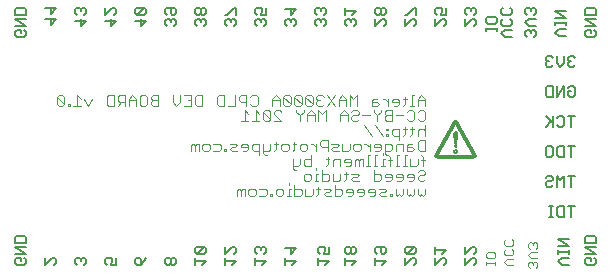
<source format=gbo>
G75*
G70*
%OFA0B0*%
%FSLAX24Y24*%
%IPPOS*%
%LPD*%
%AMOC8*
5,1,8,0,0,1.08239X$1,22.5*
%
%ADD10C,0.0050*%
%ADD11C,0.0040*%
%ADD12C,0.0030*%
%ADD13C,0.0120*%
D10*
X001065Y002693D02*
X001006Y002751D01*
X001006Y002868D01*
X001065Y002926D01*
X001182Y002926D01*
X001182Y002809D01*
X001298Y002693D02*
X001065Y002693D01*
X001298Y002693D02*
X001357Y002751D01*
X001357Y002868D01*
X001298Y002926D01*
X001357Y003061D02*
X001006Y003294D01*
X001357Y003294D01*
X001357Y003429D02*
X001357Y003604D01*
X001298Y003663D01*
X001065Y003663D01*
X001006Y003604D01*
X001006Y003429D01*
X001357Y003429D01*
X001357Y003061D02*
X001006Y003061D01*
X002006Y002926D02*
X002006Y002693D01*
X002240Y002926D01*
X002298Y002926D01*
X002357Y002868D01*
X002357Y002751D01*
X002298Y002693D01*
X003006Y002751D02*
X003065Y002693D01*
X003006Y002751D02*
X003006Y002868D01*
X003065Y002926D01*
X003123Y002926D01*
X003182Y002868D01*
X003182Y002809D01*
X003182Y002868D02*
X003240Y002926D01*
X003298Y002926D01*
X003357Y002868D01*
X003357Y002751D01*
X003298Y002693D01*
X004006Y002751D02*
X004065Y002693D01*
X004006Y002751D02*
X004006Y002868D01*
X004065Y002926D01*
X004182Y002926D01*
X004240Y002868D01*
X004240Y002809D01*
X004182Y002693D01*
X004357Y002693D01*
X004357Y002926D01*
X005006Y002868D02*
X005006Y002751D01*
X005065Y002693D01*
X005182Y002693D01*
X005182Y002868D01*
X005123Y002926D01*
X005065Y002926D01*
X005006Y002868D01*
X005182Y002693D02*
X005298Y002809D01*
X005357Y002926D01*
X006006Y002868D02*
X006006Y002751D01*
X006065Y002693D01*
X006123Y002693D01*
X006182Y002751D01*
X006182Y002868D01*
X006123Y002926D01*
X006065Y002926D01*
X006006Y002868D01*
X006182Y002868D02*
X006240Y002926D01*
X006298Y002926D01*
X006357Y002868D01*
X006357Y002751D01*
X006298Y002693D01*
X006240Y002693D01*
X006182Y002751D01*
X007006Y002693D02*
X007006Y002926D01*
X007006Y002809D02*
X007357Y002809D01*
X007240Y002693D01*
X007298Y003061D02*
X007065Y003061D01*
X007298Y003294D01*
X007065Y003294D01*
X007006Y003236D01*
X007006Y003119D01*
X007065Y003061D01*
X007298Y003061D02*
X007357Y003119D01*
X007357Y003236D01*
X007298Y003294D01*
X008006Y003294D02*
X008006Y003061D01*
X008240Y003294D01*
X008298Y003294D01*
X008357Y003236D01*
X008357Y003119D01*
X008298Y003061D01*
X008006Y002926D02*
X008006Y002693D01*
X008006Y002809D02*
X008357Y002809D01*
X008240Y002693D01*
X009006Y002693D02*
X009006Y002926D01*
X009006Y002809D02*
X009357Y002809D01*
X009240Y002693D01*
X009298Y003061D02*
X009357Y003119D01*
X009357Y003236D01*
X009298Y003294D01*
X009240Y003294D01*
X009182Y003236D01*
X009123Y003294D01*
X009065Y003294D01*
X009006Y003236D01*
X009006Y003119D01*
X009065Y003061D01*
X009182Y003178D02*
X009182Y003236D01*
X010006Y003236D02*
X010357Y003236D01*
X010182Y003061D01*
X010182Y003294D01*
X010006Y002926D02*
X010006Y002693D01*
X010006Y002809D02*
X010357Y002809D01*
X010240Y002693D01*
X011106Y002693D02*
X011106Y002926D01*
X011106Y002809D02*
X011457Y002809D01*
X011340Y002693D01*
X011282Y003061D02*
X011340Y003178D01*
X011340Y003236D01*
X011282Y003294D01*
X011165Y003294D01*
X011106Y003236D01*
X011106Y003119D01*
X011165Y003061D01*
X011282Y003061D02*
X011457Y003061D01*
X011457Y003294D01*
X012006Y003236D02*
X012006Y003119D01*
X012065Y003061D01*
X012123Y003061D01*
X012182Y003119D01*
X012182Y003236D01*
X012123Y003294D01*
X012065Y003294D01*
X012006Y003236D01*
X012182Y003236D02*
X012240Y003294D01*
X012298Y003294D01*
X012357Y003236D01*
X012357Y003119D01*
X012298Y003061D01*
X012240Y003061D01*
X012182Y003119D01*
X012006Y002926D02*
X012006Y002693D01*
X012006Y002809D02*
X012357Y002809D01*
X012240Y002693D01*
X013006Y002693D02*
X013006Y002926D01*
X013006Y002809D02*
X013357Y002809D01*
X013240Y002693D01*
X013240Y003061D02*
X013182Y003119D01*
X013182Y003294D01*
X013298Y003294D02*
X013065Y003294D01*
X013006Y003236D01*
X013006Y003119D01*
X013065Y003061D01*
X013240Y003061D02*
X013298Y003061D01*
X013357Y003119D01*
X013357Y003236D01*
X013298Y003294D01*
X014006Y003236D02*
X014006Y003119D01*
X014065Y003061D01*
X014298Y003294D01*
X014065Y003294D01*
X014006Y003236D01*
X014065Y003061D02*
X014298Y003061D01*
X014357Y003119D01*
X014357Y003236D01*
X014298Y003294D01*
X014298Y002926D02*
X014357Y002868D01*
X014357Y002751D01*
X014298Y002693D01*
X014240Y002926D02*
X014006Y002693D01*
X014006Y002926D01*
X014240Y002926D02*
X014298Y002926D01*
X015006Y002926D02*
X015006Y002693D01*
X015240Y002926D01*
X015298Y002926D01*
X015357Y002868D01*
X015357Y002751D01*
X015298Y002693D01*
X015240Y003061D02*
X015357Y003178D01*
X015006Y003178D01*
X015006Y003294D02*
X015006Y003061D01*
X016006Y003061D02*
X016240Y003294D01*
X016298Y003294D01*
X016357Y003236D01*
X016357Y003119D01*
X016298Y003061D01*
X016298Y002926D02*
X016357Y002868D01*
X016357Y002751D01*
X016298Y002693D01*
X016298Y002926D02*
X016240Y002926D01*
X016006Y002693D01*
X016006Y002926D01*
X016006Y003061D02*
X016006Y003294D01*
X018803Y004293D02*
X018920Y004293D01*
X018861Y004293D02*
X018861Y004643D01*
X018803Y004643D02*
X018920Y004643D01*
X019055Y004584D02*
X019113Y004643D01*
X019288Y004643D01*
X019288Y004293D01*
X019113Y004293D01*
X019055Y004351D01*
X019055Y004584D01*
X019423Y004643D02*
X019656Y004643D01*
X019540Y004643D02*
X019540Y004293D01*
X020065Y003663D02*
X020298Y003663D01*
X020357Y003604D01*
X020357Y003429D01*
X020006Y003429D01*
X020006Y003604D01*
X020065Y003663D01*
X020006Y003294D02*
X020357Y003294D01*
X020357Y003061D02*
X020006Y003061D01*
X020065Y002926D02*
X020182Y002926D01*
X020182Y002809D01*
X020298Y002693D02*
X020065Y002693D01*
X020006Y002751D01*
X020006Y002868D01*
X020065Y002926D01*
X020298Y002926D02*
X020357Y002868D01*
X020357Y002751D01*
X020298Y002693D01*
X020357Y003061D02*
X020006Y003294D01*
X019457Y003306D02*
X019106Y003540D01*
X019457Y003540D01*
X019457Y003306D02*
X019106Y003306D01*
X019106Y003178D02*
X019106Y003061D01*
X019106Y003119D02*
X019457Y003119D01*
X019457Y003061D02*
X019457Y003178D01*
X019457Y002926D02*
X019223Y002926D01*
X019106Y002809D01*
X019223Y002693D01*
X019457Y002693D01*
X019540Y005293D02*
X019540Y005643D01*
X019656Y005643D02*
X019423Y005643D01*
X019288Y005643D02*
X019171Y005526D01*
X019055Y005643D01*
X019055Y005293D01*
X018920Y005351D02*
X018861Y005293D01*
X018745Y005293D01*
X018686Y005351D01*
X018686Y005409D01*
X018745Y005468D01*
X018861Y005468D01*
X018920Y005526D01*
X018920Y005584D01*
X018861Y005643D01*
X018745Y005643D01*
X018686Y005584D01*
X019288Y005643D02*
X019288Y005293D01*
X019288Y006293D02*
X019113Y006293D01*
X019055Y006351D01*
X019055Y006584D01*
X019113Y006643D01*
X019288Y006643D01*
X019288Y006293D01*
X019540Y006293D02*
X019540Y006643D01*
X019656Y006643D02*
X019423Y006643D01*
X018920Y006584D02*
X018920Y006351D01*
X018861Y006293D01*
X018745Y006293D01*
X018686Y006351D01*
X018686Y006584D01*
X018745Y006643D01*
X018861Y006643D01*
X018920Y006584D01*
X018920Y007293D02*
X018920Y007643D01*
X019055Y007584D02*
X019113Y007643D01*
X019230Y007643D01*
X019288Y007584D01*
X019288Y007351D01*
X019230Y007293D01*
X019113Y007293D01*
X019055Y007351D01*
X018920Y007409D02*
X018686Y007643D01*
X018861Y007468D02*
X018686Y007293D01*
X019423Y007643D02*
X019656Y007643D01*
X019540Y007643D02*
X019540Y007293D01*
X019598Y008293D02*
X019481Y008293D01*
X019423Y008351D01*
X019423Y008468D01*
X019540Y008468D01*
X019656Y008584D02*
X019656Y008351D01*
X019598Y008293D01*
X019288Y008293D02*
X019288Y008643D01*
X019055Y008293D01*
X019055Y008643D01*
X018920Y008643D02*
X018745Y008643D01*
X018686Y008584D01*
X018686Y008351D01*
X018745Y008293D01*
X018920Y008293D01*
X018920Y008643D01*
X019423Y008584D02*
X019481Y008643D01*
X019598Y008643D01*
X019656Y008584D01*
X019598Y009293D02*
X019656Y009351D01*
X019598Y009293D02*
X019481Y009293D01*
X019423Y009351D01*
X019423Y009409D01*
X019481Y009468D01*
X019540Y009468D01*
X019481Y009468D02*
X019423Y009526D01*
X019423Y009584D01*
X019481Y009643D01*
X019598Y009643D01*
X019656Y009584D01*
X019288Y009643D02*
X019288Y009409D01*
X019171Y009293D01*
X019055Y009409D01*
X019055Y009643D01*
X018920Y009584D02*
X018861Y009643D01*
X018745Y009643D01*
X018686Y009584D01*
X018686Y009526D01*
X018745Y009468D01*
X018686Y009409D01*
X018686Y009351D01*
X018745Y009293D01*
X018861Y009293D01*
X018920Y009351D01*
X018803Y009468D02*
X018745Y009468D01*
X019123Y010310D02*
X019006Y010427D01*
X019123Y010544D01*
X019357Y010544D01*
X019357Y010679D02*
X019357Y010795D01*
X019357Y010737D02*
X019006Y010737D01*
X019006Y010679D02*
X019006Y010795D01*
X019006Y010924D02*
X019357Y010924D01*
X019006Y011158D01*
X019357Y011158D01*
X020006Y011199D02*
X020006Y011024D01*
X020357Y011024D01*
X020357Y011199D01*
X020298Y011258D01*
X020065Y011258D01*
X020006Y011199D01*
X020006Y010889D02*
X020357Y010889D01*
X020357Y010656D02*
X020006Y010889D01*
X020006Y010656D02*
X020357Y010656D01*
X020298Y010521D02*
X020357Y010463D01*
X020357Y010346D01*
X020298Y010288D01*
X020065Y010288D01*
X020006Y010346D01*
X020006Y010463D01*
X020065Y010521D01*
X020182Y010521D01*
X020182Y010404D01*
X019357Y010310D02*
X019123Y010310D01*
X018357Y010346D02*
X018357Y010463D01*
X018298Y010521D01*
X018240Y010521D01*
X018182Y010463D01*
X018123Y010521D01*
X018065Y010521D01*
X018006Y010463D01*
X018006Y010346D01*
X018065Y010288D01*
X018182Y010404D02*
X018182Y010463D01*
X018298Y010288D02*
X018357Y010346D01*
X018357Y010656D02*
X018123Y010656D01*
X018006Y010773D01*
X018123Y010889D01*
X018357Y010889D01*
X018298Y011024D02*
X018357Y011083D01*
X018357Y011199D01*
X018298Y011258D01*
X018240Y011258D01*
X018182Y011199D01*
X018123Y011258D01*
X018065Y011258D01*
X018006Y011199D01*
X018006Y011083D01*
X018065Y011024D01*
X018182Y011141D02*
X018182Y011199D01*
X017557Y011199D02*
X017557Y011083D01*
X017498Y011024D01*
X017265Y011024D01*
X017206Y011083D01*
X017206Y011199D01*
X017265Y011258D01*
X017498Y011258D02*
X017557Y011199D01*
X017498Y010889D02*
X017557Y010831D01*
X017557Y010714D01*
X017498Y010656D01*
X017265Y010656D01*
X017206Y010714D01*
X017206Y010831D01*
X017265Y010889D01*
X017057Y010899D02*
X017057Y010783D01*
X016998Y010724D01*
X016765Y010724D01*
X016706Y010783D01*
X016706Y010899D01*
X016765Y010958D01*
X016998Y010958D01*
X017057Y010899D01*
X017057Y010595D02*
X017057Y010479D01*
X017057Y010537D02*
X016706Y010537D01*
X016706Y010479D02*
X016706Y010595D01*
X016357Y010714D02*
X016357Y010831D01*
X016298Y010889D01*
X016240Y010889D01*
X016006Y010656D01*
X016006Y010889D01*
X016065Y011024D02*
X016006Y011083D01*
X016006Y011199D01*
X016065Y011258D01*
X016123Y011258D01*
X016182Y011199D01*
X016182Y011141D01*
X016182Y011199D02*
X016240Y011258D01*
X016298Y011258D01*
X016357Y011199D01*
X016357Y011083D01*
X016298Y011024D01*
X016357Y010714D02*
X016298Y010656D01*
X017206Y010404D02*
X017323Y010521D01*
X017557Y010521D01*
X017557Y010288D02*
X017323Y010288D01*
X017206Y010404D01*
X015357Y010714D02*
X015298Y010656D01*
X015357Y010714D02*
X015357Y010831D01*
X015298Y010889D01*
X015240Y010889D01*
X015006Y010656D01*
X015006Y010889D01*
X015065Y011024D02*
X015006Y011083D01*
X015006Y011199D01*
X015065Y011258D01*
X015182Y011258D01*
X015240Y011199D01*
X015240Y011141D01*
X015182Y011024D01*
X015357Y011024D01*
X015357Y011258D01*
X014357Y011258D02*
X014357Y011024D01*
X014298Y010889D02*
X014357Y010831D01*
X014357Y010714D01*
X014298Y010656D01*
X014298Y010889D02*
X014240Y010889D01*
X014006Y010656D01*
X014006Y010889D01*
X014006Y011024D02*
X014065Y011024D01*
X014298Y011258D01*
X014357Y011258D01*
X013357Y011199D02*
X013357Y011083D01*
X013298Y011024D01*
X013240Y011024D01*
X013182Y011083D01*
X013182Y011199D01*
X013123Y011258D01*
X013065Y011258D01*
X013006Y011199D01*
X013006Y011083D01*
X013065Y011024D01*
X013123Y011024D01*
X013182Y011083D01*
X013182Y011199D02*
X013240Y011258D01*
X013298Y011258D01*
X013357Y011199D01*
X013298Y010889D02*
X013240Y010889D01*
X013006Y010656D01*
X013006Y010889D01*
X013298Y010889D02*
X013357Y010831D01*
X013357Y010714D01*
X013298Y010656D01*
X012357Y010714D02*
X012357Y010831D01*
X012298Y010889D01*
X012240Y010889D01*
X012182Y010831D01*
X012123Y010889D01*
X012065Y010889D01*
X012006Y010831D01*
X012006Y010714D01*
X012065Y010656D01*
X012182Y010773D02*
X012182Y010831D01*
X012240Y011024D02*
X012357Y011141D01*
X012006Y011141D01*
X012006Y011024D02*
X012006Y011258D01*
X011357Y011199D02*
X011357Y011083D01*
X011298Y011024D01*
X011298Y010889D02*
X011240Y010889D01*
X011182Y010831D01*
X011123Y010889D01*
X011065Y010889D01*
X011006Y010831D01*
X011006Y010714D01*
X011065Y010656D01*
X011182Y010773D02*
X011182Y010831D01*
X011298Y010889D02*
X011357Y010831D01*
X011357Y010714D01*
X011298Y010656D01*
X011065Y011024D02*
X011006Y011083D01*
X011006Y011199D01*
X011065Y011258D01*
X011123Y011258D01*
X011182Y011199D01*
X011182Y011141D01*
X011182Y011199D02*
X011240Y011258D01*
X011298Y011258D01*
X011357Y011199D01*
X012298Y010656D02*
X012357Y010714D01*
X010357Y010714D02*
X010357Y010831D01*
X010298Y010889D01*
X010240Y010889D01*
X010182Y010831D01*
X010123Y010889D01*
X010065Y010889D01*
X010006Y010831D01*
X010006Y010714D01*
X010065Y010656D01*
X010182Y010773D02*
X010182Y010831D01*
X010182Y011024D02*
X010182Y011258D01*
X010357Y011199D02*
X010006Y011199D01*
X010182Y011024D02*
X010357Y011199D01*
X010357Y010714D02*
X010298Y010656D01*
X009357Y010714D02*
X009357Y010831D01*
X009298Y010889D01*
X009240Y010889D01*
X009182Y010831D01*
X009123Y010889D01*
X009065Y010889D01*
X009006Y010831D01*
X009006Y010714D01*
X009065Y010656D01*
X009182Y010773D02*
X009182Y010831D01*
X009182Y011024D02*
X009240Y011141D01*
X009240Y011199D01*
X009182Y011258D01*
X009065Y011258D01*
X009006Y011199D01*
X009006Y011083D01*
X009065Y011024D01*
X009182Y011024D02*
X009357Y011024D01*
X009357Y011258D01*
X009357Y010714D02*
X009298Y010656D01*
X008357Y010714D02*
X008357Y010831D01*
X008298Y010889D01*
X008240Y010889D01*
X008182Y010831D01*
X008123Y010889D01*
X008065Y010889D01*
X008006Y010831D01*
X008006Y010714D01*
X008065Y010656D01*
X008182Y010773D02*
X008182Y010831D01*
X008298Y010656D02*
X008357Y010714D01*
X008357Y011024D02*
X008357Y011258D01*
X008298Y011258D01*
X008065Y011024D01*
X008006Y011024D01*
X007357Y011083D02*
X007298Y011024D01*
X007240Y011024D01*
X007182Y011083D01*
X007182Y011199D01*
X007123Y011258D01*
X007065Y011258D01*
X007006Y011199D01*
X007006Y011083D01*
X007065Y011024D01*
X007123Y011024D01*
X007182Y011083D01*
X007182Y011199D02*
X007240Y011258D01*
X007298Y011258D01*
X007357Y011199D01*
X007357Y011083D01*
X007298Y010889D02*
X007240Y010889D01*
X007182Y010831D01*
X007123Y010889D01*
X007065Y010889D01*
X007006Y010831D01*
X007006Y010714D01*
X007065Y010656D01*
X007182Y010773D02*
X007182Y010831D01*
X007298Y010889D02*
X007357Y010831D01*
X007357Y010714D01*
X007298Y010656D01*
X006357Y010714D02*
X006357Y010831D01*
X006298Y010889D01*
X006240Y010889D01*
X006182Y010831D01*
X006123Y010889D01*
X006065Y010889D01*
X006006Y010831D01*
X006006Y010714D01*
X006065Y010656D01*
X006182Y010773D02*
X006182Y010831D01*
X006240Y011024D02*
X006182Y011083D01*
X006182Y011258D01*
X006298Y011258D02*
X006065Y011258D01*
X006006Y011199D01*
X006006Y011083D01*
X006065Y011024D01*
X006240Y011024D02*
X006298Y011024D01*
X006357Y011083D01*
X006357Y011199D01*
X006298Y011258D01*
X006357Y010714D02*
X006298Y010656D01*
X005357Y010831D02*
X005182Y010656D01*
X005182Y010889D01*
X005298Y011024D02*
X005065Y011024D01*
X005298Y011258D01*
X005065Y011258D01*
X005006Y011199D01*
X005006Y011083D01*
X005065Y011024D01*
X005006Y010831D02*
X005357Y010831D01*
X005298Y011024D02*
X005357Y011083D01*
X005357Y011199D01*
X005298Y011258D01*
X004357Y011199D02*
X004357Y011083D01*
X004298Y011024D01*
X004182Y010889D02*
X004182Y010656D01*
X004357Y010831D01*
X004006Y010831D01*
X004006Y011024D02*
X004240Y011258D01*
X004298Y011258D01*
X004357Y011199D01*
X004006Y011258D02*
X004006Y011024D01*
X003357Y011083D02*
X003298Y011024D01*
X003357Y011083D02*
X003357Y011199D01*
X003298Y011258D01*
X003240Y011258D01*
X003182Y011199D01*
X003123Y011258D01*
X003065Y011258D01*
X003006Y011199D01*
X003006Y011083D01*
X003065Y011024D01*
X003182Y011141D02*
X003182Y011199D01*
X003182Y010889D02*
X003182Y010656D01*
X003357Y010831D01*
X003006Y010831D01*
X002357Y010868D02*
X002182Y010693D01*
X002182Y010926D01*
X002182Y011061D02*
X002182Y011294D01*
X002357Y011236D02*
X002182Y011061D01*
X002357Y011236D02*
X002006Y011236D01*
X002006Y010868D02*
X002357Y010868D01*
X001357Y010889D02*
X001006Y010889D01*
X001357Y010656D01*
X001006Y010656D01*
X001065Y010521D02*
X001182Y010521D01*
X001182Y010404D01*
X001298Y010288D02*
X001065Y010288D01*
X001006Y010346D01*
X001006Y010463D01*
X001065Y010521D01*
X001298Y010521D02*
X001357Y010463D01*
X001357Y010346D01*
X001298Y010288D01*
X001357Y011024D02*
X001006Y011024D01*
X001006Y011199D01*
X001065Y011258D01*
X001298Y011258D01*
X001357Y011199D01*
X001357Y011024D01*
X015632Y007058D02*
X015681Y006615D01*
X015731Y007058D01*
X015632Y007058D01*
X015681Y006615D01*
X015731Y007058D01*
X015632Y007058D01*
X015681Y006615D01*
X015731Y007058D01*
X015632Y007058D01*
X015681Y006615D01*
X015731Y007058D01*
X015632Y007058D01*
X015681Y006615D01*
X015731Y007058D01*
X015632Y007058D01*
X015681Y006615D01*
X015731Y007058D01*
X015632Y007058D01*
X015681Y006615D01*
X015731Y007058D01*
X015632Y007058D01*
X015681Y006615D01*
X015731Y007058D01*
X015632Y007058D01*
X015681Y006615D01*
X015731Y007058D01*
X015632Y007058D01*
X015681Y006615D01*
X015731Y007058D01*
X015632Y007058D01*
X015681Y006615D01*
X015731Y007058D01*
X015632Y007058D01*
X015635Y007035D02*
X015728Y007035D01*
X015635Y007035D01*
X015728Y007035D01*
X015635Y007035D01*
X015728Y007035D01*
X015635Y007035D01*
X015728Y007035D01*
X015635Y007035D01*
X015728Y007035D01*
X015635Y007035D01*
X015728Y007035D01*
X015723Y006987D02*
X015640Y006987D01*
X015723Y006987D01*
X015640Y006987D01*
X015723Y006987D01*
X015640Y006987D01*
X015723Y006987D01*
X015640Y006987D01*
X015723Y006987D01*
X015640Y006987D01*
X015723Y006987D01*
X015640Y006987D01*
X015645Y006938D02*
X015717Y006938D01*
X015645Y006938D01*
X015717Y006938D01*
X015645Y006938D01*
X015717Y006938D01*
X015645Y006938D01*
X015717Y006938D01*
X015645Y006938D01*
X015717Y006938D01*
X015645Y006938D01*
X015717Y006938D01*
X015712Y006890D02*
X015651Y006890D01*
X015712Y006890D01*
X015651Y006890D01*
X015712Y006890D01*
X015651Y006890D01*
X015712Y006890D01*
X015651Y006890D01*
X015712Y006890D01*
X015651Y006890D01*
X015712Y006890D01*
X015651Y006890D01*
X015656Y006841D02*
X015707Y006841D01*
X015656Y006841D01*
X015707Y006841D01*
X015656Y006841D01*
X015707Y006841D01*
X015656Y006841D01*
X015707Y006841D01*
X015656Y006841D01*
X015707Y006841D01*
X015656Y006841D01*
X015707Y006841D01*
X015701Y006793D02*
X015662Y006793D01*
X015701Y006793D01*
X015662Y006793D01*
X015701Y006793D01*
X015662Y006793D01*
X015701Y006793D01*
X015662Y006793D01*
X015701Y006793D01*
X015662Y006793D01*
X015701Y006793D01*
X015662Y006793D01*
X015667Y006744D02*
X015696Y006744D01*
X015667Y006744D01*
X015696Y006744D01*
X015667Y006744D01*
X015696Y006744D01*
X015667Y006744D01*
X015696Y006744D01*
X015667Y006744D01*
X015696Y006744D01*
X015667Y006744D01*
X015696Y006744D01*
X015690Y006696D02*
X015672Y006696D01*
X015690Y006696D01*
X015672Y006696D01*
X015690Y006696D01*
X015672Y006696D01*
X015690Y006696D01*
X015672Y006696D01*
X015690Y006696D01*
X015672Y006696D01*
X015690Y006696D01*
X015672Y006696D01*
X015678Y006647D02*
X015685Y006647D01*
X015678Y006647D01*
X015685Y006647D01*
X015678Y006647D01*
X015685Y006647D01*
X015678Y006647D01*
X015685Y006647D01*
X015678Y006647D01*
X015685Y006647D01*
X015678Y006647D01*
X015685Y006647D01*
X015632Y006468D02*
X015634Y006481D01*
X015639Y006493D01*
X015648Y006504D01*
X015658Y006512D01*
X015671Y006516D01*
X015684Y006517D01*
X015697Y006514D01*
X015709Y006508D01*
X015719Y006499D01*
X015726Y006488D01*
X015730Y006475D01*
X015730Y006461D01*
X015726Y006448D01*
X015719Y006437D01*
X015709Y006428D01*
X015697Y006422D01*
X015684Y006419D01*
X015671Y006420D01*
X015658Y006424D01*
X015648Y006432D01*
X015639Y006443D01*
X015634Y006455D01*
X015632Y006468D01*
X015634Y006481D01*
X015639Y006493D01*
X015648Y006504D01*
X015658Y006512D01*
X015671Y006516D01*
X015684Y006517D01*
X015697Y006514D01*
X015709Y006508D01*
X015719Y006499D01*
X015726Y006488D01*
X015730Y006475D01*
X015730Y006461D01*
X015726Y006448D01*
X015719Y006437D01*
X015709Y006428D01*
X015697Y006422D01*
X015684Y006419D01*
X015671Y006420D01*
X015658Y006424D01*
X015648Y006432D01*
X015639Y006443D01*
X015634Y006455D01*
X015632Y006468D01*
X015634Y006481D01*
X015639Y006493D01*
X015648Y006504D01*
X015658Y006512D01*
X015671Y006516D01*
X015684Y006517D01*
X015697Y006514D01*
X015709Y006508D01*
X015719Y006499D01*
X015726Y006488D01*
X015730Y006475D01*
X015730Y006461D01*
X015726Y006448D01*
X015719Y006437D01*
X015709Y006428D01*
X015697Y006422D01*
X015684Y006419D01*
X015671Y006420D01*
X015658Y006424D01*
X015648Y006432D01*
X015639Y006443D01*
X015634Y006455D01*
X015632Y006468D01*
X015634Y006481D01*
X015639Y006493D01*
X015648Y006504D01*
X015658Y006512D01*
X015671Y006516D01*
X015684Y006517D01*
X015697Y006514D01*
X015709Y006508D01*
X015719Y006499D01*
X015726Y006488D01*
X015730Y006475D01*
X015730Y006461D01*
X015726Y006448D01*
X015719Y006437D01*
X015709Y006428D01*
X015697Y006422D01*
X015684Y006419D01*
X015671Y006420D01*
X015658Y006424D01*
X015648Y006432D01*
X015639Y006443D01*
X015634Y006455D01*
X015632Y006468D01*
X015634Y006481D01*
X015639Y006493D01*
X015648Y006504D01*
X015658Y006512D01*
X015671Y006516D01*
X015684Y006517D01*
X015697Y006514D01*
X015709Y006508D01*
X015719Y006499D01*
X015726Y006488D01*
X015730Y006475D01*
X015730Y006461D01*
X015726Y006448D01*
X015719Y006437D01*
X015709Y006428D01*
X015697Y006422D01*
X015684Y006419D01*
X015671Y006420D01*
X015658Y006424D01*
X015648Y006432D01*
X015639Y006443D01*
X015634Y006455D01*
X015632Y006468D01*
X015634Y006481D01*
X015639Y006493D01*
X015648Y006504D01*
X015658Y006512D01*
X015671Y006516D01*
X015684Y006517D01*
X015697Y006514D01*
X015709Y006508D01*
X015719Y006499D01*
X015726Y006488D01*
X015730Y006475D01*
X015730Y006461D01*
X015726Y006448D01*
X015719Y006437D01*
X015709Y006428D01*
X015697Y006422D01*
X015684Y006419D01*
X015671Y006420D01*
X015658Y006424D01*
X015648Y006432D01*
X015639Y006443D01*
X015634Y006455D01*
X015632Y006468D01*
X015634Y006481D01*
X015639Y006493D01*
X015648Y006504D01*
X015658Y006512D01*
X015671Y006516D01*
X015684Y006517D01*
X015697Y006514D01*
X015709Y006508D01*
X015719Y006499D01*
X015726Y006488D01*
X015730Y006475D01*
X015730Y006461D01*
X015726Y006448D01*
X015719Y006437D01*
X015709Y006428D01*
X015697Y006422D01*
X015684Y006419D01*
X015671Y006420D01*
X015658Y006424D01*
X015648Y006432D01*
X015639Y006443D01*
X015634Y006455D01*
X015632Y006468D01*
X015634Y006481D01*
X015639Y006493D01*
X015648Y006504D01*
X015658Y006512D01*
X015671Y006516D01*
X015684Y006517D01*
X015697Y006514D01*
X015709Y006508D01*
X015719Y006499D01*
X015726Y006488D01*
X015730Y006475D01*
X015730Y006461D01*
X015726Y006448D01*
X015719Y006437D01*
X015709Y006428D01*
X015697Y006422D01*
X015684Y006419D01*
X015671Y006420D01*
X015658Y006424D01*
X015648Y006432D01*
X015639Y006443D01*
X015634Y006455D01*
X015632Y006468D01*
X015634Y006481D01*
X015639Y006493D01*
X015648Y006504D01*
X015658Y006512D01*
X015671Y006516D01*
X015684Y006517D01*
X015697Y006514D01*
X015709Y006508D01*
X015719Y006499D01*
X015726Y006488D01*
X015730Y006475D01*
X015730Y006461D01*
X015726Y006448D01*
X015719Y006437D01*
X015709Y006428D01*
X015697Y006422D01*
X015684Y006419D01*
X015671Y006420D01*
X015658Y006424D01*
X015648Y006432D01*
X015639Y006443D01*
X015634Y006455D01*
X015632Y006468D01*
X015634Y006481D01*
X015639Y006493D01*
X015648Y006504D01*
X015658Y006512D01*
X015671Y006516D01*
X015684Y006517D01*
X015697Y006514D01*
X015709Y006508D01*
X015719Y006499D01*
X015726Y006488D01*
X015730Y006475D01*
X015730Y006461D01*
X015726Y006448D01*
X015719Y006437D01*
X015709Y006428D01*
X015697Y006422D01*
X015684Y006419D01*
X015671Y006420D01*
X015658Y006424D01*
X015648Y006432D01*
X015639Y006443D01*
X015634Y006455D01*
X015632Y006468D01*
X015634Y006481D01*
X015639Y006493D01*
X015648Y006504D01*
X015658Y006512D01*
X015671Y006516D01*
X015684Y006517D01*
X015697Y006514D01*
X015709Y006508D01*
X015719Y006499D01*
X015726Y006488D01*
X015730Y006475D01*
X015730Y006461D01*
X015726Y006448D01*
X015719Y006437D01*
X015709Y006428D01*
X015697Y006422D01*
X015684Y006419D01*
X015671Y006420D01*
X015658Y006424D01*
X015648Y006432D01*
X015639Y006443D01*
X015634Y006455D01*
X015632Y006468D01*
X015632Y007058D02*
X015634Y007071D01*
X015639Y007082D01*
X015646Y007093D01*
X015657Y007100D01*
X015668Y007105D01*
X015681Y007107D01*
X015694Y007105D01*
X015706Y007100D01*
X015716Y007093D01*
X015723Y007082D01*
X015728Y007071D01*
X015730Y007058D01*
X015728Y007071D01*
X015723Y007082D01*
X015716Y007093D01*
X015706Y007100D01*
X015694Y007105D01*
X015681Y007107D01*
X015668Y007105D01*
X015657Y007100D01*
X015646Y007093D01*
X015639Y007082D01*
X015634Y007071D01*
X015632Y007058D01*
X015634Y007071D01*
X015639Y007082D01*
X015646Y007093D01*
X015657Y007100D01*
X015668Y007105D01*
X015681Y007107D01*
X015694Y007105D01*
X015706Y007100D01*
X015716Y007093D01*
X015723Y007082D01*
X015728Y007071D01*
X015730Y007058D01*
X015728Y007071D01*
X015723Y007082D01*
X015716Y007093D01*
X015706Y007100D01*
X015694Y007105D01*
X015681Y007107D01*
X015668Y007105D01*
X015657Y007100D01*
X015646Y007093D01*
X015639Y007082D01*
X015634Y007071D01*
X015632Y007058D01*
X015634Y007071D01*
X015639Y007082D01*
X015646Y007093D01*
X015657Y007100D01*
X015668Y007105D01*
X015681Y007107D01*
X015694Y007105D01*
X015706Y007100D01*
X015716Y007093D01*
X015723Y007082D01*
X015728Y007071D01*
X015730Y007058D01*
X015728Y007071D01*
X015723Y007082D01*
X015716Y007093D01*
X015706Y007100D01*
X015694Y007105D01*
X015681Y007107D01*
X015668Y007105D01*
X015657Y007100D01*
X015646Y007093D01*
X015639Y007082D01*
X015634Y007071D01*
X015632Y007058D01*
X015634Y007071D01*
X015639Y007082D01*
X015646Y007093D01*
X015657Y007100D01*
X015668Y007105D01*
X015681Y007107D01*
X015694Y007105D01*
X015706Y007100D01*
X015716Y007093D01*
X015723Y007082D01*
X015728Y007071D01*
X015730Y007058D01*
X015728Y007071D01*
X015723Y007082D01*
X015716Y007093D01*
X015706Y007100D01*
X015694Y007105D01*
X015681Y007107D01*
X015668Y007105D01*
X015657Y007100D01*
X015646Y007093D01*
X015639Y007082D01*
X015634Y007071D01*
X015632Y007058D01*
X015634Y007071D01*
X015639Y007082D01*
X015646Y007093D01*
X015657Y007100D01*
X015668Y007105D01*
X015681Y007107D01*
X015694Y007105D01*
X015706Y007100D01*
X015716Y007093D01*
X015723Y007082D01*
X015728Y007071D01*
X015730Y007058D01*
X015728Y007071D01*
X015723Y007082D01*
X015716Y007093D01*
X015706Y007100D01*
X015694Y007105D01*
X015681Y007107D01*
X015668Y007105D01*
X015657Y007100D01*
X015646Y007093D01*
X015639Y007082D01*
X015634Y007071D01*
X015632Y007058D01*
X015634Y007071D01*
X015639Y007082D01*
X015646Y007093D01*
X015657Y007100D01*
X015668Y007105D01*
X015681Y007107D01*
X015694Y007105D01*
X015706Y007100D01*
X015716Y007093D01*
X015723Y007082D01*
X015728Y007071D01*
X015730Y007058D01*
D11*
X017353Y003539D02*
X017301Y003487D01*
X017301Y003384D01*
X017353Y003332D01*
X017560Y003332D01*
X017612Y003384D01*
X017612Y003487D01*
X017560Y003539D01*
X017560Y003217D02*
X017612Y003165D01*
X017612Y003061D01*
X017560Y003010D01*
X017353Y003010D01*
X017301Y003061D01*
X017301Y003165D01*
X017353Y003217D01*
X017405Y002894D02*
X017612Y002894D01*
X017405Y002894D02*
X017301Y002791D01*
X017405Y002688D01*
X017612Y002688D01*
X018101Y002639D02*
X018153Y002588D01*
X018101Y002639D02*
X018101Y002743D01*
X018153Y002794D01*
X018205Y002794D01*
X018257Y002743D01*
X018257Y002691D01*
X018257Y002743D02*
X018308Y002794D01*
X018360Y002794D01*
X018412Y002743D01*
X018412Y002639D01*
X018360Y002588D01*
X018412Y002910D02*
X018205Y002910D01*
X018101Y003013D01*
X018205Y003117D01*
X018412Y003117D01*
X018360Y003232D02*
X018412Y003284D01*
X018412Y003387D01*
X018360Y003439D01*
X018308Y003439D01*
X018257Y003387D01*
X018205Y003439D01*
X018153Y003439D01*
X018101Y003387D01*
X018101Y003284D01*
X018153Y003232D01*
X018257Y003335D02*
X018257Y003387D01*
X017012Y003058D02*
X017012Y002954D01*
X016960Y002902D01*
X016753Y002902D01*
X016701Y002954D01*
X016701Y003058D01*
X016753Y003109D01*
X016960Y003109D01*
X017012Y003058D01*
X017012Y002791D02*
X017012Y002688D01*
X017012Y002739D02*
X016701Y002739D01*
X016701Y002688D02*
X016701Y002791D01*
D12*
X014605Y004983D02*
X014543Y005044D01*
X014481Y004983D01*
X014420Y005044D01*
X014420Y005229D01*
X014420Y005044D01*
X014481Y004983D01*
X014543Y005044D01*
X014605Y004983D01*
X014666Y005044D01*
X014666Y005229D01*
X014666Y005044D01*
X014605Y004983D01*
X014543Y005044D01*
X014481Y004983D01*
X014420Y005044D01*
X014420Y005229D01*
X014420Y005044D01*
X014481Y004983D01*
X014543Y005044D01*
X014605Y004983D01*
X014666Y005044D01*
X014666Y005229D01*
X014666Y005044D01*
X014605Y004983D01*
X014543Y005044D01*
X014481Y004983D01*
X014420Y005044D01*
X014420Y005229D01*
X014420Y005044D01*
X014481Y004983D01*
X014543Y005044D01*
X014605Y004983D01*
X014666Y005044D01*
X014666Y005229D01*
X014666Y005044D01*
X014605Y004983D01*
X014543Y005044D01*
X014481Y004983D01*
X014420Y005044D01*
X014420Y005229D01*
X014420Y005044D01*
X014481Y004983D01*
X014543Y005044D01*
X014605Y004983D01*
X014666Y005044D01*
X014666Y005229D01*
X014666Y005044D01*
X014605Y004983D01*
X014543Y005044D01*
X014481Y004983D01*
X014420Y005044D01*
X014420Y005229D01*
X014420Y005044D01*
X014481Y004983D01*
X014543Y005044D01*
X014605Y004983D01*
X014666Y005044D01*
X014666Y005229D01*
X014666Y005044D01*
X014605Y004983D01*
X014543Y005044D01*
X014481Y004983D01*
X014420Y005044D01*
X014420Y005229D01*
X014298Y005229D02*
X014298Y005044D01*
X014236Y004983D01*
X014175Y005044D01*
X014113Y004983D01*
X014051Y005044D01*
X014051Y005229D01*
X014051Y005044D01*
X014113Y004983D01*
X014175Y005044D01*
X014236Y004983D01*
X014298Y005044D01*
X014298Y005229D01*
X014298Y005044D01*
X014236Y004983D01*
X014175Y005044D01*
X014113Y004983D01*
X014051Y005044D01*
X014051Y005229D01*
X014051Y005044D01*
X014113Y004983D01*
X014175Y005044D01*
X014236Y004983D01*
X014298Y005044D01*
X014298Y005229D01*
X014298Y005044D01*
X014236Y004983D01*
X014175Y005044D01*
X014113Y004983D01*
X014051Y005044D01*
X014051Y005229D01*
X014051Y005044D01*
X014113Y004983D01*
X014175Y005044D01*
X014236Y004983D01*
X014298Y005044D01*
X014298Y005229D01*
X014298Y005044D01*
X014236Y004983D01*
X014175Y005044D01*
X014113Y004983D01*
X014051Y005044D01*
X014051Y005229D01*
X014051Y005044D01*
X014113Y004983D01*
X014175Y005044D01*
X014236Y004983D01*
X014298Y005044D01*
X014298Y005229D01*
X014298Y005044D01*
X014236Y004983D01*
X014175Y005044D01*
X014113Y004983D01*
X014051Y005044D01*
X014051Y005229D01*
X014051Y005044D01*
X014113Y004983D01*
X014175Y005044D01*
X014236Y004983D01*
X014298Y005044D01*
X014298Y005229D01*
X014298Y005044D01*
X014236Y004983D01*
X014175Y005044D01*
X014113Y004983D01*
X014051Y005044D01*
X014051Y005229D01*
X013930Y005229D02*
X013930Y005044D01*
X013868Y004983D01*
X013806Y005044D01*
X013745Y004983D01*
X013683Y005044D01*
X013683Y005229D01*
X013683Y005044D01*
X013745Y004983D01*
X013806Y005044D01*
X013868Y004983D01*
X013930Y005044D01*
X013930Y005229D01*
X013930Y005044D01*
X013868Y004983D01*
X013806Y005044D01*
X013745Y004983D01*
X013683Y005044D01*
X013683Y005229D01*
X013683Y005044D01*
X013745Y004983D01*
X013806Y005044D01*
X013868Y004983D01*
X013930Y005044D01*
X013930Y005229D01*
X013930Y005044D01*
X013868Y004983D01*
X013806Y005044D01*
X013745Y004983D01*
X013683Y005044D01*
X013683Y005229D01*
X013683Y005044D01*
X013745Y004983D01*
X013806Y005044D01*
X013868Y004983D01*
X013930Y005044D01*
X013930Y005229D01*
X013930Y005044D01*
X013868Y004983D01*
X013806Y005044D01*
X013745Y004983D01*
X013683Y005044D01*
X013683Y005229D01*
X013683Y005044D01*
X013745Y004983D01*
X013806Y005044D01*
X013868Y004983D01*
X013930Y005044D01*
X013930Y005229D01*
X013930Y005044D01*
X013868Y004983D01*
X013806Y005044D01*
X013745Y004983D01*
X013683Y005044D01*
X013683Y005229D01*
X013683Y005044D01*
X013745Y004983D01*
X013806Y005044D01*
X013868Y004983D01*
X013930Y005044D01*
X013930Y005229D01*
X013930Y005044D01*
X013868Y004983D01*
X013806Y005044D01*
X013745Y004983D01*
X013683Y005044D01*
X013683Y005229D01*
X013561Y005044D02*
X013500Y005044D01*
X013500Y004983D01*
X013561Y004983D01*
X013561Y005044D01*
X013500Y005044D01*
X013500Y004983D01*
X013561Y004983D01*
X013561Y005044D01*
X013500Y005044D01*
X013500Y004983D01*
X013561Y004983D01*
X013561Y005044D01*
X013500Y005044D01*
X013500Y004983D01*
X013561Y004983D01*
X013561Y005044D01*
X013500Y005044D01*
X013500Y004983D01*
X013561Y004983D01*
X013561Y005044D01*
X013500Y005044D01*
X013500Y004983D01*
X013561Y004983D01*
X013561Y005044D01*
X013500Y005044D01*
X013500Y004983D01*
X013561Y004983D01*
X013561Y005044D01*
X013500Y005044D01*
X013500Y004983D01*
X013561Y004983D01*
X013561Y005044D01*
X013500Y005044D01*
X013500Y004983D01*
X013561Y004983D01*
X013561Y005044D01*
X013500Y005044D01*
X013500Y004983D01*
X013561Y004983D01*
X013561Y005044D01*
X013500Y005044D01*
X013500Y004983D01*
X013561Y004983D01*
X013561Y005044D01*
X013377Y004983D02*
X013192Y004983D01*
X013131Y005044D01*
X013192Y005106D01*
X013316Y005106D01*
X013377Y005168D01*
X013316Y005229D01*
X013131Y005229D01*
X013316Y005229D01*
X013377Y005168D01*
X013316Y005106D01*
X013192Y005106D01*
X013131Y005044D01*
X013192Y004983D01*
X013377Y004983D01*
X013192Y004983D01*
X013131Y005044D01*
X013192Y005106D01*
X013316Y005106D01*
X013377Y005168D01*
X013316Y005229D01*
X013131Y005229D01*
X013316Y005229D01*
X013377Y005168D01*
X013316Y005106D01*
X013192Y005106D01*
X013131Y005044D01*
X013192Y004983D01*
X013377Y004983D01*
X013192Y004983D01*
X013131Y005044D01*
X013192Y005106D01*
X013316Y005106D01*
X013377Y005168D01*
X013316Y005229D01*
X013131Y005229D01*
X013316Y005229D01*
X013377Y005168D01*
X013316Y005106D01*
X013192Y005106D01*
X013131Y005044D01*
X013192Y004983D01*
X013377Y004983D01*
X013192Y004983D01*
X013131Y005044D01*
X013192Y005106D01*
X013316Y005106D01*
X013377Y005168D01*
X013316Y005229D01*
X013131Y005229D01*
X013316Y005229D01*
X013377Y005168D01*
X013316Y005106D01*
X013192Y005106D01*
X013131Y005044D01*
X013192Y004983D01*
X013377Y004983D01*
X013192Y004983D01*
X013131Y005044D01*
X013192Y005106D01*
X013316Y005106D01*
X013377Y005168D01*
X013316Y005229D01*
X013131Y005229D01*
X013316Y005229D01*
X013377Y005168D01*
X013316Y005106D01*
X013192Y005106D01*
X013131Y005044D01*
X013192Y004983D01*
X013377Y004983D01*
X013192Y004983D01*
X013131Y005044D01*
X013192Y005106D01*
X013316Y005106D01*
X013377Y005168D01*
X013316Y005229D01*
X013131Y005229D01*
X013009Y005168D02*
X013009Y005044D01*
X012947Y004983D01*
X012824Y004983D01*
X012947Y004983D01*
X013009Y005044D01*
X013009Y005168D01*
X012947Y005229D01*
X012824Y005229D01*
X012762Y005168D01*
X012762Y005106D01*
X013009Y005106D01*
X012762Y005106D01*
X012762Y005168D01*
X012824Y005229D01*
X012947Y005229D01*
X013009Y005168D01*
X012947Y005229D01*
X012824Y005229D01*
X012762Y005168D01*
X012762Y005106D01*
X013009Y005106D01*
X012762Y005106D01*
X012762Y005168D01*
X012824Y005229D01*
X012947Y005229D01*
X013009Y005168D01*
X013009Y005044D01*
X012947Y004983D01*
X012824Y004983D01*
X012947Y004983D01*
X013009Y005044D01*
X013009Y005168D01*
X012947Y005229D01*
X012824Y005229D01*
X012762Y005168D01*
X012762Y005106D01*
X013009Y005106D01*
X012762Y005106D01*
X012762Y005168D01*
X012824Y005229D01*
X012947Y005229D01*
X013009Y005168D01*
X013009Y005044D01*
X012947Y004983D01*
X012824Y004983D01*
X012947Y004983D01*
X013009Y005044D01*
X013009Y005168D01*
X012947Y005229D01*
X012824Y005229D01*
X012762Y005168D01*
X012762Y005106D01*
X013009Y005106D01*
X012762Y005106D01*
X012762Y005168D01*
X012824Y005229D01*
X012947Y005229D01*
X013009Y005168D01*
X013009Y005044D01*
X012947Y004983D01*
X012824Y004983D01*
X012947Y004983D01*
X013009Y005044D01*
X013009Y005168D01*
X012947Y005229D01*
X012824Y005229D01*
X012762Y005168D01*
X012762Y005106D01*
X013009Y005106D01*
X012762Y005106D01*
X012762Y005168D01*
X012824Y005229D01*
X012947Y005229D01*
X013009Y005168D01*
X013009Y005044D01*
X012947Y004983D01*
X012824Y004983D01*
X012947Y004983D01*
X013009Y005044D01*
X013009Y005168D01*
X012947Y005229D01*
X012824Y005229D01*
X012762Y005168D01*
X012762Y005106D01*
X013009Y005106D01*
X013009Y005044D02*
X013009Y005168D01*
X013009Y005044D02*
X012947Y004983D01*
X012824Y004983D01*
X012641Y005044D02*
X012641Y005168D01*
X012579Y005229D01*
X012456Y005229D01*
X012394Y005168D01*
X012394Y005106D01*
X012641Y005106D01*
X012394Y005106D01*
X012394Y005168D01*
X012456Y005229D01*
X012579Y005229D01*
X012641Y005168D01*
X012641Y005044D01*
X012579Y004983D01*
X012456Y004983D01*
X012579Y004983D01*
X012641Y005044D01*
X012641Y005168D01*
X012579Y005229D01*
X012456Y005229D01*
X012394Y005168D01*
X012394Y005106D01*
X012641Y005106D01*
X012394Y005106D01*
X012394Y005168D01*
X012456Y005229D01*
X012579Y005229D01*
X012641Y005168D01*
X012641Y005044D01*
X012579Y004983D01*
X012456Y004983D01*
X012579Y004983D01*
X012641Y005044D01*
X012641Y005168D01*
X012579Y005229D01*
X012456Y005229D01*
X012394Y005168D01*
X012394Y005106D01*
X012641Y005106D01*
X012394Y005106D01*
X012394Y005168D01*
X012456Y005229D01*
X012579Y005229D01*
X012641Y005168D01*
X012641Y005044D01*
X012579Y004983D01*
X012456Y004983D01*
X012579Y004983D01*
X012641Y005044D01*
X012641Y005168D01*
X012579Y005229D01*
X012456Y005229D01*
X012394Y005168D01*
X012394Y005106D01*
X012641Y005106D01*
X012394Y005106D01*
X012394Y005168D01*
X012456Y005229D01*
X012579Y005229D01*
X012641Y005168D01*
X012641Y005044D01*
X012579Y004983D01*
X012456Y004983D01*
X012579Y004983D01*
X012641Y005044D01*
X012641Y005168D01*
X012579Y005229D01*
X012456Y005229D01*
X012394Y005168D01*
X012394Y005106D01*
X012641Y005106D01*
X012394Y005106D01*
X012394Y005168D01*
X012456Y005229D01*
X012579Y005229D01*
X012641Y005168D01*
X012641Y005044D01*
X012579Y004983D01*
X012456Y004983D01*
X012579Y004983D01*
X012641Y005044D01*
X012641Y005168D01*
X012579Y005229D01*
X012456Y005229D01*
X012394Y005168D01*
X012394Y005106D01*
X012641Y005106D01*
X012641Y005044D02*
X012579Y004983D01*
X012456Y004983D01*
X012272Y005044D02*
X012272Y005168D01*
X012211Y005229D01*
X012087Y005229D01*
X012026Y005168D01*
X012026Y005106D01*
X012272Y005106D01*
X012026Y005106D01*
X012026Y005168D01*
X012087Y005229D01*
X012211Y005229D01*
X012272Y005168D01*
X012272Y005044D01*
X012211Y004983D01*
X012087Y004983D01*
X012211Y004983D01*
X012272Y005044D01*
X012272Y005168D01*
X012211Y005229D01*
X012087Y005229D01*
X012026Y005168D01*
X012026Y005106D01*
X012272Y005106D01*
X012026Y005106D01*
X012026Y005168D01*
X012087Y005229D01*
X012211Y005229D01*
X012272Y005168D01*
X012272Y005044D01*
X012211Y004983D01*
X012087Y004983D01*
X012211Y004983D01*
X012272Y005044D01*
X012272Y005168D01*
X012211Y005229D01*
X012087Y005229D01*
X012026Y005168D01*
X012026Y005106D01*
X012272Y005106D01*
X012026Y005106D01*
X012026Y005168D01*
X012087Y005229D01*
X012211Y005229D01*
X012272Y005168D01*
X012272Y005044D01*
X012211Y004983D01*
X012087Y004983D01*
X012211Y004983D01*
X012272Y005044D01*
X012272Y005168D01*
X012211Y005229D01*
X012087Y005229D01*
X012026Y005168D01*
X012026Y005106D01*
X012272Y005106D01*
X012026Y005106D01*
X012026Y005168D01*
X012087Y005229D01*
X012211Y005229D01*
X012272Y005168D01*
X012272Y005044D01*
X012211Y004983D01*
X012087Y004983D01*
X012211Y004983D01*
X012272Y005044D01*
X012272Y005168D01*
X012211Y005229D01*
X012087Y005229D01*
X012026Y005168D01*
X012026Y005106D01*
X012272Y005106D01*
X012026Y005106D01*
X012026Y005168D01*
X012087Y005229D01*
X012211Y005229D01*
X012272Y005168D01*
X012272Y005044D01*
X012211Y004983D01*
X012087Y004983D01*
X012211Y004983D01*
X012272Y005044D01*
X012272Y005168D01*
X012211Y005229D01*
X012087Y005229D01*
X012026Y005168D01*
X012026Y005106D01*
X012272Y005106D01*
X012272Y005044D02*
X012211Y004983D01*
X012087Y004983D01*
X011904Y005044D02*
X011904Y005168D01*
X011842Y005229D01*
X011657Y005229D01*
X011842Y005229D01*
X011904Y005168D01*
X011904Y005044D01*
X011842Y004983D01*
X011657Y004983D01*
X011657Y005353D01*
X011657Y004983D01*
X011842Y004983D01*
X011904Y005044D01*
X011904Y005168D01*
X011842Y005229D01*
X011657Y005229D01*
X011842Y005229D01*
X011904Y005168D01*
X011904Y005044D01*
X011842Y004983D01*
X011657Y004983D01*
X011657Y005353D01*
X011657Y004983D01*
X011842Y004983D01*
X011904Y005044D01*
X011904Y005168D01*
X011842Y005229D01*
X011657Y005229D01*
X011842Y005229D01*
X011904Y005168D01*
X011904Y005044D01*
X011842Y004983D01*
X011657Y004983D01*
X011657Y005353D01*
X011657Y004983D01*
X011842Y004983D01*
X011904Y005044D01*
X011904Y005168D01*
X011842Y005229D01*
X011657Y005229D01*
X011842Y005229D01*
X011904Y005168D01*
X011904Y005044D01*
X011842Y004983D01*
X011657Y004983D01*
X011657Y005353D01*
X011657Y004983D01*
X011842Y004983D01*
X011904Y005044D01*
X011904Y005168D01*
X011842Y005229D01*
X011657Y005229D01*
X011842Y005229D01*
X011904Y005168D01*
X011904Y005044D01*
X011842Y004983D01*
X011657Y004983D01*
X011657Y005353D01*
X011657Y004983D01*
X011842Y004983D01*
X011904Y005044D01*
X011904Y005168D01*
X011842Y005229D01*
X011657Y005229D01*
X011657Y005353D02*
X011657Y004983D01*
X011842Y004983D01*
X011904Y005044D01*
X011536Y004983D02*
X011351Y004983D01*
X011289Y005044D01*
X011351Y005106D01*
X011474Y005106D01*
X011536Y005168D01*
X011474Y005229D01*
X011289Y005229D01*
X011474Y005229D01*
X011536Y005168D01*
X011474Y005106D01*
X011351Y005106D01*
X011289Y005044D01*
X011351Y004983D01*
X011536Y004983D01*
X011351Y004983D01*
X011289Y005044D01*
X011351Y005106D01*
X011474Y005106D01*
X011536Y005168D01*
X011474Y005229D01*
X011289Y005229D01*
X011474Y005229D01*
X011536Y005168D01*
X011474Y005106D01*
X011351Y005106D01*
X011289Y005044D01*
X011351Y004983D01*
X011536Y004983D01*
X011351Y004983D01*
X011289Y005044D01*
X011351Y005106D01*
X011474Y005106D01*
X011536Y005168D01*
X011474Y005229D01*
X011289Y005229D01*
X011474Y005229D01*
X011536Y005168D01*
X011474Y005106D01*
X011351Y005106D01*
X011289Y005044D01*
X011351Y004983D01*
X011536Y004983D01*
X011351Y004983D01*
X011289Y005044D01*
X011351Y005106D01*
X011474Y005106D01*
X011536Y005168D01*
X011474Y005229D01*
X011289Y005229D01*
X011474Y005229D01*
X011536Y005168D01*
X011474Y005106D01*
X011351Y005106D01*
X011289Y005044D01*
X011351Y004983D01*
X011536Y004983D01*
X011351Y004983D01*
X011289Y005044D01*
X011351Y005106D01*
X011474Y005106D01*
X011536Y005168D01*
X011474Y005229D01*
X011289Y005229D01*
X011474Y005229D01*
X011536Y005168D01*
X011474Y005106D01*
X011351Y005106D01*
X011289Y005044D01*
X011351Y004983D01*
X011536Y004983D01*
X011351Y004983D01*
X011289Y005044D01*
X011351Y005106D01*
X011474Y005106D01*
X011536Y005168D01*
X011474Y005229D01*
X011289Y005229D01*
X011168Y005229D02*
X011044Y005229D01*
X011168Y005229D01*
X011044Y005229D01*
X011168Y005229D01*
X011044Y005229D01*
X011168Y005229D01*
X011044Y005229D01*
X011168Y005229D01*
X011044Y005229D01*
X011168Y005229D01*
X011044Y005229D01*
X011106Y005291D02*
X011106Y005044D01*
X011044Y004983D01*
X011106Y005044D01*
X011106Y005291D01*
X011106Y005044D01*
X011044Y004983D01*
X011106Y005044D01*
X011106Y005291D01*
X011106Y005044D01*
X011044Y004983D01*
X011106Y005044D01*
X011106Y005291D01*
X011106Y005044D01*
X011044Y004983D01*
X011106Y005044D01*
X011106Y005291D01*
X011106Y005044D01*
X011044Y004983D01*
X011106Y005044D01*
X011106Y005291D01*
X011106Y005044D01*
X011044Y004983D01*
X010922Y005044D02*
X010860Y004983D01*
X010675Y004983D01*
X010675Y005229D01*
X010675Y004983D01*
X010860Y004983D01*
X010922Y005044D01*
X010922Y005229D01*
X010922Y005044D01*
X010860Y004983D01*
X010675Y004983D01*
X010675Y005229D01*
X010675Y004983D01*
X010860Y004983D01*
X010922Y005044D01*
X010922Y005229D01*
X010922Y005044D01*
X010860Y004983D01*
X010675Y004983D01*
X010675Y005229D01*
X010675Y004983D01*
X010860Y004983D01*
X010922Y005044D01*
X010922Y005229D01*
X010922Y005044D01*
X010860Y004983D01*
X010675Y004983D01*
X010675Y005229D01*
X010675Y004983D01*
X010860Y004983D01*
X010922Y005044D01*
X010922Y005229D01*
X010922Y005044D01*
X010860Y004983D01*
X010675Y004983D01*
X010675Y005229D01*
X010675Y004983D01*
X010860Y004983D01*
X010922Y005044D01*
X010922Y005229D01*
X010922Y005044D01*
X010860Y004983D01*
X010675Y004983D01*
X010675Y005229D01*
X010554Y005168D02*
X010492Y005229D01*
X010307Y005229D01*
X010492Y005229D01*
X010554Y005168D01*
X010554Y005044D01*
X010492Y004983D01*
X010307Y004983D01*
X010307Y005353D01*
X010307Y004983D01*
X010492Y004983D01*
X010554Y005044D01*
X010554Y005168D01*
X010492Y005229D01*
X010307Y005229D01*
X010492Y005229D01*
X010554Y005168D01*
X010554Y005044D01*
X010492Y004983D01*
X010307Y004983D01*
X010307Y005353D01*
X010307Y004983D01*
X010492Y004983D01*
X010554Y005044D01*
X010554Y005168D01*
X010492Y005229D01*
X010307Y005229D01*
X010492Y005229D01*
X010554Y005168D01*
X010554Y005044D01*
X010492Y004983D01*
X010307Y004983D01*
X010307Y005353D01*
X010307Y004983D01*
X010492Y004983D01*
X010554Y005044D01*
X010554Y005168D01*
X010492Y005229D01*
X010307Y005229D01*
X010492Y005229D01*
X010554Y005168D01*
X010554Y005044D01*
X010492Y004983D01*
X010307Y004983D01*
X010307Y005353D01*
X010307Y004983D01*
X010492Y004983D01*
X010554Y005044D01*
X010554Y005168D01*
X010492Y005229D01*
X010307Y005229D01*
X010492Y005229D01*
X010554Y005168D01*
X010554Y005044D01*
X010492Y004983D01*
X010307Y004983D01*
X010307Y005353D01*
X010307Y004983D01*
X010492Y004983D01*
X010554Y005044D01*
X010554Y005168D01*
X010492Y005229D01*
X010307Y005229D01*
X010185Y005229D02*
X010124Y005229D01*
X010124Y004983D01*
X010124Y005229D01*
X010185Y005229D01*
X010124Y005229D01*
X010124Y004983D01*
X010124Y005229D01*
X010185Y005229D01*
X010124Y005229D01*
X010124Y004983D01*
X010124Y005229D01*
X010185Y005229D01*
X010124Y005229D01*
X010124Y004983D01*
X010124Y005229D01*
X010185Y005229D01*
X010124Y005229D01*
X010124Y004983D01*
X010124Y005229D01*
X010185Y005229D01*
X010124Y005229D01*
X010124Y004983D01*
X010185Y004983D02*
X010062Y004983D01*
X010185Y004983D01*
X010062Y004983D01*
X010185Y004983D01*
X010062Y004983D01*
X010185Y004983D01*
X010062Y004983D01*
X010185Y004983D01*
X010062Y004983D01*
X010185Y004983D01*
X010062Y004983D01*
X009940Y005044D02*
X009878Y004983D01*
X009755Y004983D01*
X009693Y005044D01*
X009693Y005168D01*
X009755Y005229D01*
X009878Y005229D01*
X009940Y005168D01*
X009940Y005044D01*
X009878Y004983D01*
X009755Y004983D01*
X009693Y005044D01*
X009693Y005168D01*
X009755Y005229D01*
X009878Y005229D01*
X009940Y005168D01*
X009940Y005044D01*
X009878Y004983D01*
X009755Y004983D01*
X009693Y005044D01*
X009693Y005168D01*
X009755Y005229D01*
X009878Y005229D01*
X009940Y005168D01*
X009940Y005044D01*
X009878Y004983D01*
X009755Y004983D01*
X009693Y005044D01*
X009693Y005168D01*
X009755Y005229D01*
X009878Y005229D01*
X009940Y005168D01*
X009940Y005044D01*
X009878Y004983D01*
X009755Y004983D01*
X009693Y005044D01*
X009693Y005168D01*
X009755Y005229D01*
X009878Y005229D01*
X009940Y005168D01*
X009940Y005044D01*
X009878Y004983D01*
X009755Y004983D01*
X009693Y005044D01*
X009693Y005168D01*
X009755Y005229D01*
X009878Y005229D01*
X009940Y005168D01*
X009940Y005044D01*
X009878Y004983D01*
X009755Y004983D01*
X009693Y005044D01*
X009693Y005168D01*
X009755Y005229D01*
X009878Y005229D01*
X009940Y005168D01*
X009940Y005044D01*
X009878Y004983D01*
X009755Y004983D01*
X009693Y005044D01*
X009693Y005168D01*
X009755Y005229D01*
X009878Y005229D01*
X009940Y005168D01*
X009940Y005044D01*
X009878Y004983D01*
X009755Y004983D01*
X009693Y005044D01*
X009693Y005168D01*
X009755Y005229D01*
X009878Y005229D01*
X009940Y005168D01*
X009940Y005044D01*
X009878Y004983D01*
X009755Y004983D01*
X009693Y005044D01*
X009693Y005168D01*
X009755Y005229D01*
X009878Y005229D01*
X009940Y005168D01*
X009940Y005044D01*
X009878Y004983D01*
X009755Y004983D01*
X009693Y005044D01*
X009693Y005168D01*
X009755Y005229D01*
X009878Y005229D01*
X009940Y005168D01*
X009940Y005044D01*
X010124Y005353D02*
X010124Y005415D01*
X010124Y005353D01*
X010124Y005415D01*
X010124Y005353D01*
X010124Y005415D01*
X010124Y005353D01*
X010124Y005415D01*
X010124Y005353D01*
X010124Y005415D01*
X010124Y005353D01*
X010124Y005415D01*
X010307Y005353D02*
X010307Y004983D01*
X010492Y004983D01*
X010554Y005044D01*
X010554Y005168D01*
X010675Y005483D02*
X010614Y005544D01*
X010614Y005668D01*
X010675Y005729D01*
X010799Y005729D01*
X010861Y005668D01*
X010861Y005544D01*
X010799Y005483D01*
X010675Y005483D01*
X010614Y005544D01*
X010614Y005668D01*
X010675Y005729D01*
X010799Y005729D01*
X010861Y005668D01*
X010861Y005544D01*
X010799Y005483D01*
X010675Y005483D01*
X010614Y005544D01*
X010614Y005668D01*
X010675Y005729D01*
X010799Y005729D01*
X010861Y005668D01*
X010861Y005544D01*
X010799Y005483D01*
X010675Y005483D01*
X010614Y005544D01*
X010614Y005668D01*
X010675Y005729D01*
X010799Y005729D01*
X010861Y005668D01*
X010861Y005544D01*
X010799Y005483D01*
X010675Y005483D01*
X010614Y005544D01*
X010614Y005668D01*
X010675Y005729D01*
X010799Y005729D01*
X010861Y005668D01*
X010861Y005544D01*
X010799Y005483D01*
X010675Y005483D01*
X010614Y005544D01*
X010614Y005668D01*
X010675Y005729D01*
X010799Y005729D01*
X010861Y005668D01*
X010861Y005544D01*
X010799Y005483D01*
X010675Y005483D01*
X010614Y005544D01*
X010614Y005668D01*
X010675Y005729D01*
X010799Y005729D01*
X010861Y005668D01*
X010861Y005544D01*
X010799Y005483D01*
X010675Y005483D01*
X010614Y005544D01*
X010614Y005668D01*
X010675Y005729D01*
X010799Y005729D01*
X010861Y005668D01*
X010861Y005544D01*
X010799Y005483D01*
X010675Y005483D01*
X010614Y005544D01*
X010614Y005668D01*
X010675Y005729D01*
X010799Y005729D01*
X010861Y005668D01*
X010861Y005544D01*
X010799Y005483D01*
X010675Y005483D01*
X010614Y005544D01*
X010614Y005668D01*
X010675Y005729D01*
X010799Y005729D01*
X010861Y005668D01*
X010861Y005544D01*
X010799Y005483D01*
X010675Y005483D01*
X010614Y005544D01*
X010614Y005668D01*
X010675Y005729D01*
X010799Y005729D01*
X010861Y005668D01*
X010861Y005544D01*
X010799Y005483D01*
X010675Y005483D01*
X010983Y005483D02*
X011106Y005483D01*
X010983Y005483D01*
X011106Y005483D01*
X010983Y005483D01*
X011106Y005483D01*
X010983Y005483D01*
X011106Y005483D01*
X010983Y005483D01*
X011106Y005483D01*
X010983Y005483D01*
X011106Y005483D01*
X011044Y005483D02*
X011044Y005729D01*
X011106Y005729D01*
X011044Y005729D01*
X011044Y005483D01*
X011044Y005729D01*
X011106Y005729D01*
X011044Y005729D01*
X011044Y005483D01*
X011044Y005729D01*
X011106Y005729D01*
X011044Y005729D01*
X011044Y005483D01*
X011044Y005729D01*
X011106Y005729D01*
X011044Y005729D01*
X011044Y005483D01*
X011044Y005729D01*
X011106Y005729D01*
X011044Y005729D01*
X011044Y005483D01*
X011044Y005729D01*
X011106Y005729D01*
X011228Y005729D02*
X011413Y005729D01*
X011474Y005668D01*
X011474Y005544D01*
X011413Y005483D01*
X011228Y005483D01*
X011228Y005853D01*
X011228Y005483D01*
X011413Y005483D01*
X011474Y005544D01*
X011474Y005668D01*
X011413Y005729D01*
X011228Y005729D01*
X011413Y005729D01*
X011474Y005668D01*
X011474Y005544D01*
X011413Y005483D01*
X011228Y005483D01*
X011228Y005853D01*
X011228Y005483D01*
X011413Y005483D01*
X011474Y005544D01*
X011474Y005668D01*
X011413Y005729D01*
X011228Y005729D01*
X011413Y005729D01*
X011474Y005668D01*
X011474Y005544D01*
X011413Y005483D01*
X011228Y005483D01*
X011228Y005853D01*
X011228Y005483D01*
X011413Y005483D01*
X011474Y005544D01*
X011474Y005668D01*
X011413Y005729D01*
X011228Y005729D01*
X011413Y005729D01*
X011474Y005668D01*
X011474Y005544D01*
X011413Y005483D01*
X011228Y005483D01*
X011228Y005853D01*
X011228Y005483D01*
X011413Y005483D01*
X011474Y005544D01*
X011474Y005668D01*
X011413Y005729D01*
X011228Y005729D01*
X011413Y005729D01*
X011474Y005668D01*
X011474Y005544D01*
X011413Y005483D01*
X011228Y005483D01*
X011228Y005853D01*
X011228Y005483D01*
X011413Y005483D01*
X011474Y005544D01*
X011474Y005668D01*
X011413Y005729D01*
X011228Y005729D01*
X011413Y005729D01*
X011474Y005668D01*
X011474Y005544D01*
X011413Y005483D01*
X011228Y005483D01*
X011228Y005853D01*
X011351Y005983D02*
X011413Y006044D01*
X011413Y006291D01*
X011413Y006044D01*
X011351Y005983D01*
X011413Y006044D01*
X011413Y006291D01*
X011413Y006044D01*
X011351Y005983D01*
X011413Y006044D01*
X011413Y006291D01*
X011413Y006044D01*
X011351Y005983D01*
X011413Y006044D01*
X011413Y006291D01*
X011413Y006044D01*
X011351Y005983D01*
X011413Y006044D01*
X011413Y006291D01*
X011413Y006044D01*
X011351Y005983D01*
X011413Y006044D01*
X011413Y006291D01*
X011475Y006229D02*
X011351Y006229D01*
X011475Y006229D01*
X011351Y006229D01*
X011475Y006229D01*
X011351Y006229D01*
X011475Y006229D01*
X011351Y006229D01*
X011475Y006229D01*
X011351Y006229D01*
X011475Y006229D01*
X011351Y006229D01*
X011596Y006168D02*
X011596Y005983D01*
X011596Y006168D01*
X011658Y006229D01*
X011843Y006229D01*
X011843Y005983D01*
X011843Y006229D01*
X011658Y006229D01*
X011596Y006168D01*
X011596Y005983D01*
X011596Y006168D01*
X011658Y006229D01*
X011843Y006229D01*
X011843Y005983D01*
X011843Y006229D01*
X011658Y006229D01*
X011596Y006168D01*
X011596Y005983D01*
X011596Y006168D01*
X011658Y006229D01*
X011843Y006229D01*
X011843Y005983D01*
X011843Y006229D01*
X011658Y006229D01*
X011596Y006168D01*
X011596Y005983D01*
X011596Y006168D01*
X011658Y006229D01*
X011843Y006229D01*
X011843Y005983D01*
X011843Y006229D01*
X011658Y006229D01*
X011596Y006168D01*
X011596Y005983D01*
X011596Y006168D01*
X011658Y006229D01*
X011843Y006229D01*
X011843Y005983D01*
X011843Y006229D01*
X011658Y006229D01*
X011596Y006168D01*
X011596Y005983D01*
X011596Y006168D02*
X011658Y006229D01*
X011843Y006229D01*
X011843Y005983D01*
X011964Y006106D02*
X012211Y006106D01*
X011964Y006106D01*
X011964Y006168D01*
X012026Y006229D01*
X012150Y006229D01*
X012211Y006168D01*
X012211Y006044D01*
X012150Y005983D01*
X012026Y005983D01*
X012150Y005983D01*
X012211Y006044D01*
X012211Y006168D01*
X012150Y006229D01*
X012026Y006229D01*
X011964Y006168D01*
X011964Y006106D01*
X012211Y006106D01*
X011964Y006106D01*
X011964Y006168D01*
X012026Y006229D01*
X012150Y006229D01*
X012211Y006168D01*
X012211Y006044D01*
X012150Y005983D01*
X012026Y005983D01*
X012150Y005983D01*
X012211Y006044D01*
X012211Y006168D01*
X012150Y006229D01*
X012026Y006229D01*
X011964Y006168D01*
X011964Y006106D01*
X012211Y006106D01*
X011964Y006106D01*
X011964Y006168D01*
X012026Y006229D01*
X012150Y006229D01*
X012211Y006168D01*
X012211Y006044D01*
X012150Y005983D01*
X012026Y005983D01*
X012150Y005983D01*
X012211Y006044D01*
X012211Y006168D01*
X012150Y006229D01*
X012026Y006229D01*
X011964Y006168D01*
X011964Y006106D01*
X012211Y006106D01*
X011964Y006106D01*
X011964Y006168D01*
X012026Y006229D01*
X012150Y006229D01*
X012211Y006168D01*
X012211Y006044D01*
X012150Y005983D01*
X012026Y005983D01*
X012150Y005983D01*
X012211Y006044D01*
X012211Y006168D01*
X012150Y006229D01*
X012026Y006229D01*
X011964Y006168D01*
X011964Y006106D01*
X012211Y006106D01*
X011964Y006106D01*
X011964Y006168D01*
X012026Y006229D01*
X012150Y006229D01*
X012211Y006168D01*
X012211Y006044D01*
X012150Y005983D01*
X012026Y005983D01*
X012150Y005983D01*
X012211Y006044D01*
X012211Y006168D01*
X012150Y006229D01*
X012026Y006229D01*
X011964Y006168D01*
X011964Y006106D01*
X012211Y006106D01*
X012211Y006168D02*
X012150Y006229D01*
X012026Y006229D01*
X011964Y006168D01*
X011964Y006106D01*
X012026Y005983D02*
X012150Y005983D01*
X012211Y006044D01*
X012211Y006168D01*
X012333Y006168D02*
X012333Y005983D01*
X012333Y006168D01*
X012394Y006229D01*
X012456Y006168D01*
X012456Y005983D01*
X012456Y006168D01*
X012518Y006229D01*
X012580Y006229D01*
X012580Y005983D01*
X012580Y006229D01*
X012518Y006229D01*
X012456Y006168D01*
X012394Y006229D01*
X012333Y006168D01*
X012333Y005983D01*
X012333Y006168D01*
X012394Y006229D01*
X012456Y006168D01*
X012456Y005983D01*
X012456Y006168D01*
X012518Y006229D01*
X012580Y006229D01*
X012580Y005983D01*
X012580Y006229D01*
X012518Y006229D01*
X012456Y006168D01*
X012394Y006229D01*
X012333Y006168D01*
X012333Y005983D01*
X012333Y006168D01*
X012394Y006229D01*
X012456Y006168D01*
X012456Y005983D01*
X012456Y006168D01*
X012518Y006229D01*
X012580Y006229D01*
X012580Y005983D01*
X012580Y006229D01*
X012518Y006229D01*
X012456Y006168D01*
X012394Y006229D01*
X012333Y006168D01*
X012333Y005983D01*
X012333Y006168D01*
X012394Y006229D01*
X012456Y006168D01*
X012456Y005983D01*
X012456Y006168D01*
X012518Y006229D01*
X012580Y006229D01*
X012580Y005983D01*
X012580Y006229D01*
X012518Y006229D01*
X012456Y006168D01*
X012394Y006229D01*
X012333Y006168D01*
X012333Y005983D01*
X012333Y006168D01*
X012394Y006229D01*
X012456Y006168D01*
X012456Y005983D01*
X012456Y006168D01*
X012518Y006229D01*
X012580Y006229D01*
X012580Y005983D01*
X012580Y006229D01*
X012518Y006229D01*
X012456Y006168D01*
X012394Y006229D01*
X012333Y006168D01*
X012333Y005983D01*
X012456Y005983D02*
X012456Y006168D01*
X012394Y006229D01*
X012333Y006168D01*
X012456Y006168D02*
X012518Y006229D01*
X012580Y006229D01*
X012580Y005983D01*
X012702Y005983D02*
X012825Y005983D01*
X012702Y005983D01*
X012825Y005983D01*
X012702Y005983D01*
X012825Y005983D01*
X012702Y005983D01*
X012825Y005983D01*
X012702Y005983D01*
X012825Y005983D01*
X012702Y005983D01*
X012825Y005983D01*
X012763Y005983D02*
X012763Y006353D01*
X012825Y006353D01*
X012763Y006353D01*
X012763Y005983D01*
X012763Y006353D01*
X012825Y006353D01*
X012763Y006353D01*
X012763Y005983D01*
X012763Y006353D01*
X012825Y006353D01*
X012763Y006353D01*
X012763Y005983D01*
X012763Y006353D01*
X012825Y006353D01*
X012763Y006353D01*
X012763Y005983D01*
X012763Y006353D01*
X012825Y006353D01*
X012763Y006353D01*
X012763Y005983D01*
X012763Y006353D01*
X012825Y006353D01*
X012825Y006483D02*
X012825Y006729D01*
X012825Y006483D01*
X012825Y006729D01*
X012825Y006483D01*
X012825Y006729D01*
X012825Y006483D01*
X012825Y006729D01*
X012825Y006483D01*
X012825Y006729D01*
X012825Y006483D01*
X012825Y006729D01*
X012825Y006606D02*
X012701Y006729D01*
X012640Y006729D01*
X012701Y006729D01*
X012825Y006606D01*
X012701Y006729D01*
X012640Y006729D01*
X012701Y006729D01*
X012825Y006606D01*
X012701Y006729D01*
X012640Y006729D01*
X012701Y006729D01*
X012825Y006606D01*
X012701Y006729D01*
X012640Y006729D01*
X012701Y006729D01*
X012825Y006606D01*
X012701Y006729D01*
X012640Y006729D01*
X012701Y006729D01*
X012825Y006606D01*
X012701Y006729D01*
X012640Y006729D01*
X012518Y006668D02*
X012518Y006544D01*
X012456Y006483D01*
X012333Y006483D01*
X012271Y006544D01*
X012271Y006668D01*
X012333Y006729D01*
X012456Y006729D01*
X012518Y006668D01*
X012518Y006544D01*
X012456Y006483D01*
X012333Y006483D01*
X012271Y006544D01*
X012271Y006668D01*
X012333Y006729D01*
X012456Y006729D01*
X012518Y006668D01*
X012518Y006544D01*
X012456Y006483D01*
X012333Y006483D01*
X012271Y006544D01*
X012271Y006668D01*
X012333Y006729D01*
X012456Y006729D01*
X012518Y006668D01*
X012518Y006544D01*
X012456Y006483D01*
X012333Y006483D01*
X012271Y006544D01*
X012271Y006668D01*
X012333Y006729D01*
X012456Y006729D01*
X012518Y006668D01*
X012518Y006544D01*
X012456Y006483D01*
X012333Y006483D01*
X012271Y006544D01*
X012271Y006668D01*
X012333Y006729D01*
X012456Y006729D01*
X012518Y006668D01*
X012518Y006544D01*
X012456Y006483D01*
X012333Y006483D01*
X012271Y006544D01*
X012271Y006668D01*
X012333Y006729D01*
X012456Y006729D01*
X012518Y006668D01*
X012518Y006544D01*
X012456Y006483D01*
X012333Y006483D01*
X012271Y006544D01*
X012271Y006668D01*
X012333Y006729D01*
X012456Y006729D01*
X012518Y006668D01*
X012518Y006544D01*
X012456Y006483D01*
X012333Y006483D01*
X012271Y006544D01*
X012271Y006668D01*
X012333Y006729D01*
X012456Y006729D01*
X012518Y006668D01*
X012518Y006544D01*
X012456Y006483D01*
X012333Y006483D01*
X012271Y006544D01*
X012271Y006668D01*
X012333Y006729D01*
X012456Y006729D01*
X012518Y006668D01*
X012518Y006544D01*
X012456Y006483D01*
X012333Y006483D01*
X012271Y006544D01*
X012271Y006668D01*
X012333Y006729D01*
X012456Y006729D01*
X012518Y006668D01*
X012518Y006544D01*
X012456Y006483D01*
X012333Y006483D01*
X012271Y006544D01*
X012271Y006668D01*
X012333Y006729D01*
X012456Y006729D01*
X012518Y006668D01*
X012150Y006729D02*
X012150Y006544D01*
X012088Y006483D01*
X011903Y006483D01*
X011903Y006729D01*
X011903Y006483D01*
X012088Y006483D01*
X012150Y006544D01*
X012150Y006729D01*
X012150Y006544D01*
X012088Y006483D01*
X011903Y006483D01*
X011903Y006729D01*
X011903Y006483D01*
X012088Y006483D01*
X012150Y006544D01*
X012150Y006729D01*
X012150Y006544D01*
X012088Y006483D01*
X011903Y006483D01*
X011903Y006729D01*
X011903Y006483D01*
X012088Y006483D01*
X012150Y006544D01*
X012150Y006729D01*
X012150Y006544D01*
X012088Y006483D01*
X011903Y006483D01*
X011903Y006729D01*
X011903Y006483D01*
X012088Y006483D01*
X012150Y006544D01*
X012150Y006729D01*
X012150Y006544D01*
X012088Y006483D01*
X011903Y006483D01*
X011903Y006729D01*
X011903Y006483D01*
X012088Y006483D01*
X012150Y006544D01*
X012150Y006729D01*
X012150Y006544D01*
X012088Y006483D01*
X011903Y006483D01*
X011903Y006729D01*
X011781Y006668D02*
X011720Y006606D01*
X011596Y006606D01*
X011535Y006544D01*
X011596Y006483D01*
X011781Y006483D01*
X011596Y006483D01*
X011535Y006544D01*
X011596Y006606D01*
X011720Y006606D01*
X011781Y006668D01*
X011720Y006729D01*
X011535Y006729D01*
X011720Y006729D01*
X011781Y006668D01*
X011720Y006729D01*
X011535Y006729D01*
X011720Y006729D01*
X011781Y006668D01*
X011720Y006606D01*
X011596Y006606D01*
X011535Y006544D01*
X011596Y006483D01*
X011781Y006483D01*
X011596Y006483D01*
X011535Y006544D01*
X011596Y006606D01*
X011720Y006606D01*
X011781Y006668D01*
X011720Y006729D01*
X011535Y006729D01*
X011720Y006729D01*
X011781Y006668D01*
X011720Y006606D01*
X011596Y006606D01*
X011535Y006544D01*
X011596Y006483D01*
X011781Y006483D01*
X011596Y006483D01*
X011535Y006544D01*
X011596Y006606D01*
X011720Y006606D01*
X011781Y006668D01*
X011720Y006729D01*
X011535Y006729D01*
X011720Y006729D01*
X011781Y006668D01*
X011720Y006606D01*
X011596Y006606D01*
X011535Y006544D01*
X011596Y006483D01*
X011781Y006483D01*
X011596Y006483D01*
X011535Y006544D01*
X011596Y006606D01*
X011720Y006606D01*
X011781Y006668D01*
X011720Y006729D01*
X011535Y006729D01*
X011720Y006729D01*
X011781Y006668D01*
X011720Y006606D01*
X011596Y006606D01*
X011535Y006544D01*
X011596Y006483D01*
X011781Y006483D01*
X011596Y006483D01*
X011535Y006544D01*
X011596Y006606D01*
X011720Y006606D01*
X011781Y006668D01*
X011720Y006729D01*
X011535Y006729D01*
X011596Y006606D02*
X011720Y006606D01*
X011781Y006668D01*
X011781Y006483D02*
X011596Y006483D01*
X011535Y006544D01*
X011596Y006606D01*
X011413Y006606D02*
X011228Y006606D01*
X011166Y006668D01*
X011166Y006791D01*
X011228Y006853D01*
X011413Y006853D01*
X011413Y006483D01*
X011413Y006853D01*
X011228Y006853D01*
X011166Y006791D01*
X011166Y006668D01*
X011228Y006606D01*
X011413Y006606D01*
X011228Y006606D01*
X011166Y006668D01*
X011166Y006791D01*
X011228Y006853D01*
X011413Y006853D01*
X011413Y006483D01*
X011413Y006853D01*
X011228Y006853D01*
X011166Y006791D01*
X011166Y006668D01*
X011228Y006606D01*
X011413Y006606D01*
X011228Y006606D01*
X011166Y006668D01*
X011166Y006791D01*
X011228Y006853D01*
X011413Y006853D01*
X011413Y006483D01*
X011413Y006853D01*
X011228Y006853D01*
X011166Y006791D01*
X011166Y006668D01*
X011228Y006606D01*
X011413Y006606D01*
X011228Y006606D01*
X011166Y006668D01*
X011166Y006791D01*
X011228Y006853D01*
X011413Y006853D01*
X011413Y006483D01*
X011413Y006853D01*
X011228Y006853D01*
X011166Y006791D01*
X011166Y006668D01*
X011228Y006606D01*
X011413Y006606D01*
X011228Y006606D01*
X011166Y006668D01*
X011166Y006791D01*
X011228Y006853D01*
X011413Y006853D01*
X011413Y006483D01*
X011413Y006853D01*
X011228Y006853D01*
X011166Y006791D01*
X011166Y006668D01*
X011228Y006606D01*
X011413Y006606D01*
X011228Y006606D01*
X011166Y006668D01*
X011166Y006791D01*
X011228Y006853D01*
X011413Y006853D01*
X011413Y006483D01*
X011045Y006483D02*
X011045Y006729D01*
X011045Y006483D01*
X011045Y006729D01*
X011045Y006483D01*
X011045Y006729D01*
X011045Y006483D01*
X011045Y006729D01*
X011045Y006483D01*
X011045Y006729D01*
X011045Y006483D01*
X011045Y006729D01*
X011045Y006606D02*
X010921Y006729D01*
X010860Y006729D01*
X010921Y006729D01*
X011045Y006606D01*
X010921Y006729D01*
X010860Y006729D01*
X010921Y006729D01*
X011045Y006606D01*
X010921Y006729D01*
X010860Y006729D01*
X010921Y006729D01*
X011045Y006606D01*
X010921Y006729D01*
X010860Y006729D01*
X010921Y006729D01*
X011045Y006606D01*
X010921Y006729D01*
X010860Y006729D01*
X010921Y006729D01*
X011045Y006606D01*
X010921Y006729D01*
X010860Y006729D01*
X010738Y006668D02*
X010738Y006544D01*
X010676Y006483D01*
X010553Y006483D01*
X010491Y006544D01*
X010491Y006668D01*
X010553Y006729D01*
X010676Y006729D01*
X010738Y006668D01*
X010738Y006544D01*
X010676Y006483D01*
X010553Y006483D01*
X010491Y006544D01*
X010491Y006668D01*
X010553Y006729D01*
X010676Y006729D01*
X010738Y006668D01*
X010738Y006544D01*
X010676Y006483D01*
X010553Y006483D01*
X010491Y006544D01*
X010491Y006668D01*
X010553Y006729D01*
X010676Y006729D01*
X010738Y006668D01*
X010738Y006544D01*
X010676Y006483D01*
X010553Y006483D01*
X010491Y006544D01*
X010491Y006668D01*
X010553Y006729D01*
X010676Y006729D01*
X010738Y006668D01*
X010738Y006544D01*
X010676Y006483D01*
X010553Y006483D01*
X010491Y006544D01*
X010491Y006668D01*
X010553Y006729D01*
X010676Y006729D01*
X010738Y006668D01*
X010738Y006544D01*
X010676Y006483D01*
X010553Y006483D01*
X010491Y006544D01*
X010491Y006668D01*
X010553Y006729D01*
X010676Y006729D01*
X010738Y006668D01*
X010738Y006544D01*
X010676Y006483D01*
X010553Y006483D01*
X010491Y006544D01*
X010491Y006668D01*
X010553Y006729D01*
X010676Y006729D01*
X010738Y006668D01*
X010738Y006544D01*
X010676Y006483D01*
X010553Y006483D01*
X010491Y006544D01*
X010491Y006668D01*
X010553Y006729D01*
X010676Y006729D01*
X010738Y006668D01*
X010738Y006544D01*
X010676Y006483D01*
X010553Y006483D01*
X010491Y006544D01*
X010491Y006668D01*
X010553Y006729D01*
X010676Y006729D01*
X010738Y006668D01*
X010738Y006544D01*
X010676Y006483D01*
X010553Y006483D01*
X010491Y006544D01*
X010491Y006668D01*
X010553Y006729D01*
X010676Y006729D01*
X010738Y006668D01*
X010738Y006544D01*
X010676Y006483D01*
X010553Y006483D01*
X010491Y006544D01*
X010491Y006668D01*
X010553Y006729D01*
X010676Y006729D01*
X010738Y006668D01*
X010861Y006353D02*
X010861Y005983D01*
X010676Y005983D01*
X010614Y006044D01*
X010614Y006168D01*
X010676Y006229D01*
X010861Y006229D01*
X010676Y006229D01*
X010614Y006168D01*
X010614Y006044D01*
X010676Y005983D01*
X010861Y005983D01*
X010861Y006353D01*
X010861Y005983D01*
X010676Y005983D01*
X010614Y006044D01*
X010614Y006168D01*
X010676Y006229D01*
X010861Y006229D01*
X010676Y006229D01*
X010614Y006168D01*
X010614Y006044D01*
X010676Y005983D01*
X010861Y005983D01*
X010861Y006353D01*
X010861Y005983D01*
X010676Y005983D01*
X010614Y006044D01*
X010614Y006168D01*
X010676Y006229D01*
X010861Y006229D01*
X010676Y006229D01*
X010614Y006168D01*
X010614Y006044D01*
X010676Y005983D01*
X010861Y005983D01*
X010861Y006353D01*
X010861Y005983D01*
X010676Y005983D01*
X010614Y006044D01*
X010614Y006168D01*
X010676Y006229D01*
X010861Y006229D01*
X010676Y006229D01*
X010614Y006168D01*
X010614Y006044D01*
X010676Y005983D01*
X010861Y005983D01*
X010861Y006353D01*
X010861Y005983D01*
X010676Y005983D01*
X010614Y006044D01*
X010614Y006168D01*
X010676Y006229D01*
X010861Y006229D01*
X010676Y006229D01*
X010614Y006168D01*
X010614Y006044D01*
X010676Y005983D01*
X010861Y005983D01*
X010861Y006353D01*
X010861Y005983D01*
X010676Y005983D01*
X010614Y006044D01*
X010614Y006168D01*
X010676Y006229D01*
X010861Y006229D01*
X010492Y006229D02*
X010492Y006044D01*
X010431Y005983D01*
X010246Y005983D01*
X010431Y005983D01*
X010492Y006044D01*
X010492Y006229D01*
X010492Y006044D01*
X010431Y005983D01*
X010246Y005983D01*
X010431Y005983D01*
X010492Y006044D01*
X010492Y006229D01*
X010492Y006044D01*
X010431Y005983D01*
X010246Y005983D01*
X010431Y005983D01*
X010492Y006044D01*
X010492Y006229D01*
X010492Y006044D01*
X010431Y005983D01*
X010246Y005983D01*
X010431Y005983D01*
X010492Y006044D01*
X010492Y006229D01*
X010492Y006044D01*
X010431Y005983D01*
X010246Y005983D01*
X010431Y005983D01*
X010492Y006044D01*
X010492Y006229D01*
X010492Y006044D01*
X010431Y005983D01*
X010246Y005983D01*
X010246Y005921D02*
X010307Y005859D01*
X010369Y005859D01*
X010307Y005859D01*
X010246Y005921D01*
X010246Y006229D01*
X010246Y005921D01*
X010307Y005859D01*
X010369Y005859D01*
X010307Y005859D01*
X010246Y005921D01*
X010246Y006229D01*
X010246Y005921D01*
X010307Y005859D01*
X010369Y005859D01*
X010307Y005859D01*
X010246Y005921D01*
X010246Y006229D01*
X010246Y005921D01*
X010307Y005859D01*
X010369Y005859D01*
X010307Y005859D01*
X010246Y005921D01*
X010246Y006229D01*
X010246Y005921D01*
X010307Y005859D01*
X010369Y005859D01*
X010307Y005859D01*
X010246Y005921D01*
X010246Y006229D01*
X010246Y005921D01*
X010307Y005859D01*
X010369Y005859D01*
X010246Y005921D02*
X010246Y006229D01*
X010246Y006483D02*
X010308Y006544D01*
X010308Y006791D01*
X010308Y006544D01*
X010246Y006483D01*
X010308Y006544D01*
X010308Y006791D01*
X010308Y006544D01*
X010246Y006483D01*
X010308Y006544D01*
X010308Y006791D01*
X010308Y006544D01*
X010246Y006483D01*
X010308Y006544D01*
X010308Y006791D01*
X010308Y006544D01*
X010246Y006483D01*
X010308Y006544D01*
X010308Y006791D01*
X010308Y006544D01*
X010246Y006483D01*
X010308Y006544D01*
X010308Y006791D01*
X010370Y006729D02*
X010246Y006729D01*
X010370Y006729D01*
X010246Y006729D01*
X010370Y006729D01*
X010246Y006729D01*
X010370Y006729D01*
X010246Y006729D01*
X010370Y006729D01*
X010246Y006729D01*
X010370Y006729D01*
X010246Y006729D01*
X010124Y006668D02*
X010062Y006729D01*
X009939Y006729D01*
X009877Y006668D01*
X009877Y006544D01*
X009939Y006483D01*
X010062Y006483D01*
X010124Y006544D01*
X010124Y006668D01*
X010124Y006544D01*
X010062Y006483D01*
X009939Y006483D01*
X009877Y006544D01*
X009877Y006668D01*
X009939Y006729D01*
X010062Y006729D01*
X010124Y006668D01*
X010124Y006544D01*
X010062Y006483D01*
X009939Y006483D01*
X009877Y006544D01*
X009877Y006668D01*
X009939Y006729D01*
X010062Y006729D01*
X010124Y006668D01*
X010124Y006544D01*
X010062Y006483D01*
X009939Y006483D01*
X009877Y006544D01*
X009877Y006668D01*
X009939Y006729D01*
X010062Y006729D01*
X010124Y006668D01*
X010124Y006544D01*
X010062Y006483D01*
X009939Y006483D01*
X009877Y006544D01*
X009877Y006668D01*
X009939Y006729D01*
X010062Y006729D01*
X010124Y006668D01*
X010124Y006544D01*
X010062Y006483D01*
X009939Y006483D01*
X009877Y006544D01*
X009877Y006668D01*
X009939Y006729D01*
X010062Y006729D01*
X010124Y006668D01*
X010124Y006544D01*
X010062Y006483D01*
X009939Y006483D01*
X009877Y006544D01*
X009877Y006668D01*
X009939Y006729D01*
X010062Y006729D01*
X010124Y006668D01*
X010124Y006544D01*
X010062Y006483D01*
X009939Y006483D01*
X009877Y006544D01*
X009877Y006668D01*
X009939Y006729D01*
X010062Y006729D01*
X010124Y006668D01*
X010124Y006544D01*
X010062Y006483D01*
X009939Y006483D01*
X009877Y006544D01*
X009877Y006668D01*
X009939Y006729D01*
X010062Y006729D01*
X010124Y006668D01*
X010124Y006544D01*
X010062Y006483D01*
X009939Y006483D01*
X009877Y006544D01*
X009877Y006668D01*
X009939Y006729D01*
X010062Y006729D01*
X010124Y006668D01*
X010124Y006544D01*
X010062Y006483D01*
X009939Y006483D01*
X009877Y006544D01*
X009877Y006668D01*
X009939Y006729D01*
X010062Y006729D01*
X010124Y006668D01*
X009756Y006729D02*
X009632Y006729D01*
X009756Y006729D01*
X009632Y006729D01*
X009756Y006729D01*
X009632Y006729D01*
X009756Y006729D01*
X009632Y006729D01*
X009756Y006729D01*
X009632Y006729D01*
X009756Y006729D01*
X009632Y006729D01*
X009694Y006791D02*
X009694Y006544D01*
X009632Y006483D01*
X009694Y006544D01*
X009694Y006791D01*
X009694Y006544D01*
X009632Y006483D01*
X009694Y006544D01*
X009694Y006791D01*
X009694Y006544D01*
X009632Y006483D01*
X009694Y006544D01*
X009694Y006791D01*
X009694Y006544D01*
X009632Y006483D01*
X009694Y006544D01*
X009694Y006791D01*
X009694Y006544D01*
X009632Y006483D01*
X009694Y006544D01*
X009694Y006791D01*
X009694Y006544D01*
X009632Y006483D01*
X009510Y006544D02*
X009449Y006483D01*
X009263Y006483D01*
X009449Y006483D01*
X009510Y006544D01*
X009510Y006729D01*
X009510Y006544D01*
X009449Y006483D01*
X009263Y006483D01*
X009449Y006483D01*
X009510Y006544D01*
X009510Y006729D01*
X009510Y006544D01*
X009449Y006483D01*
X009263Y006483D01*
X009449Y006483D01*
X009510Y006544D01*
X009510Y006729D01*
X009510Y006544D01*
X009449Y006483D01*
X009263Y006483D01*
X009449Y006483D01*
X009510Y006544D01*
X009510Y006729D01*
X009510Y006544D01*
X009449Y006483D01*
X009263Y006483D01*
X009449Y006483D01*
X009510Y006544D01*
X009510Y006729D01*
X009510Y006544D01*
X009449Y006483D01*
X009263Y006483D01*
X009263Y006421D02*
X009325Y006359D01*
X009387Y006359D01*
X009325Y006359D01*
X009263Y006421D01*
X009263Y006729D01*
X009263Y006421D01*
X009325Y006359D01*
X009387Y006359D01*
X009325Y006359D01*
X009263Y006421D01*
X009263Y006729D01*
X009263Y006421D01*
X009325Y006359D01*
X009387Y006359D01*
X009325Y006359D01*
X009263Y006421D01*
X009263Y006729D01*
X009263Y006421D01*
X009325Y006359D01*
X009387Y006359D01*
X009325Y006359D01*
X009263Y006421D01*
X009263Y006729D01*
X009263Y006421D01*
X009325Y006359D01*
X009387Y006359D01*
X009325Y006359D01*
X009263Y006421D01*
X009263Y006729D01*
X009263Y006421D01*
X009325Y006359D01*
X009387Y006359D01*
X009263Y006421D02*
X009263Y006729D01*
X009142Y006729D02*
X008957Y006729D01*
X008895Y006668D01*
X008895Y006544D01*
X008957Y006483D01*
X009142Y006483D01*
X008957Y006483D01*
X008895Y006544D01*
X008895Y006668D01*
X008957Y006729D01*
X009142Y006729D01*
X009142Y006359D01*
X009142Y006729D01*
X008957Y006729D01*
X008895Y006668D01*
X008895Y006544D01*
X008957Y006483D01*
X009142Y006483D01*
X008957Y006483D01*
X008895Y006544D01*
X008895Y006668D01*
X008957Y006729D01*
X009142Y006729D01*
X009142Y006359D01*
X009142Y006729D01*
X008957Y006729D01*
X008895Y006668D01*
X008895Y006544D01*
X008957Y006483D01*
X009142Y006483D01*
X008957Y006483D01*
X008895Y006544D01*
X008895Y006668D01*
X008957Y006729D01*
X009142Y006729D01*
X009142Y006359D01*
X009142Y006729D01*
X008957Y006729D01*
X008895Y006668D01*
X008895Y006544D01*
X008957Y006483D01*
X009142Y006483D01*
X008957Y006483D01*
X008895Y006544D01*
X008895Y006668D01*
X008957Y006729D01*
X009142Y006729D01*
X009142Y006359D01*
X009142Y006729D01*
X008957Y006729D01*
X008895Y006668D01*
X008895Y006544D01*
X008957Y006483D01*
X009142Y006483D01*
X008957Y006483D01*
X008895Y006544D01*
X008895Y006668D01*
X008957Y006729D01*
X009142Y006729D01*
X009142Y006359D01*
X009142Y006729D01*
X008957Y006729D01*
X008895Y006668D01*
X008895Y006544D01*
X008957Y006483D01*
X009142Y006483D01*
X009142Y006359D02*
X009142Y006729D01*
X008774Y006668D02*
X008712Y006729D01*
X008588Y006729D01*
X008527Y006668D01*
X008527Y006606D01*
X008774Y006606D01*
X008527Y006606D01*
X008527Y006668D01*
X008588Y006729D01*
X008712Y006729D01*
X008774Y006668D01*
X008774Y006544D01*
X008712Y006483D01*
X008588Y006483D01*
X008712Y006483D01*
X008774Y006544D01*
X008774Y006668D01*
X008712Y006729D01*
X008588Y006729D01*
X008527Y006668D01*
X008527Y006606D01*
X008774Y006606D01*
X008527Y006606D01*
X008527Y006668D01*
X008588Y006729D01*
X008712Y006729D01*
X008774Y006668D01*
X008774Y006544D01*
X008712Y006483D01*
X008588Y006483D01*
X008712Y006483D01*
X008774Y006544D01*
X008774Y006668D01*
X008712Y006729D01*
X008588Y006729D01*
X008527Y006668D01*
X008527Y006606D01*
X008774Y006606D01*
X008527Y006606D01*
X008527Y006668D01*
X008588Y006729D01*
X008712Y006729D01*
X008774Y006668D01*
X008774Y006544D01*
X008712Y006483D01*
X008588Y006483D01*
X008712Y006483D01*
X008774Y006544D01*
X008774Y006668D01*
X008712Y006729D01*
X008588Y006729D01*
X008527Y006668D01*
X008527Y006606D01*
X008774Y006606D01*
X008527Y006606D01*
X008527Y006668D01*
X008588Y006729D01*
X008712Y006729D01*
X008774Y006668D01*
X008774Y006544D01*
X008712Y006483D01*
X008588Y006483D01*
X008712Y006483D01*
X008774Y006544D01*
X008774Y006668D01*
X008712Y006729D01*
X008588Y006729D01*
X008527Y006668D01*
X008527Y006606D01*
X008774Y006606D01*
X008527Y006606D01*
X008527Y006668D01*
X008588Y006729D01*
X008712Y006729D01*
X008774Y006668D01*
X008774Y006544D01*
X008712Y006483D01*
X008588Y006483D01*
X008712Y006483D01*
X008774Y006544D01*
X008774Y006668D01*
X008712Y006729D01*
X008588Y006729D01*
X008527Y006668D01*
X008527Y006606D01*
X008774Y006606D01*
X008774Y006544D02*
X008774Y006668D01*
X008774Y006544D02*
X008712Y006483D01*
X008588Y006483D01*
X008405Y006483D02*
X008220Y006483D01*
X008158Y006544D01*
X008220Y006606D01*
X008344Y006606D01*
X008405Y006668D01*
X008344Y006729D01*
X008158Y006729D01*
X008344Y006729D01*
X008405Y006668D01*
X008344Y006606D01*
X008220Y006606D01*
X008158Y006544D01*
X008220Y006483D01*
X008405Y006483D01*
X008220Y006483D01*
X008158Y006544D01*
X008220Y006606D01*
X008344Y006606D01*
X008405Y006668D01*
X008344Y006729D01*
X008158Y006729D01*
X008344Y006729D01*
X008405Y006668D01*
X008344Y006606D01*
X008220Y006606D01*
X008158Y006544D01*
X008220Y006483D01*
X008405Y006483D01*
X008220Y006483D01*
X008158Y006544D01*
X008220Y006606D01*
X008344Y006606D01*
X008405Y006668D01*
X008344Y006729D01*
X008158Y006729D01*
X008344Y006729D01*
X008405Y006668D01*
X008344Y006606D01*
X008220Y006606D01*
X008158Y006544D01*
X008220Y006483D01*
X008405Y006483D01*
X008220Y006483D01*
X008158Y006544D01*
X008220Y006606D01*
X008344Y006606D01*
X008405Y006668D01*
X008344Y006729D01*
X008158Y006729D01*
X008344Y006729D01*
X008405Y006668D01*
X008344Y006606D01*
X008220Y006606D01*
X008158Y006544D01*
X008220Y006483D01*
X008405Y006483D01*
X008220Y006483D01*
X008158Y006544D01*
X008220Y006606D01*
X008344Y006606D01*
X008405Y006668D01*
X008344Y006729D01*
X008158Y006729D01*
X008344Y006729D01*
X008405Y006668D01*
X008344Y006606D01*
X008220Y006606D01*
X008158Y006544D01*
X008220Y006483D01*
X008405Y006483D01*
X008220Y006483D01*
X008158Y006544D01*
X008220Y006606D01*
X008344Y006606D01*
X008405Y006668D01*
X008344Y006729D01*
X008158Y006729D01*
X008037Y006544D02*
X007975Y006544D01*
X007975Y006483D01*
X008037Y006483D01*
X008037Y006544D01*
X007975Y006544D01*
X007975Y006483D01*
X008037Y006483D01*
X008037Y006544D01*
X007975Y006544D01*
X007975Y006483D01*
X008037Y006483D01*
X008037Y006544D01*
X007975Y006544D01*
X007975Y006483D01*
X008037Y006483D01*
X008037Y006544D01*
X007975Y006544D01*
X007975Y006483D01*
X008037Y006483D01*
X008037Y006544D01*
X007975Y006544D01*
X007975Y006483D01*
X008037Y006483D01*
X008037Y006544D01*
X007975Y006544D01*
X007975Y006483D01*
X008037Y006483D01*
X008037Y006544D01*
X007975Y006544D01*
X007975Y006483D01*
X008037Y006483D01*
X008037Y006544D01*
X007975Y006544D01*
X007975Y006483D01*
X008037Y006483D01*
X008037Y006544D01*
X007975Y006544D01*
X007975Y006483D01*
X008037Y006483D01*
X008037Y006544D01*
X007975Y006544D01*
X007975Y006483D01*
X008037Y006483D01*
X008037Y006544D01*
X007853Y006544D02*
X007853Y006668D01*
X007791Y006729D01*
X007606Y006729D01*
X007791Y006729D01*
X007853Y006668D01*
X007853Y006544D01*
X007791Y006483D01*
X007606Y006483D01*
X007791Y006483D01*
X007853Y006544D01*
X007791Y006483D01*
X007606Y006483D01*
X007791Y006483D01*
X007853Y006544D01*
X007853Y006668D01*
X007791Y006729D01*
X007606Y006729D01*
X007791Y006729D01*
X007853Y006668D01*
X007853Y006544D01*
X007791Y006483D01*
X007606Y006483D01*
X007791Y006483D01*
X007853Y006544D01*
X007853Y006668D01*
X007791Y006729D01*
X007606Y006729D01*
X007791Y006729D01*
X007853Y006668D01*
X007853Y006544D01*
X007791Y006483D01*
X007606Y006483D01*
X007791Y006483D01*
X007853Y006544D01*
X007853Y006668D01*
X007791Y006729D01*
X007606Y006729D01*
X007791Y006729D01*
X007853Y006668D01*
X007853Y006544D01*
X007791Y006483D01*
X007606Y006483D01*
X007791Y006483D01*
X007853Y006544D01*
X007853Y006668D01*
X007791Y006729D01*
X007606Y006729D01*
X007791Y006729D01*
X007853Y006668D01*
X007853Y006544D01*
X007791Y006483D01*
X007606Y006483D01*
X007485Y006544D02*
X007423Y006483D01*
X007299Y006483D01*
X007238Y006544D01*
X007238Y006668D01*
X007299Y006729D01*
X007423Y006729D01*
X007485Y006668D01*
X007485Y006544D01*
X007423Y006483D01*
X007299Y006483D01*
X007238Y006544D01*
X007238Y006668D01*
X007299Y006729D01*
X007423Y006729D01*
X007485Y006668D01*
X007485Y006544D01*
X007423Y006483D01*
X007299Y006483D01*
X007238Y006544D01*
X007238Y006668D01*
X007299Y006729D01*
X007423Y006729D01*
X007485Y006668D01*
X007485Y006544D01*
X007423Y006483D01*
X007299Y006483D01*
X007238Y006544D01*
X007238Y006668D01*
X007299Y006729D01*
X007423Y006729D01*
X007485Y006668D01*
X007485Y006544D01*
X007423Y006483D01*
X007299Y006483D01*
X007238Y006544D01*
X007238Y006668D01*
X007299Y006729D01*
X007423Y006729D01*
X007485Y006668D01*
X007485Y006544D01*
X007423Y006483D01*
X007299Y006483D01*
X007238Y006544D01*
X007238Y006668D01*
X007299Y006729D01*
X007423Y006729D01*
X007485Y006668D01*
X007485Y006544D01*
X007423Y006483D01*
X007299Y006483D01*
X007238Y006544D01*
X007238Y006668D01*
X007299Y006729D01*
X007423Y006729D01*
X007485Y006668D01*
X007485Y006544D01*
X007423Y006483D01*
X007299Y006483D01*
X007238Y006544D01*
X007238Y006668D01*
X007299Y006729D01*
X007423Y006729D01*
X007485Y006668D01*
X007485Y006544D01*
X007423Y006483D01*
X007299Y006483D01*
X007238Y006544D01*
X007238Y006668D01*
X007299Y006729D01*
X007423Y006729D01*
X007485Y006668D01*
X007485Y006544D01*
X007423Y006483D01*
X007299Y006483D01*
X007238Y006544D01*
X007238Y006668D01*
X007299Y006729D01*
X007423Y006729D01*
X007485Y006668D01*
X007485Y006544D01*
X007423Y006483D01*
X007299Y006483D01*
X007238Y006544D01*
X007238Y006668D01*
X007299Y006729D01*
X007423Y006729D01*
X007485Y006668D01*
X007485Y006544D01*
X007791Y006729D02*
X007853Y006668D01*
X007853Y006544D01*
X007791Y006729D02*
X007606Y006729D01*
X007116Y006729D02*
X007116Y006483D01*
X007116Y006729D01*
X007055Y006729D01*
X006993Y006668D01*
X006931Y006729D01*
X006869Y006668D01*
X006869Y006483D01*
X006869Y006668D01*
X006931Y006729D01*
X006993Y006668D01*
X006993Y006483D01*
X006993Y006668D01*
X007055Y006729D01*
X007116Y006729D01*
X007055Y006729D01*
X006993Y006668D01*
X006931Y006729D01*
X006869Y006668D01*
X006869Y006483D01*
X006869Y006668D01*
X006931Y006729D01*
X006993Y006668D01*
X006993Y006483D01*
X006993Y006668D01*
X007055Y006729D01*
X007116Y006729D01*
X007116Y006483D01*
X007116Y006729D01*
X007055Y006729D01*
X006993Y006668D01*
X006931Y006729D01*
X006869Y006668D01*
X006869Y006483D01*
X006869Y006668D01*
X006931Y006729D01*
X006993Y006668D01*
X006993Y006483D01*
X006993Y006668D01*
X007055Y006729D01*
X007116Y006729D01*
X007116Y006483D01*
X007116Y006729D01*
X007055Y006729D01*
X006993Y006668D01*
X006931Y006729D01*
X006869Y006668D01*
X006869Y006483D01*
X006869Y006668D01*
X006931Y006729D01*
X006993Y006668D01*
X006993Y006483D01*
X006993Y006668D01*
X007055Y006729D01*
X007116Y006729D01*
X007116Y006483D01*
X007116Y006729D01*
X007055Y006729D01*
X006993Y006668D01*
X006931Y006729D01*
X006869Y006668D01*
X006869Y006483D01*
X006869Y006668D01*
X006931Y006729D01*
X006993Y006668D01*
X006993Y006483D01*
X006993Y006668D01*
X007055Y006729D01*
X007116Y006729D01*
X007116Y006483D01*
X007116Y006729D01*
X007055Y006729D01*
X006993Y006668D01*
X006931Y006729D01*
X006869Y006668D01*
X006869Y006483D01*
X006993Y006483D02*
X006993Y006668D01*
X007116Y006729D02*
X007116Y006483D01*
X008527Y007483D02*
X008774Y007483D01*
X008527Y007483D01*
X008774Y007483D01*
X008527Y007483D01*
X008774Y007483D01*
X008527Y007483D01*
X008774Y007483D01*
X008527Y007483D01*
X008774Y007483D01*
X008527Y007483D01*
X008774Y007483D01*
X008895Y007483D02*
X009142Y007483D01*
X008895Y007483D01*
X009142Y007483D01*
X008895Y007483D01*
X009142Y007483D01*
X008895Y007483D01*
X009142Y007483D01*
X008895Y007483D01*
X009142Y007483D01*
X008895Y007483D01*
X009142Y007483D01*
X009018Y007483D02*
X009018Y007853D01*
X009142Y007729D01*
X009018Y007853D01*
X009018Y007483D01*
X009018Y007853D01*
X009142Y007729D01*
X009018Y007853D01*
X009018Y007483D01*
X009018Y007853D01*
X009142Y007729D01*
X009018Y007853D01*
X009018Y007483D01*
X009018Y007853D01*
X009142Y007729D01*
X009018Y007853D01*
X009018Y007483D01*
X009018Y007853D01*
X009142Y007729D01*
X009018Y007853D01*
X009018Y007483D01*
X009018Y007853D01*
X009142Y007729D01*
X009263Y007791D02*
X009263Y007544D01*
X009325Y007483D01*
X009448Y007483D01*
X009510Y007544D01*
X009263Y007791D01*
X009325Y007853D01*
X009448Y007853D01*
X009510Y007791D01*
X009510Y007544D01*
X009263Y007791D01*
X009263Y007544D01*
X009325Y007483D01*
X009448Y007483D01*
X009510Y007544D01*
X009510Y007791D01*
X009448Y007853D01*
X009325Y007853D01*
X009263Y007791D01*
X009510Y007544D01*
X009448Y007483D01*
X009325Y007483D01*
X009263Y007544D01*
X009263Y007791D01*
X009325Y007853D01*
X009448Y007853D01*
X009510Y007791D01*
X009510Y007544D01*
X009263Y007791D01*
X009263Y007544D01*
X009325Y007483D01*
X009448Y007483D01*
X009510Y007544D01*
X009510Y007791D01*
X009448Y007853D01*
X009325Y007853D01*
X009263Y007791D01*
X009510Y007544D01*
X009448Y007483D01*
X009325Y007483D01*
X009263Y007544D01*
X009263Y007791D01*
X009325Y007853D01*
X009448Y007853D01*
X009510Y007791D01*
X009510Y007544D01*
X009263Y007791D01*
X009263Y007544D01*
X009325Y007483D01*
X009448Y007483D01*
X009510Y007544D01*
X009510Y007791D01*
X009448Y007853D01*
X009325Y007853D01*
X009263Y007791D01*
X009510Y007544D01*
X009448Y007483D01*
X009325Y007483D01*
X009263Y007544D01*
X009263Y007791D01*
X009325Y007853D01*
X009448Y007853D01*
X009510Y007791D01*
X009510Y007544D01*
X009263Y007791D01*
X009263Y007544D01*
X009325Y007483D01*
X009448Y007483D01*
X009510Y007544D01*
X009510Y007791D01*
X009448Y007853D01*
X009325Y007853D01*
X009263Y007791D01*
X009510Y007544D01*
X009448Y007483D01*
X009325Y007483D01*
X009263Y007544D01*
X009263Y007791D01*
X009325Y007853D01*
X009448Y007853D01*
X009510Y007791D01*
X009510Y007544D01*
X009263Y007791D01*
X009263Y007544D01*
X009325Y007483D01*
X009448Y007483D01*
X009510Y007544D01*
X009510Y007791D01*
X009448Y007853D01*
X009325Y007853D01*
X009263Y007791D01*
X009510Y007544D01*
X009448Y007483D01*
X009325Y007483D01*
X009263Y007544D01*
X009263Y007791D01*
X009325Y007853D01*
X009448Y007853D01*
X009510Y007791D01*
X009510Y007544D01*
X009632Y007483D02*
X009878Y007483D01*
X009632Y007729D01*
X009632Y007791D01*
X009693Y007853D01*
X009817Y007853D01*
X009878Y007791D01*
X009817Y007853D01*
X009693Y007853D01*
X009632Y007791D01*
X009632Y007729D01*
X009878Y007483D01*
X009632Y007483D01*
X009878Y007483D01*
X009632Y007729D01*
X009632Y007791D01*
X009693Y007853D01*
X009817Y007853D01*
X009878Y007791D01*
X009817Y007853D01*
X009693Y007853D01*
X009632Y007791D01*
X009632Y007729D01*
X009878Y007483D01*
X009632Y007483D01*
X009878Y007483D01*
X009632Y007729D01*
X009632Y007791D01*
X009693Y007853D01*
X009817Y007853D01*
X009878Y007791D01*
X009817Y007853D01*
X009693Y007853D01*
X009632Y007791D01*
X009632Y007729D01*
X009878Y007483D01*
X009632Y007483D01*
X009878Y007483D01*
X009632Y007729D01*
X009632Y007791D01*
X009693Y007853D01*
X009817Y007853D01*
X009878Y007791D01*
X009817Y007853D01*
X009693Y007853D01*
X009632Y007791D01*
X009632Y007729D01*
X009878Y007483D01*
X009632Y007483D01*
X009878Y007483D01*
X009632Y007729D01*
X009632Y007791D01*
X009693Y007853D01*
X009817Y007853D01*
X009878Y007791D01*
X009817Y007853D01*
X009693Y007853D01*
X009632Y007791D01*
X009632Y007729D01*
X009878Y007483D01*
X009632Y007483D01*
X009878Y007483D01*
X009632Y007729D01*
X009632Y007791D01*
X009693Y007853D01*
X009817Y007853D01*
X009878Y007791D01*
X009817Y007983D02*
X009817Y008229D01*
X009694Y008353D01*
X009570Y008229D01*
X009570Y007983D01*
X009570Y008229D01*
X009694Y008353D01*
X009817Y008229D01*
X009817Y007983D01*
X009817Y008229D01*
X009694Y008353D01*
X009570Y008229D01*
X009570Y007983D01*
X009570Y008229D01*
X009694Y008353D01*
X009817Y008229D01*
X009817Y007983D01*
X009817Y008229D01*
X009694Y008353D01*
X009570Y008229D01*
X009570Y007983D01*
X009570Y008229D01*
X009694Y008353D01*
X009817Y008229D01*
X009817Y007983D01*
X009817Y008229D01*
X009694Y008353D01*
X009570Y008229D01*
X009570Y007983D01*
X009570Y008229D01*
X009694Y008353D01*
X009817Y008229D01*
X009817Y007983D01*
X009817Y008229D01*
X009694Y008353D01*
X009570Y008229D01*
X009570Y007983D01*
X009570Y008229D01*
X009694Y008353D01*
X009817Y008229D01*
X009817Y007983D01*
X009817Y008229D01*
X009694Y008353D01*
X009570Y008229D01*
X009570Y007983D01*
X009570Y008168D02*
X009817Y008168D01*
X009570Y008168D01*
X009817Y008168D01*
X009570Y008168D01*
X009817Y008168D01*
X009570Y008168D01*
X009817Y008168D01*
X009570Y008168D01*
X009817Y008168D01*
X009570Y008168D01*
X009817Y008168D01*
X009939Y008291D02*
X009939Y008044D01*
X010000Y007983D01*
X010124Y007983D01*
X010185Y008044D01*
X009939Y008291D01*
X010000Y008353D01*
X010124Y008353D01*
X010185Y008291D01*
X010185Y008044D01*
X009939Y008291D01*
X009939Y008044D01*
X010000Y007983D01*
X010124Y007983D01*
X010185Y008044D01*
X010185Y008291D01*
X010124Y008353D01*
X010000Y008353D01*
X009939Y008291D01*
X010185Y008044D01*
X010124Y007983D01*
X010000Y007983D01*
X009939Y008044D01*
X009939Y008291D01*
X010000Y008353D01*
X010124Y008353D01*
X010185Y008291D01*
X010185Y008044D01*
X009939Y008291D01*
X009939Y008044D01*
X010000Y007983D01*
X010124Y007983D01*
X010185Y008044D01*
X010185Y008291D01*
X010124Y008353D01*
X010000Y008353D01*
X009939Y008291D01*
X010185Y008044D01*
X010124Y007983D01*
X010000Y007983D01*
X009939Y008044D01*
X009939Y008291D01*
X010000Y008353D01*
X010124Y008353D01*
X010185Y008291D01*
X010185Y008044D01*
X009939Y008291D01*
X009939Y008044D01*
X010000Y007983D01*
X010124Y007983D01*
X010185Y008044D01*
X010185Y008291D01*
X010124Y008353D01*
X010000Y008353D01*
X009939Y008291D01*
X010185Y008044D01*
X010124Y007983D01*
X010000Y007983D01*
X009939Y008044D01*
X009939Y008291D01*
X010000Y008353D01*
X010124Y008353D01*
X010185Y008291D01*
X010185Y008044D01*
X009939Y008291D01*
X009939Y008044D01*
X010000Y007983D01*
X010124Y007983D01*
X010185Y008044D01*
X010185Y008291D01*
X010124Y008353D01*
X010000Y008353D01*
X009939Y008291D01*
X010185Y008044D01*
X010124Y007983D01*
X010000Y007983D01*
X009939Y008044D01*
X009939Y008291D01*
X010000Y008353D01*
X010124Y008353D01*
X010185Y008291D01*
X010185Y008044D01*
X009939Y008291D01*
X009939Y008044D01*
X010000Y007983D01*
X010124Y007983D01*
X010185Y008044D01*
X010185Y008291D01*
X010124Y008353D01*
X010000Y008353D01*
X009939Y008291D01*
X010185Y008044D01*
X010124Y007983D01*
X010000Y007983D01*
X009939Y008044D01*
X009939Y008291D01*
X010000Y008353D01*
X010124Y008353D01*
X010185Y008291D01*
X010185Y008044D01*
X010307Y008044D02*
X010369Y007983D01*
X010492Y007983D01*
X010554Y008044D01*
X010307Y008291D01*
X010307Y008044D01*
X010369Y007983D01*
X010492Y007983D01*
X010554Y008044D01*
X010554Y008291D01*
X010492Y008353D01*
X010369Y008353D01*
X010307Y008291D01*
X010554Y008044D01*
X010554Y008291D01*
X010492Y008353D01*
X010369Y008353D01*
X010307Y008291D01*
X010307Y008044D01*
X010369Y007983D01*
X010492Y007983D01*
X010554Y008044D01*
X010307Y008291D01*
X010307Y008044D01*
X010369Y007983D01*
X010492Y007983D01*
X010554Y008044D01*
X010554Y008291D01*
X010492Y008353D01*
X010369Y008353D01*
X010307Y008291D01*
X010554Y008044D01*
X010554Y008291D01*
X010492Y008353D01*
X010369Y008353D01*
X010307Y008291D01*
X010307Y008044D01*
X010369Y007983D01*
X010492Y007983D01*
X010554Y008044D01*
X010307Y008291D01*
X010307Y008044D01*
X010369Y007983D01*
X010492Y007983D01*
X010554Y008044D01*
X010554Y008291D01*
X010492Y008353D01*
X010369Y008353D01*
X010307Y008291D01*
X010554Y008044D01*
X010554Y008291D01*
X010492Y008353D01*
X010369Y008353D01*
X010307Y008291D01*
X010307Y008044D01*
X010369Y007983D01*
X010492Y007983D01*
X010554Y008044D01*
X010307Y008291D01*
X010307Y008044D01*
X010369Y007983D01*
X010492Y007983D01*
X010554Y008044D01*
X010554Y008291D01*
X010492Y008353D01*
X010369Y008353D01*
X010307Y008291D01*
X010554Y008044D01*
X010554Y008291D01*
X010492Y008353D01*
X010369Y008353D01*
X010307Y008291D01*
X010307Y008044D01*
X010369Y007983D01*
X010492Y007983D01*
X010554Y008044D01*
X010307Y008291D01*
X010307Y008044D01*
X010369Y007983D01*
X010492Y007983D01*
X010554Y008044D01*
X010554Y008291D01*
X010492Y008353D01*
X010369Y008353D01*
X010307Y008291D01*
X010554Y008044D01*
X010554Y008291D01*
X010492Y008353D01*
X010369Y008353D01*
X010307Y008291D01*
X010307Y008044D01*
X010369Y007983D01*
X010492Y007983D01*
X010554Y008044D01*
X010307Y008291D01*
X010307Y008044D01*
X010554Y008044D02*
X010554Y008291D01*
X010492Y008353D01*
X010369Y008353D01*
X010307Y008291D01*
X010675Y008291D02*
X010922Y008044D01*
X010860Y007983D01*
X010737Y007983D01*
X010675Y008044D01*
X010675Y008291D01*
X010737Y008353D01*
X010860Y008353D01*
X010922Y008291D01*
X010922Y008044D01*
X010675Y008291D01*
X010675Y008044D01*
X010737Y007983D01*
X010860Y007983D01*
X010922Y008044D01*
X010922Y008291D01*
X010860Y008353D01*
X010737Y008353D01*
X010675Y008291D01*
X010922Y008044D01*
X010860Y007983D01*
X010737Y007983D01*
X010675Y008044D01*
X010675Y008291D01*
X010737Y008353D01*
X010860Y008353D01*
X010922Y008291D01*
X010922Y008044D01*
X010675Y008291D01*
X010675Y008044D01*
X010737Y007983D01*
X010860Y007983D01*
X010922Y008044D01*
X010922Y008291D01*
X010860Y008353D01*
X010737Y008353D01*
X010675Y008291D01*
X010922Y008044D01*
X010860Y007983D01*
X010737Y007983D01*
X010675Y008044D01*
X010675Y008291D01*
X010737Y008353D01*
X010860Y008353D01*
X010922Y008291D01*
X010922Y008044D01*
X010675Y008291D01*
X010675Y008044D01*
X010737Y007983D01*
X010860Y007983D01*
X010922Y008044D01*
X010922Y008291D01*
X010860Y008353D01*
X010737Y008353D01*
X010675Y008291D01*
X010922Y008044D01*
X010860Y007983D01*
X010737Y007983D01*
X010675Y008044D01*
X010675Y008291D01*
X010737Y008353D01*
X010860Y008353D01*
X010922Y008291D01*
X010922Y008044D01*
X010675Y008291D01*
X010675Y008044D01*
X010737Y007983D01*
X010860Y007983D01*
X010922Y008044D01*
X010922Y008291D01*
X010860Y008353D01*
X010737Y008353D01*
X010675Y008291D01*
X010922Y008044D01*
X010860Y007983D01*
X010737Y007983D01*
X010675Y008044D01*
X010675Y008291D01*
X010737Y008353D01*
X010860Y008353D01*
X010922Y008291D01*
X010922Y008044D01*
X010675Y008291D01*
X010675Y008044D01*
X010737Y007983D01*
X010860Y007983D01*
X010922Y008044D01*
X010922Y008291D01*
X010860Y008353D01*
X010737Y008353D01*
X010675Y008291D01*
X010922Y008044D01*
X010860Y007983D01*
X010737Y007983D01*
X010675Y008044D01*
X010675Y008291D01*
X010737Y008353D01*
X010860Y008353D01*
X010922Y008291D01*
X010922Y008044D01*
X011044Y008044D02*
X011105Y007983D01*
X011229Y007983D01*
X011290Y008044D01*
X011229Y007983D01*
X011105Y007983D01*
X011044Y008044D01*
X011044Y008106D01*
X011105Y008168D01*
X011167Y008168D01*
X011105Y008168D01*
X011044Y008229D01*
X011044Y008291D01*
X011105Y008353D01*
X011229Y008353D01*
X011290Y008291D01*
X011229Y008353D01*
X011105Y008353D01*
X011044Y008291D01*
X011044Y008229D01*
X011105Y008168D01*
X011044Y008106D01*
X011044Y008044D01*
X011105Y007983D01*
X011229Y007983D01*
X011290Y008044D01*
X011229Y007983D01*
X011105Y007983D01*
X011044Y008044D01*
X011044Y008106D01*
X011105Y008168D01*
X011167Y008168D01*
X011105Y008168D01*
X011044Y008229D01*
X011044Y008291D01*
X011105Y008353D01*
X011229Y008353D01*
X011290Y008291D01*
X011229Y008353D01*
X011105Y008353D01*
X011044Y008291D01*
X011044Y008229D01*
X011105Y008168D01*
X011044Y008106D01*
X011044Y008044D01*
X011105Y007983D01*
X011229Y007983D01*
X011290Y008044D01*
X011229Y007983D01*
X011105Y007983D01*
X011044Y008044D01*
X011044Y008106D01*
X011105Y008168D01*
X011167Y008168D01*
X011105Y008168D01*
X011044Y008229D01*
X011044Y008291D01*
X011105Y008353D01*
X011229Y008353D01*
X011290Y008291D01*
X011229Y008353D01*
X011105Y008353D01*
X011044Y008291D01*
X011044Y008229D01*
X011105Y008168D01*
X011044Y008106D01*
X011044Y008044D01*
X011105Y007983D01*
X011229Y007983D01*
X011290Y008044D01*
X011229Y007983D01*
X011105Y007983D01*
X011044Y008044D01*
X011044Y008106D01*
X011105Y008168D01*
X011167Y008168D01*
X011105Y008168D01*
X011044Y008229D01*
X011044Y008291D01*
X011105Y008353D01*
X011229Y008353D01*
X011290Y008291D01*
X011229Y008353D01*
X011105Y008353D01*
X011044Y008291D01*
X011044Y008229D01*
X011105Y008168D01*
X011044Y008106D01*
X011044Y008044D01*
X011105Y007983D01*
X011229Y007983D01*
X011290Y008044D01*
X011229Y007983D01*
X011105Y007983D01*
X011044Y008044D01*
X011044Y008106D01*
X011105Y008168D01*
X011167Y008168D01*
X011105Y008168D01*
X011044Y008229D01*
X011044Y008291D01*
X011105Y008353D01*
X011229Y008353D01*
X011290Y008291D01*
X011229Y008353D01*
X011105Y008353D01*
X011044Y008291D01*
X011044Y008229D01*
X011105Y008168D01*
X011044Y008106D01*
X011044Y008044D01*
X011105Y007983D01*
X011229Y007983D01*
X011290Y008044D01*
X011412Y007983D02*
X011659Y008353D01*
X011412Y007983D01*
X011659Y008353D01*
X011412Y007983D01*
X011659Y008353D01*
X011412Y007983D01*
X011659Y008353D01*
X011412Y007983D01*
X011659Y008353D01*
X011412Y007983D01*
X011659Y008353D01*
X011780Y008229D02*
X011780Y007983D01*
X011780Y008229D01*
X011904Y008353D01*
X012027Y008229D01*
X012027Y007983D01*
X012027Y008229D01*
X011904Y008353D01*
X011780Y008229D01*
X011780Y007983D01*
X011780Y008229D01*
X011904Y008353D01*
X012027Y008229D01*
X012027Y007983D01*
X012027Y008229D01*
X011904Y008353D01*
X011780Y008229D01*
X011780Y007983D01*
X011780Y008229D01*
X011904Y008353D01*
X012027Y008229D01*
X012027Y007983D01*
X012027Y008229D01*
X011904Y008353D01*
X011780Y008229D01*
X011780Y007983D01*
X011780Y008229D01*
X011904Y008353D01*
X012027Y008229D01*
X012027Y007983D01*
X012027Y008229D01*
X011904Y008353D01*
X011780Y008229D01*
X011780Y007983D01*
X011780Y008229D01*
X011904Y008353D01*
X012027Y008229D01*
X012027Y007983D01*
X012027Y008229D01*
X011904Y008353D01*
X011780Y008229D01*
X011780Y007983D01*
X011659Y007983D02*
X011412Y008353D01*
X011659Y007983D01*
X011412Y008353D01*
X011659Y007983D01*
X011412Y008353D01*
X011659Y007983D01*
X011412Y008353D01*
X011659Y007983D01*
X011412Y008353D01*
X011659Y007983D01*
X011412Y008353D01*
X011290Y008291D02*
X011229Y008353D01*
X011105Y008353D01*
X011044Y008291D01*
X011044Y008229D01*
X011105Y008168D01*
X011044Y008106D01*
X011044Y008044D01*
X011105Y008168D02*
X011167Y008168D01*
X011105Y007853D02*
X011105Y007483D01*
X011105Y007853D01*
X011228Y007729D01*
X011352Y007853D01*
X011352Y007483D01*
X011352Y007853D01*
X011228Y007729D01*
X011105Y007853D01*
X011105Y007483D01*
X011105Y007853D01*
X011228Y007729D01*
X011352Y007853D01*
X011352Y007483D01*
X011352Y007853D01*
X011228Y007729D01*
X011105Y007853D01*
X011105Y007483D01*
X011105Y007853D01*
X011228Y007729D01*
X011352Y007853D01*
X011352Y007483D01*
X011352Y007853D01*
X011228Y007729D01*
X011105Y007853D01*
X011105Y007483D01*
X011105Y007853D01*
X011228Y007729D01*
X011352Y007853D01*
X011352Y007483D01*
X011352Y007853D01*
X011228Y007729D01*
X011105Y007853D01*
X011105Y007483D01*
X011105Y007853D01*
X011228Y007729D01*
X011352Y007853D01*
X011352Y007483D01*
X011352Y007853D01*
X011228Y007729D01*
X011105Y007853D01*
X011105Y007483D01*
X010983Y007483D02*
X010983Y007729D01*
X010860Y007853D01*
X010736Y007729D01*
X010736Y007483D01*
X010736Y007729D01*
X010860Y007853D01*
X010983Y007729D01*
X010983Y007483D01*
X010983Y007729D01*
X010860Y007853D01*
X010736Y007729D01*
X010736Y007483D01*
X010736Y007729D01*
X010860Y007853D01*
X010983Y007729D01*
X010983Y007483D01*
X010983Y007729D01*
X010860Y007853D01*
X010736Y007729D01*
X010736Y007483D01*
X010736Y007729D01*
X010860Y007853D01*
X010983Y007729D01*
X010983Y007483D01*
X010983Y007729D01*
X010860Y007853D01*
X010736Y007729D01*
X010736Y007483D01*
X010736Y007729D01*
X010860Y007853D01*
X010983Y007729D01*
X010983Y007483D01*
X010983Y007729D01*
X010860Y007853D01*
X010736Y007729D01*
X010736Y007483D01*
X010736Y007729D01*
X010860Y007853D01*
X010983Y007729D01*
X010983Y007483D01*
X010983Y007729D01*
X010860Y007853D01*
X010736Y007729D01*
X010736Y007483D01*
X010492Y007483D02*
X010492Y007668D01*
X010368Y007791D01*
X010368Y007853D01*
X010368Y007791D01*
X010492Y007668D01*
X010615Y007791D01*
X010615Y007853D01*
X010615Y007791D01*
X010492Y007668D01*
X010492Y007483D01*
X010492Y007668D01*
X010368Y007791D01*
X010368Y007853D01*
X010368Y007791D01*
X010492Y007668D01*
X010615Y007791D01*
X010615Y007853D01*
X010615Y007791D01*
X010492Y007668D01*
X010492Y007483D01*
X010492Y007668D01*
X010368Y007791D01*
X010368Y007853D01*
X010368Y007791D01*
X010492Y007668D01*
X010615Y007791D01*
X010615Y007853D01*
X010615Y007791D01*
X010492Y007668D01*
X010492Y007483D01*
X010492Y007668D01*
X010368Y007791D01*
X010368Y007853D01*
X010368Y007791D01*
X010492Y007668D01*
X010615Y007791D01*
X010615Y007853D01*
X010615Y007791D01*
X010492Y007668D01*
X010492Y007483D01*
X010492Y007668D01*
X010368Y007791D01*
X010368Y007853D01*
X010368Y007791D01*
X010492Y007668D01*
X010615Y007791D01*
X010615Y007853D01*
X010615Y007791D01*
X010492Y007668D01*
X010492Y007483D01*
X010492Y007668D01*
X010368Y007791D01*
X010368Y007853D01*
X010492Y007668D02*
X010615Y007791D01*
X010615Y007853D01*
X010736Y007668D02*
X010983Y007668D01*
X010736Y007668D01*
X010983Y007668D01*
X010736Y007668D01*
X010983Y007668D01*
X010736Y007668D01*
X010983Y007668D01*
X010736Y007668D01*
X010983Y007668D01*
X010736Y007668D01*
X010983Y007668D01*
X011105Y007853D02*
X011228Y007729D01*
X011352Y007853D01*
X011352Y007483D01*
X011841Y007483D02*
X011841Y007729D01*
X011965Y007853D01*
X012088Y007729D01*
X012088Y007483D01*
X012088Y007729D01*
X011965Y007853D01*
X011841Y007729D01*
X011841Y007483D01*
X011841Y007729D01*
X011965Y007853D01*
X012088Y007729D01*
X012088Y007483D01*
X012088Y007729D01*
X011965Y007853D01*
X011841Y007729D01*
X011841Y007483D01*
X011841Y007729D01*
X011965Y007853D01*
X012088Y007729D01*
X012088Y007483D01*
X012088Y007729D01*
X011965Y007853D01*
X011841Y007729D01*
X011841Y007483D01*
X011841Y007729D01*
X011965Y007853D01*
X012088Y007729D01*
X012088Y007483D01*
X012088Y007729D01*
X011965Y007853D01*
X011841Y007729D01*
X011841Y007483D01*
X011841Y007729D01*
X011965Y007853D01*
X012088Y007729D01*
X012088Y007483D01*
X012088Y007729D01*
X011965Y007853D01*
X011841Y007729D01*
X011841Y007483D01*
X011841Y007729D01*
X011965Y007853D01*
X012088Y007729D01*
X012088Y007483D01*
X012210Y007544D02*
X012271Y007483D01*
X012395Y007483D01*
X012457Y007544D01*
X012395Y007483D01*
X012271Y007483D01*
X012210Y007544D01*
X012210Y007606D01*
X012271Y007668D01*
X012395Y007668D01*
X012457Y007729D01*
X012457Y007791D01*
X012395Y007853D01*
X012271Y007853D01*
X012210Y007791D01*
X012271Y007853D01*
X012395Y007853D01*
X012457Y007791D01*
X012457Y007729D01*
X012395Y007668D01*
X012271Y007668D01*
X012210Y007606D01*
X012210Y007544D01*
X012271Y007483D01*
X012395Y007483D01*
X012457Y007544D01*
X012395Y007483D01*
X012271Y007483D01*
X012210Y007544D01*
X012210Y007606D01*
X012271Y007668D01*
X012395Y007668D01*
X012457Y007729D01*
X012457Y007791D01*
X012395Y007853D01*
X012271Y007853D01*
X012210Y007791D01*
X012271Y007853D01*
X012395Y007853D01*
X012457Y007791D01*
X012457Y007729D01*
X012395Y007668D01*
X012271Y007668D01*
X012210Y007606D01*
X012210Y007544D01*
X012271Y007483D01*
X012395Y007483D01*
X012457Y007544D01*
X012395Y007483D01*
X012271Y007483D01*
X012210Y007544D01*
X012210Y007606D01*
X012271Y007668D01*
X012395Y007668D01*
X012457Y007729D01*
X012457Y007791D01*
X012395Y007853D01*
X012271Y007853D01*
X012210Y007791D01*
X012271Y007853D01*
X012395Y007853D01*
X012457Y007791D01*
X012457Y007729D01*
X012395Y007668D01*
X012271Y007668D01*
X012210Y007606D01*
X012210Y007544D01*
X012271Y007483D01*
X012395Y007483D01*
X012457Y007544D01*
X012395Y007483D01*
X012271Y007483D01*
X012210Y007544D01*
X012210Y007606D01*
X012271Y007668D01*
X012395Y007668D01*
X012457Y007729D01*
X012457Y007791D01*
X012395Y007853D01*
X012271Y007853D01*
X012210Y007791D01*
X012271Y007853D01*
X012395Y007853D01*
X012457Y007791D01*
X012457Y007729D01*
X012395Y007668D01*
X012271Y007668D01*
X012210Y007606D01*
X012210Y007544D01*
X012271Y007483D01*
X012395Y007483D01*
X012457Y007544D01*
X012395Y007483D01*
X012271Y007483D01*
X012210Y007544D01*
X012210Y007606D01*
X012271Y007668D01*
X012395Y007668D01*
X012457Y007729D01*
X012457Y007791D01*
X012395Y007853D01*
X012271Y007853D01*
X012210Y007791D01*
X012271Y007853D01*
X012395Y007853D01*
X012457Y007791D01*
X012457Y007729D01*
X012395Y007668D01*
X012271Y007668D01*
X012210Y007606D01*
X012210Y007544D01*
X012271Y007483D01*
X012395Y007483D01*
X012457Y007544D01*
X012395Y007668D02*
X012271Y007668D01*
X012210Y007606D01*
X012210Y007544D01*
X012088Y007668D02*
X011841Y007668D01*
X012088Y007668D01*
X011841Y007668D01*
X012088Y007668D01*
X011841Y007668D01*
X012088Y007668D01*
X011841Y007668D01*
X012088Y007668D01*
X011841Y007668D01*
X012088Y007668D01*
X011841Y007668D01*
X012027Y007983D02*
X012027Y008229D01*
X011904Y008353D01*
X011780Y008229D01*
X011780Y008168D02*
X012027Y008168D01*
X011780Y008168D01*
X012027Y008168D01*
X011780Y008168D01*
X012027Y008168D01*
X011780Y008168D01*
X012027Y008168D01*
X011780Y008168D01*
X012027Y008168D01*
X011780Y008168D01*
X012027Y008168D01*
X012148Y008353D02*
X012148Y007983D01*
X012148Y008353D01*
X012272Y008229D01*
X012395Y008353D01*
X012395Y007983D01*
X012395Y008353D01*
X012272Y008229D01*
X012148Y008353D01*
X012148Y007983D01*
X012148Y008353D01*
X012272Y008229D01*
X012395Y008353D01*
X012395Y007983D01*
X012395Y008353D01*
X012272Y008229D01*
X012148Y008353D01*
X012148Y007983D01*
X012148Y008353D01*
X012272Y008229D01*
X012395Y008353D01*
X012395Y007983D01*
X012395Y008353D01*
X012272Y008229D01*
X012148Y008353D01*
X012148Y007983D01*
X012148Y008353D01*
X012272Y008229D01*
X012395Y008353D01*
X012395Y007983D01*
X012395Y008353D01*
X012272Y008229D01*
X012148Y008353D01*
X012148Y007983D01*
X012148Y008353D01*
X012272Y008229D01*
X012395Y008353D01*
X012395Y007983D01*
X012395Y008353D01*
X012272Y008229D01*
X012148Y008353D01*
X012148Y007983D01*
X012271Y007853D02*
X012395Y007853D01*
X012457Y007791D01*
X012457Y007729D01*
X012395Y007668D01*
X012578Y007668D02*
X012825Y007668D01*
X012578Y007668D01*
X012825Y007668D01*
X012578Y007668D01*
X012825Y007668D01*
X012578Y007668D01*
X012825Y007668D01*
X012578Y007668D01*
X012825Y007668D01*
X012578Y007668D01*
X012825Y007668D01*
X012946Y007791D02*
X012946Y007853D01*
X012946Y007791D01*
X013070Y007668D01*
X013070Y007483D01*
X013070Y007668D01*
X013193Y007791D01*
X013193Y007853D01*
X013193Y007791D01*
X013070Y007668D01*
X012946Y007791D01*
X012946Y007853D01*
X012946Y007791D01*
X013070Y007668D01*
X013070Y007483D01*
X013070Y007668D01*
X013193Y007791D01*
X013193Y007853D01*
X013193Y007791D01*
X013070Y007668D01*
X012946Y007791D01*
X012946Y007853D01*
X012946Y007791D01*
X013070Y007668D01*
X013070Y007483D01*
X013070Y007668D01*
X013193Y007791D01*
X013193Y007853D01*
X013193Y007791D01*
X013070Y007668D01*
X012946Y007791D01*
X012946Y007853D01*
X012946Y007791D01*
X013070Y007668D01*
X013070Y007483D01*
X013070Y007668D01*
X013193Y007791D01*
X013193Y007853D01*
X013193Y007791D01*
X013070Y007668D01*
X012946Y007791D01*
X012946Y007853D01*
X012946Y007791D01*
X013070Y007668D01*
X013070Y007483D01*
X013070Y007668D01*
X013193Y007791D01*
X013193Y007853D01*
X013193Y007791D01*
X013070Y007668D01*
X012946Y007791D01*
X012946Y007853D01*
X012946Y007791D02*
X013070Y007668D01*
X013070Y007483D01*
X013008Y007353D02*
X013255Y006983D01*
X013008Y007353D01*
X013255Y006983D01*
X013008Y007353D01*
X013255Y006983D01*
X013008Y007353D01*
X013255Y006983D01*
X013008Y007353D01*
X013255Y006983D01*
X013008Y007353D01*
X013255Y006983D01*
X013377Y006983D02*
X013439Y006983D01*
X013439Y007044D01*
X013377Y007044D01*
X013377Y006983D01*
X013439Y006983D01*
X013439Y007044D01*
X013377Y007044D01*
X013377Y006983D01*
X013439Y006983D01*
X013439Y007044D01*
X013377Y007044D01*
X013377Y006983D01*
X013439Y006983D01*
X013439Y007044D01*
X013377Y007044D01*
X013377Y006983D01*
X013439Y006983D01*
X013439Y007044D01*
X013377Y007044D01*
X013377Y006983D01*
X013439Y006983D01*
X013439Y007044D01*
X013377Y007044D01*
X013377Y006983D01*
X013439Y006983D01*
X013439Y007044D01*
X013377Y007044D01*
X013377Y006983D01*
X013439Y006983D01*
X013439Y007044D01*
X013377Y007044D01*
X013377Y006983D01*
X013439Y006983D01*
X013439Y007044D01*
X013377Y007044D01*
X013377Y006983D01*
X013439Y006983D01*
X013439Y007044D01*
X013377Y007044D01*
X013377Y006983D01*
X013439Y006983D01*
X013439Y007044D01*
X013377Y007044D01*
X013377Y006983D01*
X013377Y007168D02*
X013439Y007168D01*
X013439Y007229D01*
X013377Y007229D01*
X013377Y007168D01*
X013439Y007168D01*
X013439Y007229D01*
X013377Y007229D01*
X013377Y007168D01*
X013439Y007168D01*
X013439Y007229D01*
X013377Y007229D01*
X013377Y007168D01*
X013439Y007168D01*
X013439Y007229D01*
X013377Y007229D01*
X013377Y007168D01*
X013439Y007168D01*
X013439Y007229D01*
X013377Y007229D01*
X013377Y007168D01*
X013439Y007168D01*
X013439Y007229D01*
X013377Y007229D01*
X013377Y007168D01*
X013439Y007168D01*
X013439Y007229D01*
X013377Y007229D01*
X013377Y007168D01*
X013439Y007168D01*
X013439Y007229D01*
X013377Y007229D01*
X013377Y007168D01*
X013439Y007168D01*
X013439Y007229D01*
X013377Y007229D01*
X013377Y007168D01*
X013439Y007168D01*
X013439Y007229D01*
X013377Y007229D01*
X013377Y007168D01*
X013439Y007168D01*
X013439Y007229D01*
X013377Y007229D01*
X013377Y007168D01*
X013560Y007168D02*
X013560Y007044D01*
X013622Y006983D01*
X013807Y006983D01*
X013622Y006983D01*
X013560Y007044D01*
X013560Y007168D01*
X013622Y007229D01*
X013807Y007229D01*
X013807Y006859D01*
X013807Y007229D01*
X013622Y007229D01*
X013560Y007168D01*
X013560Y007044D01*
X013622Y006983D01*
X013807Y006983D01*
X013622Y006983D01*
X013560Y007044D01*
X013560Y007168D01*
X013622Y007229D01*
X013807Y007229D01*
X013807Y006859D01*
X013807Y007229D01*
X013622Y007229D01*
X013560Y007168D01*
X013560Y007044D01*
X013622Y006983D01*
X013807Y006983D01*
X013622Y006983D01*
X013560Y007044D01*
X013560Y007168D01*
X013622Y007229D01*
X013807Y007229D01*
X013807Y006859D01*
X013807Y007229D01*
X013622Y007229D01*
X013560Y007168D01*
X013560Y007044D01*
X013622Y006983D01*
X013807Y006983D01*
X013622Y006983D01*
X013560Y007044D01*
X013560Y007168D01*
X013622Y007229D01*
X013807Y007229D01*
X013807Y006859D01*
X013807Y007229D01*
X013622Y007229D01*
X013560Y007168D01*
X013560Y007044D01*
X013622Y006983D01*
X013807Y006983D01*
X013622Y006983D01*
X013560Y007044D01*
X013560Y007168D01*
X013622Y007229D01*
X013807Y007229D01*
X013807Y006859D01*
X013807Y007229D01*
X013622Y007229D01*
X013560Y007168D01*
X013560Y007044D01*
X013622Y006983D01*
X013807Y006983D01*
X013929Y006983D02*
X013991Y007044D01*
X013991Y007291D01*
X013991Y007044D01*
X013929Y006983D01*
X013991Y007044D01*
X013991Y007291D01*
X013991Y007044D01*
X013929Y006983D01*
X013991Y007044D01*
X013991Y007291D01*
X013991Y007044D01*
X013929Y006983D01*
X013991Y007044D01*
X013991Y007291D01*
X013991Y007044D01*
X013929Y006983D01*
X013991Y007044D01*
X013991Y007291D01*
X013991Y007044D01*
X013929Y006983D01*
X013991Y007044D01*
X013991Y007291D01*
X014053Y007229D02*
X013929Y007229D01*
X014053Y007229D01*
X013929Y007229D01*
X014053Y007229D01*
X013929Y007229D01*
X014053Y007229D01*
X013929Y007229D01*
X014053Y007229D01*
X013929Y007229D01*
X014053Y007229D01*
X013929Y007229D01*
X013807Y007229D02*
X013622Y007229D01*
X013560Y007168D01*
X013807Y007229D02*
X013807Y006859D01*
X013745Y006729D02*
X013683Y006668D01*
X013683Y006483D01*
X013683Y006668D01*
X013745Y006729D01*
X013930Y006729D01*
X013930Y006483D01*
X013930Y006729D01*
X013745Y006729D01*
X013683Y006668D01*
X013683Y006483D01*
X013683Y006668D01*
X013745Y006729D01*
X013930Y006729D01*
X013930Y006483D01*
X013930Y006729D01*
X013745Y006729D01*
X013683Y006668D01*
X013683Y006483D01*
X013683Y006668D01*
X013745Y006729D01*
X013930Y006729D01*
X013930Y006483D01*
X013930Y006729D01*
X013745Y006729D01*
X013683Y006668D01*
X013683Y006483D01*
X013683Y006668D01*
X013745Y006729D01*
X013930Y006729D01*
X013930Y006483D01*
X013930Y006729D01*
X013745Y006729D01*
X013683Y006668D01*
X013683Y006483D01*
X013683Y006668D01*
X013745Y006729D01*
X013930Y006729D01*
X013930Y006483D01*
X013930Y006729D01*
X013745Y006729D01*
X013683Y006668D01*
X013683Y006483D01*
X013561Y006544D02*
X013561Y006668D01*
X013500Y006729D01*
X013315Y006729D01*
X013315Y006421D01*
X013376Y006359D01*
X013438Y006359D01*
X013376Y006359D01*
X013315Y006421D01*
X013315Y006729D01*
X013500Y006729D01*
X013561Y006668D01*
X013561Y006544D01*
X013500Y006483D01*
X013315Y006483D01*
X013500Y006483D01*
X013561Y006544D01*
X013500Y006483D01*
X013315Y006483D01*
X013500Y006483D01*
X013561Y006544D01*
X013561Y006668D01*
X013500Y006729D01*
X013315Y006729D01*
X013315Y006421D01*
X013376Y006359D01*
X013438Y006359D01*
X013376Y006359D01*
X013315Y006421D01*
X013315Y006729D01*
X013500Y006729D01*
X013561Y006668D01*
X013561Y006544D01*
X013500Y006483D01*
X013315Y006483D01*
X013500Y006483D01*
X013561Y006544D01*
X013561Y006668D01*
X013500Y006729D01*
X013315Y006729D01*
X013315Y006421D01*
X013376Y006359D01*
X013438Y006359D01*
X013376Y006359D01*
X013315Y006421D01*
X013315Y006729D01*
X013500Y006729D01*
X013561Y006668D01*
X013561Y006544D01*
X013500Y006483D01*
X013315Y006483D01*
X013500Y006483D01*
X013561Y006544D01*
X013561Y006668D01*
X013500Y006729D01*
X013315Y006729D01*
X013315Y006421D01*
X013376Y006359D01*
X013438Y006359D01*
X013376Y006359D01*
X013315Y006421D01*
X013315Y006729D01*
X013500Y006729D01*
X013561Y006668D01*
X013561Y006544D01*
X013500Y006483D01*
X013315Y006483D01*
X013500Y006483D01*
X013561Y006544D01*
X013561Y006668D01*
X013500Y006729D01*
X013315Y006729D01*
X013315Y006421D01*
X013376Y006359D01*
X013438Y006359D01*
X013376Y006359D01*
X013315Y006421D01*
X013315Y006729D01*
X013500Y006729D01*
X013561Y006668D01*
X013561Y006544D01*
X013500Y006483D01*
X013315Y006483D01*
X013315Y006421D02*
X013315Y006729D01*
X013500Y006729D01*
X013561Y006668D01*
X013561Y006544D01*
X013438Y006359D02*
X013376Y006359D01*
X013315Y006421D01*
X013254Y006415D02*
X013254Y006353D01*
X013254Y006415D01*
X013254Y006353D01*
X013254Y006415D01*
X013254Y006353D01*
X013254Y006415D01*
X013254Y006353D01*
X013254Y006415D01*
X013254Y006353D01*
X013254Y006415D01*
X013254Y006353D01*
X013254Y006229D02*
X013254Y005983D01*
X013254Y006229D01*
X013316Y006229D01*
X013254Y006229D01*
X013254Y005983D01*
X013254Y006229D01*
X013316Y006229D01*
X013254Y006229D01*
X013254Y005983D01*
X013254Y006229D01*
X013316Y006229D01*
X013254Y006229D01*
X013254Y005983D01*
X013254Y006229D01*
X013316Y006229D01*
X013254Y006229D01*
X013254Y005983D01*
X013254Y006229D01*
X013316Y006229D01*
X013254Y006229D01*
X013254Y005983D01*
X013193Y005983D02*
X013316Y005983D01*
X013193Y005983D01*
X013316Y005983D01*
X013193Y005983D01*
X013316Y005983D01*
X013193Y005983D01*
X013316Y005983D01*
X013193Y005983D01*
X013316Y005983D01*
X013193Y005983D01*
X013316Y005983D01*
X013500Y005983D02*
X013500Y006291D01*
X013438Y006353D01*
X013500Y006291D01*
X013500Y005983D01*
X013500Y006291D01*
X013438Y006353D01*
X013500Y006291D01*
X013500Y005983D01*
X013500Y006291D01*
X013438Y006353D01*
X013500Y006291D01*
X013500Y005983D01*
X013500Y006291D01*
X013438Y006353D01*
X013500Y006291D01*
X013500Y005983D01*
X013500Y006291D01*
X013438Y006353D01*
X013500Y006291D01*
X013500Y005983D01*
X013500Y006291D01*
X013438Y006353D01*
X013316Y006229D02*
X013254Y006229D01*
X013438Y006168D02*
X013562Y006168D01*
X013438Y006168D01*
X013562Y006168D01*
X013438Y006168D01*
X013562Y006168D01*
X013438Y006168D01*
X013562Y006168D01*
X013438Y006168D01*
X013562Y006168D01*
X013438Y006168D01*
X013562Y006168D01*
X013684Y005983D02*
X013807Y005983D01*
X013684Y005983D01*
X013807Y005983D01*
X013684Y005983D01*
X013807Y005983D01*
X013684Y005983D01*
X013807Y005983D01*
X013684Y005983D01*
X013807Y005983D01*
X013684Y005983D01*
X013807Y005983D01*
X013745Y005983D02*
X013745Y006353D01*
X013807Y006353D01*
X013745Y006353D01*
X013745Y005983D01*
X013745Y006353D01*
X013807Y006353D01*
X013745Y006353D01*
X013745Y005983D01*
X013745Y006353D01*
X013807Y006353D01*
X013745Y006353D01*
X013745Y005983D01*
X013745Y006353D01*
X013807Y006353D01*
X013745Y006353D01*
X013745Y005983D01*
X013745Y006353D01*
X013807Y006353D01*
X013745Y006353D01*
X013745Y005983D01*
X013745Y006353D01*
X013807Y006353D01*
X013930Y006483D02*
X013930Y006729D01*
X013745Y006729D01*
X014051Y006668D02*
X014051Y006483D01*
X014236Y006483D01*
X014298Y006544D01*
X014236Y006606D01*
X014051Y006606D01*
X014236Y006606D01*
X014298Y006544D01*
X014236Y006483D01*
X014051Y006483D01*
X014051Y006668D01*
X014113Y006729D01*
X014236Y006729D01*
X014113Y006729D01*
X014051Y006668D01*
X014051Y006483D01*
X014236Y006483D01*
X014298Y006544D01*
X014236Y006606D01*
X014051Y006606D01*
X014236Y006606D01*
X014298Y006544D01*
X014236Y006483D01*
X014051Y006483D01*
X014051Y006668D01*
X014113Y006729D01*
X014236Y006729D01*
X014113Y006729D01*
X014051Y006668D01*
X014051Y006483D01*
X014236Y006483D01*
X014298Y006544D01*
X014236Y006606D01*
X014051Y006606D01*
X014236Y006606D01*
X014298Y006544D01*
X014236Y006483D01*
X014051Y006483D01*
X014051Y006668D01*
X014113Y006729D01*
X014236Y006729D01*
X014113Y006729D01*
X014051Y006668D01*
X014051Y006483D01*
X014236Y006483D01*
X014298Y006544D01*
X014236Y006606D01*
X014051Y006606D01*
X014236Y006606D01*
X014298Y006544D01*
X014236Y006483D01*
X014051Y006483D01*
X014051Y006668D01*
X014113Y006729D01*
X014236Y006729D01*
X014113Y006729D01*
X014051Y006668D01*
X014051Y006483D01*
X014236Y006483D01*
X014298Y006544D01*
X014236Y006606D01*
X014051Y006606D01*
X014236Y006606D01*
X014298Y006544D01*
X014236Y006483D01*
X014051Y006483D01*
X014051Y006668D01*
X014113Y006729D01*
X014236Y006729D01*
X014113Y006729D01*
X014051Y006668D01*
X014051Y006483D01*
X014236Y006483D01*
X014298Y006544D01*
X014236Y006606D01*
X014051Y006606D01*
X014051Y006668D02*
X014113Y006729D01*
X014236Y006729D01*
X014420Y006791D02*
X014481Y006853D01*
X014666Y006853D01*
X014666Y006483D01*
X014481Y006483D01*
X014420Y006544D01*
X014420Y006791D01*
X014481Y006853D01*
X014666Y006853D01*
X014666Y006483D01*
X014481Y006483D01*
X014420Y006544D01*
X014420Y006791D01*
X014481Y006853D01*
X014666Y006853D01*
X014666Y006483D01*
X014481Y006483D01*
X014420Y006544D01*
X014420Y006791D01*
X014481Y006853D01*
X014666Y006853D01*
X014666Y006483D01*
X014481Y006483D01*
X014420Y006544D01*
X014420Y006791D01*
X014481Y006853D01*
X014666Y006853D01*
X014666Y006483D01*
X014481Y006483D01*
X014420Y006544D01*
X014420Y006791D01*
X014481Y006853D01*
X014666Y006853D01*
X014666Y006483D01*
X014481Y006483D01*
X014420Y006544D01*
X014420Y006791D01*
X014481Y006853D01*
X014666Y006853D01*
X014666Y006483D01*
X014481Y006483D01*
X014420Y006544D01*
X014420Y006791D01*
X014481Y006853D01*
X014666Y006853D01*
X014666Y006483D01*
X014481Y006483D01*
X014420Y006544D01*
X014420Y006791D01*
X014481Y006853D01*
X014666Y006853D01*
X014666Y006483D01*
X014481Y006483D01*
X014420Y006544D01*
X014420Y006791D01*
X014481Y006853D01*
X014666Y006853D01*
X014666Y006483D01*
X014481Y006483D01*
X014420Y006544D01*
X014420Y006791D01*
X014481Y006853D01*
X014666Y006853D01*
X014666Y006483D01*
X014481Y006483D01*
X014420Y006544D01*
X014420Y006791D01*
X014420Y006983D02*
X014420Y007168D01*
X014481Y007229D01*
X014605Y007229D01*
X014666Y007168D01*
X014605Y007229D01*
X014481Y007229D01*
X014420Y007168D01*
X014420Y006983D01*
X014420Y007168D01*
X014481Y007229D01*
X014605Y007229D01*
X014666Y007168D01*
X014605Y007229D01*
X014481Y007229D01*
X014420Y007168D01*
X014420Y006983D01*
X014420Y007168D01*
X014481Y007229D01*
X014605Y007229D01*
X014666Y007168D01*
X014605Y007229D01*
X014481Y007229D01*
X014420Y007168D01*
X014420Y006983D01*
X014420Y007168D01*
X014481Y007229D01*
X014605Y007229D01*
X014666Y007168D01*
X014605Y007229D01*
X014481Y007229D01*
X014420Y007168D01*
X014420Y006983D01*
X014420Y007168D01*
X014481Y007229D01*
X014605Y007229D01*
X014666Y007168D01*
X014605Y007229D01*
X014481Y007229D01*
X014420Y007168D01*
X014420Y006983D01*
X014420Y007168D01*
X014481Y007229D01*
X014605Y007229D01*
X014666Y007168D01*
X014666Y007353D02*
X014666Y006983D01*
X014666Y007353D01*
X014666Y006983D01*
X014666Y007353D01*
X014666Y006983D01*
X014666Y007353D01*
X014666Y006983D01*
X014666Y007353D01*
X014666Y006983D01*
X014666Y007353D01*
X014666Y006983D01*
X014236Y007044D02*
X014236Y007291D01*
X014236Y007044D01*
X014175Y006983D01*
X014236Y007044D01*
X014175Y006983D01*
X014236Y007044D01*
X014236Y007291D01*
X014236Y007044D01*
X014175Y006983D01*
X014236Y007044D01*
X014236Y007291D01*
X014236Y007044D01*
X014175Y006983D01*
X014236Y007044D01*
X014236Y007291D01*
X014236Y007044D01*
X014175Y006983D01*
X014236Y007044D01*
X014236Y007291D01*
X014236Y007044D01*
X014175Y006983D01*
X014236Y007044D02*
X014236Y007291D01*
X014175Y007229D02*
X014298Y007229D01*
X014175Y007229D01*
X014298Y007229D01*
X014175Y007229D01*
X014298Y007229D01*
X014175Y007229D01*
X014298Y007229D01*
X014175Y007229D01*
X014298Y007229D01*
X014175Y007229D01*
X014298Y007229D01*
X014236Y007483D02*
X014113Y007483D01*
X014051Y007544D01*
X014113Y007483D01*
X014236Y007483D01*
X014298Y007544D01*
X014298Y007791D01*
X014236Y007853D01*
X014113Y007853D01*
X014051Y007791D01*
X014113Y007853D01*
X014236Y007853D01*
X014298Y007791D01*
X014298Y007544D01*
X014236Y007483D01*
X014113Y007483D01*
X014051Y007544D01*
X014113Y007483D01*
X014236Y007483D01*
X014298Y007544D01*
X014298Y007791D01*
X014236Y007853D01*
X014113Y007853D01*
X014051Y007791D01*
X014113Y007853D01*
X014236Y007853D01*
X014298Y007791D01*
X014298Y007544D01*
X014236Y007483D01*
X014113Y007483D01*
X014051Y007544D01*
X014113Y007483D01*
X014236Y007483D01*
X014298Y007544D01*
X014298Y007791D01*
X014236Y007853D01*
X014113Y007853D01*
X014051Y007791D01*
X014113Y007853D01*
X014236Y007853D01*
X014298Y007791D01*
X014298Y007544D01*
X014236Y007483D01*
X014113Y007483D01*
X014051Y007544D01*
X014113Y007483D01*
X014236Y007483D01*
X014298Y007544D01*
X014298Y007791D01*
X014236Y007853D01*
X014113Y007853D01*
X014051Y007791D01*
X014113Y007853D01*
X014236Y007853D01*
X014298Y007791D01*
X014298Y007544D01*
X014236Y007483D01*
X014113Y007483D01*
X014051Y007544D01*
X014113Y007483D01*
X014236Y007483D01*
X014298Y007544D01*
X014298Y007791D01*
X014236Y007853D01*
X014113Y007853D01*
X014051Y007791D01*
X014113Y007853D01*
X014236Y007853D01*
X014298Y007791D01*
X014298Y007544D01*
X014236Y007483D01*
X014113Y007483D01*
X014051Y007544D01*
X013930Y007668D02*
X013683Y007668D01*
X013930Y007668D01*
X013683Y007668D01*
X013930Y007668D01*
X013683Y007668D01*
X013930Y007668D01*
X013683Y007668D01*
X013930Y007668D01*
X013683Y007668D01*
X013930Y007668D01*
X013683Y007668D01*
X013561Y007668D02*
X013376Y007668D01*
X013315Y007606D01*
X013315Y007544D01*
X013376Y007483D01*
X013561Y007483D01*
X013561Y007853D01*
X013376Y007853D01*
X013315Y007791D01*
X013315Y007729D01*
X013376Y007668D01*
X013561Y007668D01*
X013376Y007668D01*
X013315Y007606D01*
X013315Y007544D01*
X013376Y007483D01*
X013561Y007483D01*
X013561Y007853D01*
X013376Y007853D01*
X013315Y007791D01*
X013315Y007729D01*
X013376Y007668D01*
X013315Y007606D01*
X013315Y007544D01*
X013376Y007483D01*
X013561Y007483D01*
X013561Y007853D01*
X013376Y007853D01*
X013315Y007791D01*
X013315Y007729D01*
X013376Y007668D01*
X013561Y007668D01*
X013376Y007668D01*
X013315Y007606D01*
X013315Y007544D01*
X013376Y007483D01*
X013561Y007483D01*
X013561Y007853D01*
X013376Y007853D01*
X013315Y007791D01*
X013315Y007729D01*
X013376Y007668D01*
X013315Y007606D01*
X013315Y007544D01*
X013376Y007483D01*
X013561Y007483D01*
X013561Y007853D01*
X013376Y007853D01*
X013315Y007791D01*
X013315Y007729D01*
X013376Y007668D01*
X013561Y007668D01*
X013376Y007668D01*
X013315Y007606D01*
X013315Y007544D01*
X013376Y007483D01*
X013561Y007483D01*
X013561Y007853D01*
X013376Y007853D01*
X013315Y007791D01*
X013315Y007729D01*
X013376Y007668D01*
X013315Y007606D01*
X013315Y007544D01*
X013376Y007483D01*
X013561Y007483D01*
X013561Y007853D01*
X013376Y007853D01*
X013315Y007791D01*
X013315Y007729D01*
X013376Y007668D01*
X013561Y007668D01*
X013376Y007668D01*
X013315Y007606D01*
X013315Y007544D01*
X013376Y007483D01*
X013561Y007483D01*
X013561Y007853D01*
X013376Y007853D01*
X013315Y007791D01*
X013315Y007729D01*
X013376Y007668D01*
X013315Y007606D01*
X013315Y007544D01*
X013376Y007483D01*
X013561Y007483D01*
X013561Y007853D01*
X013376Y007853D01*
X013315Y007791D01*
X013315Y007729D01*
X013376Y007668D01*
X013561Y007668D01*
X013376Y007668D01*
X013315Y007606D01*
X013315Y007544D01*
X013376Y007483D01*
X013561Y007483D01*
X013561Y007853D01*
X013376Y007853D01*
X013315Y007791D01*
X013315Y007729D01*
X013376Y007668D01*
X013315Y007606D01*
X013315Y007544D01*
X013376Y007483D01*
X013561Y007483D01*
X013561Y007853D01*
X013376Y007853D01*
X013315Y007791D01*
X013315Y007729D01*
X013376Y007668D01*
X013193Y007791D02*
X013070Y007668D01*
X013193Y007791D02*
X013193Y007853D01*
X013070Y007983D02*
X012885Y007983D01*
X012885Y008168D01*
X012947Y008229D01*
X013070Y008229D01*
X012947Y008229D01*
X012885Y008168D01*
X012885Y007983D01*
X013070Y007983D01*
X013132Y008044D01*
X013070Y008106D01*
X012885Y008106D01*
X013070Y008106D01*
X013132Y008044D01*
X013070Y007983D01*
X013132Y008044D01*
X013070Y008106D01*
X012885Y008106D01*
X013070Y008106D01*
X013132Y008044D01*
X013070Y007983D01*
X012885Y007983D01*
X012885Y008168D01*
X012947Y008229D01*
X013070Y008229D01*
X012947Y008229D01*
X012885Y008168D01*
X012885Y007983D01*
X013070Y007983D01*
X013132Y008044D01*
X013070Y008106D01*
X012885Y008106D01*
X013070Y008106D01*
X013132Y008044D01*
X013070Y007983D01*
X012885Y007983D01*
X012885Y008168D01*
X012947Y008229D01*
X013070Y008229D01*
X012947Y008229D01*
X012885Y008168D01*
X012885Y007983D01*
X013070Y007983D01*
X013132Y008044D01*
X013070Y008106D01*
X012885Y008106D01*
X013070Y008106D01*
X013132Y008044D01*
X013070Y007983D01*
X012885Y007983D01*
X012885Y008168D01*
X012947Y008229D01*
X013070Y008229D01*
X012947Y008229D01*
X012885Y008168D01*
X012885Y007983D01*
X013070Y007983D01*
X013132Y008044D01*
X013070Y008106D01*
X012885Y008106D01*
X013070Y008106D01*
X013132Y008044D01*
X013070Y007983D01*
X012885Y007983D01*
X012885Y008168D01*
X012947Y008229D01*
X013070Y008229D01*
X012947Y008229D01*
X012885Y008168D01*
X012885Y007983D01*
X013070Y007983D01*
X013132Y008044D01*
X013070Y008106D01*
X012885Y008106D01*
X012885Y008168D02*
X012885Y007983D01*
X013070Y007983D01*
X013315Y008229D02*
X013439Y008106D01*
X013315Y008229D01*
X013254Y008229D01*
X013315Y008229D01*
X013254Y008229D01*
X013315Y008229D01*
X013439Y008106D01*
X013315Y008229D01*
X013254Y008229D01*
X013315Y008229D01*
X013439Y008106D01*
X013315Y008229D01*
X013254Y008229D01*
X013315Y008229D01*
X013439Y008106D01*
X013315Y008229D01*
X013254Y008229D01*
X013315Y008229D01*
X013439Y008106D01*
X013315Y008229D01*
X013254Y008229D01*
X013315Y008229D02*
X013439Y008106D01*
X013560Y008106D02*
X013560Y008168D01*
X013622Y008229D01*
X013745Y008229D01*
X013807Y008168D01*
X013807Y008044D01*
X013745Y007983D01*
X013622Y007983D01*
X013745Y007983D01*
X013807Y008044D01*
X013807Y008168D01*
X013745Y008229D01*
X013622Y008229D01*
X013560Y008168D01*
X013560Y008106D01*
X013807Y008106D01*
X013560Y008106D01*
X013807Y008106D01*
X013560Y008106D01*
X013560Y008168D01*
X013622Y008229D01*
X013745Y008229D01*
X013807Y008168D01*
X013807Y008044D01*
X013745Y007983D01*
X013622Y007983D01*
X013745Y007983D01*
X013807Y008044D01*
X013807Y008168D01*
X013745Y008229D01*
X013622Y008229D01*
X013560Y008168D01*
X013560Y008106D01*
X013807Y008106D01*
X013560Y008106D01*
X013560Y008168D01*
X013622Y008229D01*
X013745Y008229D01*
X013807Y008168D01*
X013807Y008044D01*
X013745Y007983D01*
X013622Y007983D01*
X013745Y007983D01*
X013807Y008044D01*
X013807Y008168D01*
X013745Y008229D01*
X013622Y008229D01*
X013560Y008168D01*
X013560Y008106D01*
X013807Y008106D01*
X013560Y008106D01*
X013560Y008168D01*
X013622Y008229D01*
X013745Y008229D01*
X013807Y008168D01*
X013807Y008044D01*
X013745Y007983D01*
X013622Y007983D01*
X013745Y007983D01*
X013807Y008044D01*
X013807Y008168D01*
X013745Y008229D01*
X013622Y008229D01*
X013560Y008168D01*
X013560Y008106D01*
X013807Y008106D01*
X013560Y008106D01*
X013560Y008168D01*
X013622Y008229D01*
X013745Y008229D01*
X013807Y008168D01*
X013807Y008044D01*
X013745Y007983D01*
X013622Y007983D01*
X013745Y007983D01*
X013807Y008044D01*
X013807Y008168D01*
X013745Y008229D01*
X013622Y008229D01*
X013560Y008168D01*
X013560Y008106D01*
X013807Y008106D01*
X013807Y008044D02*
X013807Y008168D01*
X013745Y008229D01*
X013622Y008229D01*
X013560Y008168D01*
X013560Y008106D01*
X013622Y007983D02*
X013745Y007983D01*
X013807Y008044D01*
X013929Y007983D02*
X013991Y008044D01*
X013991Y008291D01*
X013991Y008044D01*
X013929Y007983D01*
X013991Y008044D01*
X013991Y008291D01*
X013991Y008044D01*
X013929Y007983D01*
X013991Y008044D01*
X013991Y008291D01*
X013991Y008044D01*
X013929Y007983D01*
X013991Y008044D01*
X013991Y008291D01*
X013991Y008044D01*
X013929Y007983D01*
X013991Y008044D01*
X013991Y008291D01*
X013991Y008044D01*
X013929Y007983D01*
X013991Y008044D01*
X013991Y008291D01*
X014053Y008229D02*
X013929Y008229D01*
X014053Y008229D01*
X013929Y008229D01*
X014053Y008229D01*
X013929Y008229D01*
X014053Y008229D01*
X013929Y008229D01*
X014053Y008229D01*
X013929Y008229D01*
X014053Y008229D01*
X013929Y008229D01*
X014236Y008353D02*
X014236Y007983D01*
X014236Y008353D01*
X014298Y008353D01*
X014236Y008353D01*
X014236Y007983D01*
X014236Y008353D01*
X014298Y008353D01*
X014236Y008353D01*
X014236Y007983D01*
X014236Y008353D01*
X014298Y008353D01*
X014236Y008353D01*
X014236Y007983D01*
X014236Y008353D01*
X014298Y008353D01*
X014236Y008353D01*
X014236Y007983D01*
X014236Y008353D01*
X014298Y008353D01*
X014236Y008353D01*
X014236Y007983D01*
X014175Y007983D02*
X014298Y007983D01*
X014175Y007983D01*
X014298Y007983D01*
X014175Y007983D01*
X014298Y007983D01*
X014175Y007983D01*
X014298Y007983D01*
X014175Y007983D01*
X014298Y007983D01*
X014175Y007983D01*
X014298Y007983D01*
X014420Y007983D02*
X014420Y008229D01*
X014543Y008353D01*
X014666Y008229D01*
X014666Y007983D01*
X014666Y008229D01*
X014543Y008353D01*
X014420Y008229D01*
X014420Y007983D01*
X014420Y008229D01*
X014543Y008353D01*
X014666Y008229D01*
X014666Y007983D01*
X014666Y008229D01*
X014543Y008353D01*
X014420Y008229D01*
X014420Y007983D01*
X014420Y008229D01*
X014543Y008353D01*
X014666Y008229D01*
X014666Y007983D01*
X014666Y008229D01*
X014543Y008353D01*
X014420Y008229D01*
X014420Y007983D01*
X014420Y008229D01*
X014543Y008353D01*
X014666Y008229D01*
X014666Y007983D01*
X014666Y008229D01*
X014543Y008353D01*
X014420Y008229D01*
X014420Y007983D01*
X014420Y008229D01*
X014543Y008353D01*
X014666Y008229D01*
X014666Y007983D01*
X014666Y008229D01*
X014543Y008353D01*
X014420Y008229D01*
X014420Y007983D01*
X014420Y008229D01*
X014543Y008353D01*
X014666Y008229D01*
X014666Y007983D01*
X014605Y007853D02*
X014481Y007853D01*
X014420Y007791D01*
X014481Y007853D01*
X014605Y007853D01*
X014666Y007791D01*
X014666Y007544D01*
X014605Y007483D01*
X014481Y007483D01*
X014420Y007544D01*
X014481Y007483D01*
X014605Y007483D01*
X014666Y007544D01*
X014666Y007791D01*
X014605Y007853D01*
X014666Y007791D01*
X014666Y007544D01*
X014605Y007483D01*
X014481Y007483D01*
X014420Y007544D01*
X014481Y007483D01*
X014605Y007483D01*
X014666Y007544D01*
X014666Y007791D01*
X014605Y007853D01*
X014481Y007853D01*
X014420Y007791D01*
X014481Y007853D01*
X014605Y007853D01*
X014666Y007791D01*
X014666Y007544D01*
X014605Y007483D01*
X014481Y007483D01*
X014420Y007544D01*
X014481Y007483D01*
X014605Y007483D01*
X014666Y007544D01*
X014666Y007791D01*
X014605Y007853D01*
X014481Y007853D01*
X014420Y007791D01*
X014481Y007853D01*
X014605Y007853D01*
X014666Y007791D01*
X014666Y007544D01*
X014605Y007483D01*
X014481Y007483D01*
X014420Y007544D01*
X014481Y007483D01*
X014605Y007483D01*
X014666Y007544D01*
X014666Y007791D01*
X014605Y007853D01*
X014481Y007853D01*
X014420Y007791D01*
X014481Y007853D01*
X014605Y007853D01*
X014666Y007791D01*
X014666Y007544D01*
X014605Y007483D01*
X014481Y007483D01*
X014420Y007544D01*
X014481Y007483D01*
X014605Y007483D01*
X014666Y007544D01*
X014666Y007791D01*
X014605Y007853D01*
X014481Y007853D01*
X014420Y007791D01*
X014481Y007853D01*
X014605Y007853D01*
X014666Y007791D01*
X014666Y007544D01*
X014605Y007483D01*
X014481Y007483D01*
X014420Y007544D01*
X014298Y007544D02*
X014236Y007483D01*
X014298Y007544D02*
X014298Y007791D01*
X014236Y007853D01*
X014113Y007853D01*
X014051Y007791D01*
X014420Y007791D02*
X014481Y007853D01*
X014605Y007853D01*
X014666Y008168D02*
X014420Y008168D01*
X014666Y008168D01*
X014420Y008168D01*
X014666Y008168D01*
X014420Y008168D01*
X014666Y008168D01*
X014420Y008168D01*
X014666Y008168D01*
X014420Y008168D01*
X014666Y008168D01*
X014420Y008168D01*
X014298Y008353D02*
X014236Y008353D01*
X013439Y008229D02*
X013439Y007983D01*
X013439Y008229D01*
X013439Y007983D01*
X013439Y008229D01*
X013439Y007983D01*
X013439Y008229D01*
X013439Y007983D01*
X013439Y008229D01*
X013439Y007983D01*
X013439Y008229D01*
X013439Y007983D01*
X013070Y008229D02*
X012947Y008229D01*
X012885Y008168D01*
X012395Y007983D02*
X012395Y008353D01*
X012272Y008229D01*
X012148Y008353D01*
X012271Y007853D02*
X012210Y007791D01*
X012639Y007353D02*
X012886Y006983D01*
X012639Y007353D01*
X012886Y006983D01*
X012639Y007353D01*
X012886Y006983D01*
X012639Y007353D01*
X012886Y006983D01*
X012639Y007353D01*
X012886Y006983D01*
X012639Y007353D01*
X012886Y006983D01*
X013008Y006729D02*
X012946Y006668D01*
X012946Y006606D01*
X013193Y006606D01*
X012946Y006606D01*
X012946Y006668D01*
X013008Y006729D01*
X013131Y006729D01*
X013193Y006668D01*
X013193Y006544D01*
X013131Y006483D01*
X013008Y006483D01*
X013131Y006483D01*
X013193Y006544D01*
X013193Y006668D01*
X013131Y006729D01*
X013008Y006729D01*
X012946Y006668D01*
X012946Y006606D01*
X013193Y006606D01*
X012946Y006606D01*
X012946Y006668D01*
X013008Y006729D01*
X013131Y006729D01*
X013193Y006668D01*
X013193Y006544D01*
X013131Y006483D01*
X013008Y006483D01*
X013131Y006483D01*
X013193Y006544D01*
X013193Y006668D01*
X013131Y006729D01*
X013008Y006729D01*
X012946Y006668D01*
X012946Y006606D01*
X013193Y006606D01*
X012946Y006606D01*
X012946Y006668D01*
X013008Y006729D01*
X013131Y006729D01*
X013193Y006668D01*
X013193Y006544D01*
X013131Y006483D01*
X013008Y006483D01*
X013131Y006483D01*
X013193Y006544D01*
X013193Y006668D01*
X013131Y006729D01*
X013008Y006729D01*
X012946Y006668D01*
X012946Y006606D01*
X013193Y006606D01*
X012946Y006606D01*
X012946Y006668D01*
X013008Y006729D01*
X013131Y006729D01*
X013193Y006668D01*
X013193Y006544D01*
X013131Y006483D01*
X013008Y006483D01*
X013131Y006483D01*
X013193Y006544D01*
X013193Y006668D01*
X013131Y006729D01*
X013008Y006729D01*
X012946Y006668D01*
X012946Y006606D01*
X013193Y006606D01*
X012946Y006606D01*
X012946Y006668D01*
X013008Y006729D01*
X013131Y006729D01*
X013193Y006668D01*
X013193Y006544D01*
X013131Y006483D01*
X013008Y006483D01*
X013131Y006483D01*
X013193Y006544D01*
X013193Y006668D01*
X013131Y006729D01*
X013008Y006729D01*
X012946Y006668D01*
X012946Y006606D01*
X013193Y006606D01*
X013193Y006668D02*
X013131Y006729D01*
X013008Y006729D01*
X013193Y006668D02*
X013193Y006544D01*
X013131Y006483D01*
X013008Y006483D01*
X013009Y006353D02*
X013009Y005983D01*
X013009Y006353D01*
X013071Y006353D01*
X013009Y006353D01*
X013009Y005983D01*
X013009Y006353D01*
X013071Y006353D01*
X013009Y006353D01*
X013009Y005983D01*
X013009Y006353D01*
X013071Y006353D01*
X013009Y006353D01*
X013009Y005983D01*
X013009Y006353D01*
X013071Y006353D01*
X013009Y006353D01*
X013009Y005983D01*
X013009Y006353D01*
X013071Y006353D01*
X013009Y006353D01*
X013009Y005983D01*
X013071Y005983D02*
X012947Y005983D01*
X013071Y005983D01*
X012947Y005983D01*
X013071Y005983D01*
X012947Y005983D01*
X013071Y005983D01*
X012947Y005983D01*
X013071Y005983D01*
X012947Y005983D01*
X013071Y005983D01*
X012947Y005983D01*
X012946Y005853D02*
X012946Y005483D01*
X013131Y005483D01*
X013193Y005544D01*
X013193Y005668D01*
X013131Y005729D01*
X012946Y005729D01*
X013131Y005729D01*
X013193Y005668D01*
X013193Y005544D01*
X013131Y005483D01*
X012946Y005483D01*
X012946Y005853D01*
X012946Y005483D01*
X013131Y005483D01*
X013193Y005544D01*
X013193Y005668D01*
X013131Y005729D01*
X012946Y005729D01*
X013131Y005729D01*
X013193Y005668D01*
X013193Y005544D01*
X013131Y005483D01*
X012946Y005483D01*
X012946Y005853D01*
X012946Y005483D01*
X013131Y005483D01*
X013193Y005544D01*
X013193Y005668D01*
X013131Y005729D01*
X012946Y005729D01*
X013131Y005729D01*
X013193Y005668D01*
X013193Y005544D01*
X013131Y005483D01*
X012946Y005483D01*
X012946Y005853D01*
X012946Y005483D01*
X013131Y005483D01*
X013193Y005544D01*
X013193Y005668D01*
X013131Y005729D01*
X012946Y005729D01*
X013131Y005729D01*
X013193Y005668D01*
X013193Y005544D01*
X013131Y005483D01*
X012946Y005483D01*
X012946Y005853D01*
X012946Y005483D01*
X013131Y005483D01*
X013193Y005544D01*
X013193Y005668D01*
X013131Y005729D01*
X012946Y005729D01*
X013131Y005729D01*
X013193Y005668D01*
X013193Y005544D01*
X013131Y005483D01*
X012946Y005483D01*
X012946Y005853D01*
X012946Y005483D01*
X013131Y005483D01*
X013193Y005544D01*
X013193Y005668D01*
X013131Y005729D01*
X012946Y005729D01*
X013315Y005668D02*
X013315Y005606D01*
X013561Y005606D01*
X013315Y005606D01*
X013315Y005668D01*
X013376Y005729D01*
X013500Y005729D01*
X013561Y005668D01*
X013561Y005544D01*
X013500Y005483D01*
X013376Y005483D01*
X013500Y005483D01*
X013561Y005544D01*
X013561Y005668D01*
X013500Y005729D01*
X013376Y005729D01*
X013315Y005668D01*
X013315Y005606D01*
X013561Y005606D01*
X013315Y005606D01*
X013315Y005668D01*
X013376Y005729D01*
X013500Y005729D01*
X013561Y005668D01*
X013561Y005544D01*
X013500Y005483D01*
X013376Y005483D01*
X013500Y005483D01*
X013561Y005544D01*
X013561Y005668D01*
X013500Y005729D01*
X013376Y005729D01*
X013315Y005668D01*
X013315Y005606D01*
X013561Y005606D01*
X013315Y005606D01*
X013315Y005668D01*
X013376Y005729D01*
X013500Y005729D01*
X013561Y005668D01*
X013561Y005544D01*
X013500Y005483D01*
X013376Y005483D01*
X013500Y005483D01*
X013561Y005544D01*
X013561Y005668D01*
X013500Y005729D01*
X013376Y005729D01*
X013315Y005668D01*
X013315Y005606D01*
X013561Y005606D01*
X013315Y005606D01*
X013315Y005668D01*
X013376Y005729D01*
X013500Y005729D01*
X013561Y005668D01*
X013561Y005544D01*
X013500Y005483D01*
X013376Y005483D01*
X013500Y005483D01*
X013561Y005544D01*
X013561Y005668D01*
X013500Y005729D01*
X013376Y005729D01*
X013315Y005668D01*
X013315Y005606D01*
X013561Y005606D01*
X013315Y005606D01*
X013315Y005668D01*
X013376Y005729D01*
X013500Y005729D01*
X013561Y005668D01*
X013561Y005544D01*
X013500Y005483D01*
X013376Y005483D01*
X013500Y005483D01*
X013561Y005544D01*
X013561Y005668D01*
X013500Y005729D01*
X013376Y005729D01*
X013315Y005668D01*
X013315Y005606D01*
X013561Y005606D01*
X013561Y005544D02*
X013561Y005668D01*
X013500Y005729D01*
X013376Y005729D01*
X013315Y005668D01*
X013500Y005483D02*
X013561Y005544D01*
X013500Y005483D02*
X013376Y005483D01*
X013683Y005606D02*
X013683Y005668D01*
X013745Y005729D01*
X013868Y005729D01*
X013930Y005668D01*
X013930Y005544D01*
X013868Y005483D01*
X013745Y005483D01*
X013868Y005483D01*
X013930Y005544D01*
X013930Y005668D01*
X013868Y005729D01*
X013745Y005729D01*
X013683Y005668D01*
X013683Y005606D01*
X013930Y005606D01*
X013683Y005606D01*
X013930Y005606D01*
X013683Y005606D01*
X013683Y005668D01*
X013745Y005729D01*
X013868Y005729D01*
X013930Y005668D01*
X013930Y005544D01*
X013868Y005483D01*
X013745Y005483D01*
X013868Y005483D01*
X013930Y005544D01*
X013930Y005668D01*
X013868Y005729D01*
X013745Y005729D01*
X013683Y005668D01*
X013683Y005606D01*
X013930Y005606D01*
X013683Y005606D01*
X013683Y005668D01*
X013745Y005729D01*
X013868Y005729D01*
X013930Y005668D01*
X013930Y005544D01*
X013868Y005483D01*
X013745Y005483D01*
X013868Y005483D01*
X013930Y005544D01*
X013930Y005668D01*
X013868Y005729D01*
X013745Y005729D01*
X013683Y005668D01*
X013683Y005606D01*
X013930Y005606D01*
X013683Y005606D01*
X013683Y005668D01*
X013745Y005729D01*
X013868Y005729D01*
X013930Y005668D01*
X013930Y005544D01*
X013868Y005483D01*
X013745Y005483D01*
X013868Y005483D01*
X013930Y005544D01*
X013930Y005668D01*
X013868Y005729D01*
X013745Y005729D01*
X013683Y005668D01*
X013683Y005606D01*
X013930Y005606D01*
X013683Y005606D01*
X013683Y005668D01*
X013745Y005729D01*
X013868Y005729D01*
X013930Y005668D01*
X013930Y005544D01*
X013868Y005483D01*
X013745Y005483D01*
X013868Y005483D01*
X013930Y005544D01*
X013930Y005668D01*
X013868Y005729D01*
X013745Y005729D01*
X013683Y005668D01*
X013683Y005606D01*
X013930Y005606D01*
X013930Y005544D02*
X013930Y005668D01*
X013868Y005729D01*
X013745Y005729D01*
X013683Y005668D01*
X013683Y005606D01*
X013745Y005483D02*
X013868Y005483D01*
X013930Y005544D01*
X014051Y005606D02*
X014298Y005606D01*
X014051Y005606D01*
X014051Y005668D01*
X014113Y005729D01*
X014236Y005729D01*
X014298Y005668D01*
X014298Y005544D01*
X014236Y005483D01*
X014113Y005483D01*
X014236Y005483D01*
X014298Y005544D01*
X014298Y005668D01*
X014236Y005729D01*
X014113Y005729D01*
X014051Y005668D01*
X014051Y005606D01*
X014298Y005606D01*
X014051Y005606D01*
X014051Y005668D01*
X014113Y005729D01*
X014236Y005729D01*
X014298Y005668D01*
X014298Y005544D01*
X014236Y005483D01*
X014113Y005483D01*
X014236Y005483D01*
X014298Y005544D01*
X014298Y005668D01*
X014236Y005729D01*
X014113Y005729D01*
X014051Y005668D01*
X014051Y005606D01*
X014298Y005606D01*
X014051Y005606D01*
X014051Y005668D01*
X014113Y005729D01*
X014236Y005729D01*
X014298Y005668D01*
X014298Y005544D01*
X014236Y005483D01*
X014113Y005483D01*
X014236Y005483D01*
X014298Y005544D01*
X014298Y005668D01*
X014236Y005729D01*
X014113Y005729D01*
X014051Y005668D01*
X014051Y005606D01*
X014298Y005606D01*
X014051Y005606D01*
X014051Y005668D01*
X014113Y005729D01*
X014236Y005729D01*
X014298Y005668D01*
X014298Y005544D01*
X014236Y005483D01*
X014113Y005483D01*
X014236Y005483D01*
X014298Y005544D01*
X014298Y005668D01*
X014236Y005729D01*
X014113Y005729D01*
X014051Y005668D01*
X014051Y005606D01*
X014298Y005606D01*
X014051Y005606D01*
X014051Y005668D01*
X014113Y005729D01*
X014236Y005729D01*
X014298Y005668D01*
X014298Y005544D01*
X014236Y005483D01*
X014113Y005483D01*
X014236Y005483D01*
X014298Y005544D01*
X014298Y005668D01*
X014236Y005729D01*
X014113Y005729D01*
X014051Y005668D01*
X014051Y005606D01*
X014298Y005606D01*
X014298Y005544D02*
X014298Y005668D01*
X014236Y005729D01*
X014113Y005729D01*
X014051Y005668D01*
X014051Y005606D01*
X014113Y005483D02*
X014236Y005483D01*
X014298Y005544D01*
X014420Y005544D02*
X014481Y005483D01*
X014605Y005483D01*
X014666Y005544D01*
X014605Y005483D01*
X014481Y005483D01*
X014420Y005544D01*
X014420Y005606D01*
X014481Y005668D01*
X014605Y005668D01*
X014666Y005729D01*
X014666Y005791D01*
X014605Y005853D01*
X014481Y005853D01*
X014420Y005791D01*
X014481Y005853D01*
X014605Y005853D01*
X014666Y005791D01*
X014666Y005729D01*
X014605Y005668D01*
X014481Y005668D01*
X014420Y005606D01*
X014420Y005544D01*
X014481Y005483D01*
X014605Y005483D01*
X014666Y005544D01*
X014605Y005483D01*
X014481Y005483D01*
X014420Y005544D01*
X014420Y005606D01*
X014481Y005668D01*
X014605Y005668D01*
X014666Y005729D01*
X014666Y005791D01*
X014605Y005853D01*
X014481Y005853D01*
X014420Y005791D01*
X014481Y005853D01*
X014605Y005853D01*
X014666Y005791D01*
X014666Y005729D01*
X014605Y005668D01*
X014481Y005668D01*
X014420Y005606D01*
X014420Y005544D01*
X014481Y005483D01*
X014605Y005483D01*
X014666Y005544D01*
X014605Y005483D01*
X014481Y005483D01*
X014420Y005544D01*
X014420Y005606D01*
X014481Y005668D01*
X014605Y005668D01*
X014666Y005729D01*
X014666Y005791D01*
X014605Y005853D01*
X014481Y005853D01*
X014420Y005791D01*
X014481Y005853D01*
X014605Y005853D01*
X014666Y005791D01*
X014666Y005729D01*
X014605Y005668D01*
X014481Y005668D01*
X014420Y005606D01*
X014420Y005544D01*
X014481Y005483D01*
X014605Y005483D01*
X014666Y005544D01*
X014605Y005483D01*
X014481Y005483D01*
X014420Y005544D01*
X014420Y005606D01*
X014481Y005668D01*
X014605Y005668D01*
X014666Y005729D01*
X014666Y005791D01*
X014605Y005853D01*
X014481Y005853D01*
X014420Y005791D01*
X014481Y005853D01*
X014605Y005853D01*
X014666Y005791D01*
X014666Y005729D01*
X014605Y005668D01*
X014481Y005668D01*
X014420Y005606D01*
X014420Y005544D01*
X014481Y005483D01*
X014605Y005483D01*
X014666Y005544D01*
X014605Y005483D01*
X014481Y005483D01*
X014420Y005544D01*
X014420Y005606D01*
X014481Y005668D01*
X014605Y005668D01*
X014666Y005729D01*
X014666Y005791D01*
X014605Y005853D01*
X014481Y005853D01*
X014420Y005791D01*
X014481Y005853D01*
X014605Y005853D01*
X014666Y005791D01*
X014666Y005729D01*
X014605Y005668D01*
X014481Y005668D01*
X014420Y005606D01*
X014420Y005544D01*
X014481Y005483D01*
X014605Y005483D01*
X014666Y005544D01*
X014605Y005668D02*
X014481Y005668D01*
X014420Y005606D01*
X014420Y005544D01*
X014605Y005668D02*
X014666Y005729D01*
X014666Y005791D01*
X014605Y005853D01*
X014481Y005853D01*
X014420Y005791D01*
X014359Y005983D02*
X014174Y005983D01*
X014174Y006229D01*
X014174Y005983D01*
X014359Y005983D01*
X014421Y006044D01*
X014421Y006229D01*
X014421Y006044D01*
X014359Y005983D01*
X014174Y005983D01*
X014174Y006229D01*
X014174Y005983D01*
X014359Y005983D01*
X014421Y006044D01*
X014421Y006229D01*
X014421Y006044D01*
X014359Y005983D01*
X014174Y005983D01*
X014174Y006229D01*
X014174Y005983D01*
X014359Y005983D01*
X014421Y006044D01*
X014421Y006229D01*
X014421Y006044D01*
X014359Y005983D01*
X014174Y005983D01*
X014174Y006229D01*
X014174Y005983D01*
X014359Y005983D01*
X014421Y006044D01*
X014421Y006229D01*
X014421Y006044D01*
X014359Y005983D01*
X014174Y005983D01*
X014174Y006229D01*
X014174Y005983D01*
X014359Y005983D01*
X014421Y006044D01*
X014421Y006229D01*
X014421Y006044D01*
X014359Y005983D01*
X014174Y005983D01*
X014174Y006229D01*
X014053Y006353D02*
X013991Y006353D01*
X013991Y005983D01*
X013991Y006353D01*
X014053Y006353D01*
X013991Y006353D01*
X013991Y005983D01*
X013991Y006353D01*
X014053Y006353D01*
X013991Y006353D01*
X013991Y005983D01*
X013991Y006353D01*
X014053Y006353D01*
X013991Y006353D01*
X013991Y005983D01*
X013991Y006353D01*
X014053Y006353D01*
X013991Y006353D01*
X013991Y005983D01*
X013991Y006353D01*
X014053Y006353D01*
X013991Y006353D01*
X013991Y005983D01*
X014053Y005983D02*
X013929Y005983D01*
X014053Y005983D01*
X013929Y005983D01*
X014053Y005983D01*
X013929Y005983D01*
X014053Y005983D01*
X013929Y005983D01*
X014053Y005983D01*
X013929Y005983D01*
X014053Y005983D01*
X013929Y005983D01*
X014359Y005983D02*
X014421Y006044D01*
X014421Y006229D01*
X014543Y006168D02*
X014666Y006168D01*
X014543Y006168D01*
X014666Y006168D01*
X014543Y006168D01*
X014666Y006168D01*
X014543Y006168D01*
X014666Y006168D01*
X014543Y006168D01*
X014666Y006168D01*
X014543Y006168D01*
X014666Y006168D01*
X014605Y006291D02*
X014605Y005983D01*
X014605Y006291D01*
X014543Y006353D01*
X014605Y006291D01*
X014543Y006353D01*
X014605Y006291D01*
X014605Y005983D01*
X014605Y006291D01*
X014543Y006353D01*
X014605Y006291D01*
X014605Y005983D01*
X014605Y006291D01*
X014543Y006353D01*
X014605Y006291D01*
X014605Y005983D01*
X014605Y006291D01*
X014543Y006353D01*
X014605Y006291D01*
X014605Y005983D01*
X014605Y006291D01*
X014543Y006353D01*
X014605Y006291D02*
X014605Y005983D01*
X014666Y005229D02*
X014666Y005044D01*
X014605Y004983D01*
X012457Y005483D02*
X012271Y005483D01*
X012210Y005544D01*
X012271Y005606D01*
X012395Y005606D01*
X012457Y005668D01*
X012395Y005729D01*
X012210Y005729D01*
X012395Y005729D01*
X012457Y005668D01*
X012395Y005606D01*
X012271Y005606D01*
X012210Y005544D01*
X012271Y005483D01*
X012457Y005483D01*
X012271Y005483D01*
X012210Y005544D01*
X012271Y005606D01*
X012395Y005606D01*
X012457Y005668D01*
X012395Y005729D01*
X012210Y005729D01*
X012395Y005729D01*
X012457Y005668D01*
X012395Y005606D01*
X012271Y005606D01*
X012210Y005544D01*
X012271Y005483D01*
X012457Y005483D01*
X012271Y005483D01*
X012210Y005544D01*
X012271Y005606D01*
X012395Y005606D01*
X012457Y005668D01*
X012395Y005729D01*
X012210Y005729D01*
X012395Y005729D01*
X012457Y005668D01*
X012395Y005606D01*
X012271Y005606D01*
X012210Y005544D01*
X012271Y005483D01*
X012457Y005483D01*
X012271Y005483D01*
X012210Y005544D01*
X012271Y005606D01*
X012395Y005606D01*
X012457Y005668D01*
X012395Y005729D01*
X012210Y005729D01*
X012395Y005729D01*
X012457Y005668D01*
X012395Y005606D01*
X012271Y005606D01*
X012210Y005544D01*
X012271Y005483D01*
X012457Y005483D01*
X012271Y005483D01*
X012210Y005544D01*
X012271Y005606D01*
X012395Y005606D01*
X012457Y005668D01*
X012395Y005729D01*
X012210Y005729D01*
X012395Y005729D01*
X012457Y005668D01*
X012395Y005606D01*
X012271Y005606D01*
X012210Y005544D01*
X012271Y005483D01*
X012457Y005483D01*
X012271Y005483D01*
X012210Y005544D01*
X012271Y005606D01*
X012395Y005606D01*
X012457Y005668D01*
X012395Y005729D01*
X012210Y005729D01*
X012088Y005729D02*
X011965Y005729D01*
X012088Y005729D01*
X011965Y005729D01*
X012088Y005729D01*
X011965Y005729D01*
X012088Y005729D01*
X011965Y005729D01*
X012088Y005729D01*
X011965Y005729D01*
X012088Y005729D01*
X011965Y005729D01*
X012027Y005791D02*
X012027Y005544D01*
X011965Y005483D01*
X012027Y005544D01*
X012027Y005791D01*
X012027Y005544D01*
X011965Y005483D01*
X012027Y005544D01*
X012027Y005791D01*
X012027Y005544D01*
X011965Y005483D01*
X012027Y005544D01*
X012027Y005791D01*
X012027Y005544D01*
X011965Y005483D01*
X012027Y005544D01*
X012027Y005791D01*
X012027Y005544D01*
X011965Y005483D01*
X012027Y005544D01*
X012027Y005791D01*
X012027Y005544D01*
X011965Y005483D01*
X011843Y005544D02*
X011781Y005483D01*
X011596Y005483D01*
X011596Y005729D01*
X011596Y005483D01*
X011781Y005483D01*
X011843Y005544D01*
X011843Y005729D01*
X011843Y005544D01*
X011781Y005483D01*
X011596Y005483D01*
X011596Y005729D01*
X011596Y005483D01*
X011781Y005483D01*
X011843Y005544D01*
X011843Y005729D01*
X011843Y005544D01*
X011781Y005483D01*
X011596Y005483D01*
X011596Y005729D01*
X011596Y005483D01*
X011781Y005483D01*
X011843Y005544D01*
X011843Y005729D01*
X011843Y005544D01*
X011781Y005483D01*
X011596Y005483D01*
X011596Y005729D01*
X011596Y005483D01*
X011781Y005483D01*
X011843Y005544D01*
X011843Y005729D01*
X011843Y005544D01*
X011781Y005483D01*
X011596Y005483D01*
X011596Y005729D01*
X011596Y005483D01*
X011781Y005483D01*
X011843Y005544D01*
X011843Y005729D01*
X011843Y005544D01*
X011781Y005483D01*
X011596Y005483D01*
X011596Y005729D01*
X011843Y005729D02*
X011843Y005544D01*
X011044Y005853D02*
X011044Y005915D01*
X011044Y005853D01*
X011044Y005915D01*
X011044Y005853D01*
X011044Y005915D01*
X011044Y005853D01*
X011044Y005915D01*
X011044Y005853D01*
X011044Y005915D01*
X011044Y005853D01*
X011044Y005915D01*
X010922Y005229D02*
X010922Y005044D01*
X009572Y005044D02*
X009572Y004983D01*
X009510Y004983D01*
X009510Y005044D01*
X009572Y005044D01*
X009510Y005044D01*
X009510Y004983D01*
X009572Y004983D01*
X009572Y005044D01*
X009510Y005044D01*
X009510Y004983D01*
X009572Y004983D01*
X009572Y005044D01*
X009510Y005044D01*
X009510Y004983D01*
X009572Y004983D01*
X009572Y005044D01*
X009510Y005044D01*
X009510Y004983D01*
X009572Y004983D01*
X009572Y005044D01*
X009510Y005044D01*
X009510Y004983D01*
X009572Y004983D01*
X009572Y005044D01*
X009510Y005044D01*
X009510Y004983D01*
X009572Y004983D01*
X009572Y005044D01*
X009510Y005044D01*
X009510Y004983D01*
X009572Y004983D01*
X009572Y005044D01*
X009510Y005044D01*
X009510Y004983D01*
X009572Y004983D01*
X009572Y005044D01*
X009510Y005044D01*
X009510Y004983D01*
X009572Y004983D01*
X009572Y005044D01*
X009510Y005044D01*
X009510Y004983D01*
X009572Y004983D01*
X009572Y005044D01*
X009387Y005044D02*
X009326Y004983D01*
X009141Y004983D01*
X009326Y004983D01*
X009387Y005044D01*
X009387Y005168D01*
X009326Y005229D01*
X009141Y005229D01*
X009326Y005229D01*
X009387Y005168D01*
X009387Y005044D01*
X009326Y004983D01*
X009141Y004983D01*
X009326Y004983D01*
X009387Y005044D01*
X009387Y005168D01*
X009326Y005229D01*
X009141Y005229D01*
X009326Y005229D01*
X009387Y005168D01*
X009387Y005044D01*
X009326Y004983D01*
X009141Y004983D01*
X009326Y004983D01*
X009387Y005044D01*
X009387Y005168D01*
X009326Y005229D01*
X009141Y005229D01*
X009326Y005229D01*
X009387Y005168D01*
X009387Y005044D01*
X009326Y004983D01*
X009141Y004983D01*
X009326Y004983D01*
X009387Y005044D01*
X009387Y005168D01*
X009326Y005229D01*
X009141Y005229D01*
X009326Y005229D01*
X009387Y005168D01*
X009387Y005044D01*
X009326Y004983D01*
X009141Y004983D01*
X009326Y004983D01*
X009387Y005044D01*
X009387Y005168D01*
X009326Y005229D01*
X009141Y005229D01*
X009326Y005229D01*
X009387Y005168D01*
X009387Y005044D01*
X009326Y004983D01*
X009141Y004983D01*
X009019Y005044D02*
X008957Y004983D01*
X008834Y004983D01*
X008772Y005044D01*
X008772Y005168D01*
X008834Y005229D01*
X008957Y005229D01*
X009019Y005168D01*
X009019Y005044D01*
X008957Y004983D01*
X008834Y004983D01*
X008772Y005044D01*
X008772Y005168D01*
X008834Y005229D01*
X008957Y005229D01*
X009019Y005168D01*
X009019Y005044D01*
X008957Y004983D01*
X008834Y004983D01*
X008772Y005044D01*
X008772Y005168D01*
X008834Y005229D01*
X008957Y005229D01*
X009019Y005168D01*
X009019Y005044D01*
X008957Y004983D01*
X008834Y004983D01*
X008772Y005044D01*
X008772Y005168D01*
X008834Y005229D01*
X008957Y005229D01*
X009019Y005168D01*
X009019Y005044D01*
X008957Y004983D01*
X008834Y004983D01*
X008772Y005044D01*
X008772Y005168D01*
X008834Y005229D01*
X008957Y005229D01*
X009019Y005168D01*
X009019Y005044D01*
X008957Y004983D01*
X008834Y004983D01*
X008772Y005044D01*
X008772Y005168D01*
X008834Y005229D01*
X008957Y005229D01*
X009019Y005168D01*
X009019Y005044D01*
X008957Y004983D01*
X008834Y004983D01*
X008772Y005044D01*
X008772Y005168D01*
X008834Y005229D01*
X008957Y005229D01*
X009019Y005168D01*
X009019Y005044D01*
X008957Y004983D01*
X008834Y004983D01*
X008772Y005044D01*
X008772Y005168D01*
X008834Y005229D01*
X008957Y005229D01*
X009019Y005168D01*
X009019Y005044D01*
X008957Y004983D01*
X008834Y004983D01*
X008772Y005044D01*
X008772Y005168D01*
X008834Y005229D01*
X008957Y005229D01*
X009019Y005168D01*
X009019Y005044D01*
X008957Y004983D01*
X008834Y004983D01*
X008772Y005044D01*
X008772Y005168D01*
X008834Y005229D01*
X008957Y005229D01*
X009019Y005168D01*
X009019Y005044D01*
X008957Y004983D01*
X008834Y004983D01*
X008772Y005044D01*
X008772Y005168D01*
X008834Y005229D01*
X008957Y005229D01*
X009019Y005168D01*
X009019Y005044D01*
X009141Y005229D02*
X009326Y005229D01*
X009387Y005168D01*
X009387Y005044D01*
X008651Y004983D02*
X008651Y005229D01*
X008589Y005229D01*
X008527Y005168D01*
X008466Y005229D01*
X008404Y005168D01*
X008404Y004983D01*
X008404Y005168D01*
X008466Y005229D01*
X008527Y005168D01*
X008527Y004983D01*
X008527Y005168D01*
X008589Y005229D01*
X008651Y005229D01*
X008651Y004983D01*
X008651Y005229D01*
X008589Y005229D01*
X008527Y005168D01*
X008466Y005229D01*
X008404Y005168D01*
X008404Y004983D01*
X008404Y005168D01*
X008466Y005229D01*
X008527Y005168D01*
X008527Y004983D01*
X008527Y005168D01*
X008589Y005229D01*
X008651Y005229D01*
X008651Y004983D01*
X008651Y005229D01*
X008589Y005229D01*
X008527Y005168D01*
X008466Y005229D01*
X008404Y005168D01*
X008404Y004983D01*
X008404Y005168D01*
X008466Y005229D01*
X008527Y005168D01*
X008527Y004983D01*
X008527Y005168D01*
X008589Y005229D01*
X008651Y005229D01*
X008651Y004983D01*
X008651Y005229D01*
X008589Y005229D01*
X008527Y005168D01*
X008466Y005229D01*
X008404Y005168D01*
X008404Y004983D01*
X008404Y005168D01*
X008466Y005229D01*
X008527Y005168D01*
X008527Y004983D01*
X008527Y005168D01*
X008589Y005229D01*
X008651Y005229D01*
X008651Y004983D01*
X008651Y005229D01*
X008589Y005229D01*
X008527Y005168D01*
X008466Y005229D01*
X008404Y005168D01*
X008404Y004983D01*
X008404Y005168D01*
X008466Y005229D01*
X008527Y005168D01*
X008527Y004983D01*
X008527Y005168D01*
X008589Y005229D01*
X008651Y005229D01*
X008651Y004983D01*
X008651Y005229D01*
X008589Y005229D01*
X008527Y005168D01*
X008466Y005229D01*
X008404Y005168D01*
X008404Y004983D01*
X008527Y004983D02*
X008527Y005168D01*
X009510Y006544D02*
X009510Y006729D01*
X008650Y007483D02*
X008650Y007853D01*
X008774Y007729D01*
X008650Y007853D01*
X008650Y007483D01*
X008650Y007853D01*
X008774Y007729D01*
X008650Y007853D01*
X008650Y007483D01*
X008650Y007853D01*
X008774Y007729D01*
X008650Y007853D01*
X008650Y007483D01*
X008650Y007853D01*
X008774Y007729D01*
X008650Y007853D01*
X008650Y007483D01*
X008650Y007853D01*
X008774Y007729D01*
X008650Y007853D01*
X008650Y007483D01*
X008650Y007853D01*
X008774Y007729D01*
X008712Y007983D02*
X008712Y008353D01*
X008527Y008353D01*
X008465Y008291D01*
X008465Y008168D01*
X008527Y008106D01*
X008712Y008106D01*
X008527Y008106D01*
X008465Y008168D01*
X008465Y008291D01*
X008527Y008353D01*
X008712Y008353D01*
X008712Y007983D01*
X008712Y008353D01*
X008527Y008353D01*
X008465Y008291D01*
X008465Y008168D01*
X008527Y008106D01*
X008712Y008106D01*
X008527Y008106D01*
X008465Y008168D01*
X008465Y008291D01*
X008527Y008353D01*
X008712Y008353D01*
X008712Y007983D01*
X008712Y008353D01*
X008527Y008353D01*
X008465Y008291D01*
X008465Y008168D01*
X008527Y008106D01*
X008712Y008106D01*
X008527Y008106D01*
X008465Y008168D01*
X008465Y008291D01*
X008527Y008353D01*
X008712Y008353D01*
X008712Y007983D01*
X008712Y008353D01*
X008527Y008353D01*
X008465Y008291D01*
X008465Y008168D01*
X008527Y008106D01*
X008712Y008106D01*
X008527Y008106D01*
X008465Y008168D01*
X008465Y008291D01*
X008527Y008353D01*
X008712Y008353D01*
X008712Y007983D01*
X008712Y008353D01*
X008527Y008353D01*
X008465Y008291D01*
X008465Y008168D01*
X008527Y008106D01*
X008712Y008106D01*
X008527Y008106D01*
X008465Y008168D01*
X008465Y008291D01*
X008527Y008353D01*
X008712Y008353D01*
X008712Y007983D01*
X008712Y008353D01*
X008527Y008353D01*
X008465Y008291D01*
X008465Y008168D01*
X008527Y008106D01*
X008712Y008106D01*
X008834Y008044D02*
X008895Y007983D01*
X009019Y007983D01*
X009081Y008044D01*
X009081Y008291D01*
X009019Y008353D01*
X008895Y008353D01*
X008834Y008291D01*
X008895Y008353D01*
X009019Y008353D01*
X009081Y008291D01*
X009081Y008044D01*
X009019Y007983D01*
X008895Y007983D01*
X008834Y008044D01*
X008895Y007983D01*
X009019Y007983D01*
X009081Y008044D01*
X009081Y008291D01*
X009019Y008353D01*
X008895Y008353D01*
X008834Y008291D01*
X008895Y008353D01*
X009019Y008353D01*
X009081Y008291D01*
X009081Y008044D01*
X009019Y007983D01*
X008895Y007983D01*
X008834Y008044D01*
X008895Y007983D01*
X009019Y007983D01*
X009081Y008044D01*
X009081Y008291D01*
X009019Y008353D01*
X008895Y008353D01*
X008834Y008291D01*
X008895Y008353D01*
X009019Y008353D01*
X009081Y008291D01*
X009081Y008044D01*
X009019Y007983D01*
X008895Y007983D01*
X008834Y008044D01*
X008895Y007983D01*
X009019Y007983D01*
X009081Y008044D01*
X009081Y008291D01*
X009019Y008353D01*
X008895Y008353D01*
X008834Y008291D01*
X008895Y008353D01*
X009019Y008353D01*
X009081Y008291D01*
X009081Y008044D01*
X009019Y007983D01*
X008895Y007983D01*
X008834Y008044D01*
X008895Y007983D01*
X009019Y007983D01*
X009081Y008044D01*
X009081Y008291D01*
X009019Y008353D01*
X008895Y008353D01*
X008834Y008291D01*
X008895Y008353D01*
X009019Y008353D01*
X009081Y008291D01*
X009081Y008044D01*
X009019Y007983D01*
X008895Y007983D01*
X008834Y008044D01*
X008895Y007983D01*
X009019Y007983D01*
X009081Y008044D01*
X009081Y008291D01*
X009019Y008353D01*
X008895Y008353D01*
X008834Y008291D01*
X008344Y008353D02*
X008344Y007983D01*
X008097Y007983D01*
X008344Y007983D01*
X008344Y008353D01*
X008344Y007983D01*
X008097Y007983D01*
X008344Y007983D01*
X008344Y008353D01*
X008344Y007983D01*
X008097Y007983D01*
X008344Y007983D01*
X008344Y008353D01*
X008344Y007983D01*
X008097Y007983D01*
X008344Y007983D01*
X008344Y008353D01*
X008344Y007983D01*
X008097Y007983D01*
X008344Y007983D01*
X008344Y008353D01*
X008344Y007983D01*
X008097Y007983D01*
X007976Y007983D02*
X007790Y007983D01*
X007729Y008044D01*
X007729Y008291D01*
X007790Y008353D01*
X007976Y008353D01*
X007976Y007983D01*
X007790Y007983D01*
X007729Y008044D01*
X007729Y008291D01*
X007790Y008353D01*
X007976Y008353D01*
X007976Y007983D01*
X007790Y007983D01*
X007729Y008044D01*
X007729Y008291D01*
X007790Y008353D01*
X007976Y008353D01*
X007976Y007983D01*
X007790Y007983D01*
X007729Y008044D01*
X007729Y008291D01*
X007790Y008353D01*
X007976Y008353D01*
X007976Y007983D01*
X007790Y007983D01*
X007729Y008044D01*
X007729Y008291D01*
X007790Y008353D01*
X007976Y008353D01*
X007976Y007983D01*
X007790Y007983D01*
X007729Y008044D01*
X007729Y008291D01*
X007790Y008353D01*
X007976Y008353D01*
X007976Y007983D01*
X007790Y007983D01*
X007729Y008044D01*
X007729Y008291D01*
X007790Y008353D01*
X007976Y008353D01*
X007976Y007983D01*
X007790Y007983D01*
X007729Y008044D01*
X007729Y008291D01*
X007790Y008353D01*
X007976Y008353D01*
X007976Y007983D01*
X007790Y007983D01*
X007729Y008044D01*
X007729Y008291D01*
X007790Y008353D01*
X007976Y008353D01*
X007976Y007983D01*
X007790Y007983D01*
X007729Y008044D01*
X007729Y008291D01*
X007790Y008353D01*
X007976Y008353D01*
X007976Y007983D01*
X007790Y007983D01*
X007729Y008044D01*
X007729Y008291D01*
X007790Y008353D01*
X007976Y008353D01*
X007976Y007983D01*
X007239Y007983D02*
X007054Y007983D01*
X006992Y008044D01*
X006992Y008291D01*
X007054Y008353D01*
X007239Y008353D01*
X007239Y007983D01*
X007054Y007983D01*
X006992Y008044D01*
X006992Y008291D01*
X007054Y008353D01*
X007239Y008353D01*
X007239Y007983D01*
X007054Y007983D01*
X006992Y008044D01*
X006992Y008291D01*
X007054Y008353D01*
X007239Y008353D01*
X007239Y007983D01*
X007054Y007983D01*
X006992Y008044D01*
X006992Y008291D01*
X007054Y008353D01*
X007239Y008353D01*
X007239Y007983D01*
X007054Y007983D01*
X006992Y008044D01*
X006992Y008291D01*
X007054Y008353D01*
X007239Y008353D01*
X007239Y007983D01*
X007054Y007983D01*
X006992Y008044D01*
X006992Y008291D01*
X007054Y008353D01*
X007239Y008353D01*
X007239Y007983D01*
X007054Y007983D01*
X006992Y008044D01*
X006992Y008291D01*
X007054Y008353D01*
X007239Y008353D01*
X007239Y007983D01*
X007054Y007983D01*
X006992Y008044D01*
X006992Y008291D01*
X007054Y008353D01*
X007239Y008353D01*
X007239Y007983D01*
X007054Y007983D01*
X006992Y008044D01*
X006992Y008291D01*
X007054Y008353D01*
X007239Y008353D01*
X007239Y007983D01*
X007054Y007983D01*
X006992Y008044D01*
X006992Y008291D01*
X007054Y008353D01*
X007239Y008353D01*
X007239Y007983D01*
X007054Y007983D01*
X006992Y008044D01*
X006992Y008291D01*
X007054Y008353D01*
X007239Y008353D01*
X007239Y007983D01*
X006871Y007983D02*
X006624Y007983D01*
X006871Y007983D01*
X006871Y008353D01*
X006624Y008353D01*
X006871Y008353D01*
X006871Y007983D01*
X006624Y007983D01*
X006871Y007983D01*
X006871Y008353D01*
X006624Y008353D01*
X006871Y008353D01*
X006871Y007983D01*
X006624Y007983D01*
X006871Y007983D01*
X006871Y008353D01*
X006624Y008353D01*
X006871Y008353D01*
X006871Y007983D01*
X006624Y007983D01*
X006871Y007983D01*
X006871Y008353D01*
X006624Y008353D01*
X006871Y008353D01*
X006871Y007983D01*
X006624Y007983D01*
X006871Y007983D01*
X006871Y008353D01*
X006624Y008353D01*
X006871Y008353D01*
X006871Y007983D01*
X006624Y007983D01*
X006502Y008106D02*
X006379Y007983D01*
X006256Y008106D01*
X006256Y008353D01*
X006256Y008106D01*
X006379Y007983D01*
X006502Y008106D01*
X006502Y008353D01*
X006502Y008106D01*
X006379Y007983D01*
X006256Y008106D01*
X006256Y008353D01*
X006256Y008106D01*
X006379Y007983D01*
X006502Y008106D01*
X006502Y008353D01*
X006502Y008106D01*
X006379Y007983D01*
X006256Y008106D01*
X006256Y008353D01*
X006256Y008106D01*
X006379Y007983D01*
X006502Y008106D01*
X006502Y008353D01*
X006502Y008106D01*
X006379Y007983D01*
X006256Y008106D01*
X006256Y008353D01*
X006256Y008106D01*
X006379Y007983D01*
X006502Y008106D01*
X006502Y008353D01*
X006502Y008106D01*
X006379Y007983D01*
X006256Y008106D01*
X006256Y008353D01*
X006256Y008106D01*
X006379Y007983D01*
X006502Y008106D01*
X006502Y008353D01*
X006502Y008106D01*
X006379Y007983D01*
X006256Y008106D01*
X006256Y008353D01*
X006502Y008353D02*
X006502Y008106D01*
X006747Y008168D02*
X006871Y008168D01*
X006747Y008168D01*
X006871Y008168D01*
X006747Y008168D01*
X006871Y008168D01*
X006747Y008168D01*
X006871Y008168D01*
X006747Y008168D01*
X006871Y008168D01*
X006747Y008168D01*
X006871Y008168D01*
X006871Y008353D02*
X006624Y008353D01*
X006871Y008353D02*
X006871Y007983D01*
X005766Y007983D02*
X005581Y007983D01*
X005519Y008044D01*
X005519Y008106D01*
X005581Y008168D01*
X005766Y008168D01*
X005581Y008168D01*
X005519Y008229D01*
X005519Y008291D01*
X005581Y008353D01*
X005766Y008353D01*
X005766Y007983D01*
X005581Y007983D01*
X005519Y008044D01*
X005519Y008106D01*
X005581Y008168D01*
X005519Y008229D01*
X005519Y008291D01*
X005581Y008353D01*
X005766Y008353D01*
X005766Y007983D01*
X005581Y007983D01*
X005519Y008044D01*
X005519Y008106D01*
X005581Y008168D01*
X005766Y008168D01*
X005581Y008168D01*
X005519Y008229D01*
X005519Y008291D01*
X005581Y008353D01*
X005766Y008353D01*
X005766Y007983D01*
X005581Y007983D01*
X005519Y008044D01*
X005519Y008106D01*
X005581Y008168D01*
X005519Y008229D01*
X005519Y008291D01*
X005581Y008353D01*
X005766Y008353D01*
X005766Y007983D01*
X005581Y007983D01*
X005519Y008044D01*
X005519Y008106D01*
X005581Y008168D01*
X005766Y008168D01*
X005581Y008168D01*
X005519Y008229D01*
X005519Y008291D01*
X005581Y008353D01*
X005766Y008353D01*
X005766Y007983D01*
X005581Y007983D01*
X005519Y008044D01*
X005519Y008106D01*
X005581Y008168D01*
X005519Y008229D01*
X005519Y008291D01*
X005581Y008353D01*
X005766Y008353D01*
X005766Y007983D01*
X005581Y007983D01*
X005519Y008044D01*
X005519Y008106D01*
X005581Y008168D01*
X005766Y008168D01*
X005581Y008168D01*
X005519Y008229D01*
X005519Y008291D01*
X005581Y008353D01*
X005766Y008353D01*
X005766Y007983D01*
X005581Y007983D01*
X005519Y008044D01*
X005519Y008106D01*
X005581Y008168D01*
X005519Y008229D01*
X005519Y008291D01*
X005581Y008353D01*
X005766Y008353D01*
X005766Y007983D01*
X005581Y007983D01*
X005519Y008044D01*
X005519Y008106D01*
X005581Y008168D01*
X005766Y008168D01*
X005581Y008168D01*
X005519Y008229D01*
X005519Y008291D01*
X005581Y008353D01*
X005766Y008353D01*
X005766Y007983D01*
X005581Y007983D01*
X005519Y008044D01*
X005519Y008106D01*
X005581Y008168D01*
X005519Y008229D01*
X005519Y008291D01*
X005581Y008353D01*
X005766Y008353D01*
X005766Y007983D01*
X005581Y007983D01*
X005519Y008044D01*
X005519Y008106D01*
X005581Y008168D01*
X005766Y008168D01*
X005766Y008353D02*
X005581Y008353D01*
X005519Y008291D01*
X005519Y008229D01*
X005581Y008168D01*
X005397Y008291D02*
X005397Y008044D01*
X005336Y007983D01*
X005212Y007983D01*
X005151Y008044D01*
X005151Y008291D01*
X005212Y008353D01*
X005336Y008353D01*
X005397Y008291D01*
X005397Y008044D01*
X005336Y007983D01*
X005212Y007983D01*
X005151Y008044D01*
X005151Y008291D01*
X005212Y008353D01*
X005336Y008353D01*
X005397Y008291D01*
X005397Y008044D01*
X005336Y007983D01*
X005212Y007983D01*
X005151Y008044D01*
X005151Y008291D01*
X005212Y008353D01*
X005336Y008353D01*
X005397Y008291D01*
X005397Y008044D01*
X005336Y007983D01*
X005212Y007983D01*
X005151Y008044D01*
X005151Y008291D01*
X005212Y008353D01*
X005336Y008353D01*
X005397Y008291D01*
X005397Y008044D01*
X005336Y007983D01*
X005212Y007983D01*
X005151Y008044D01*
X005151Y008291D01*
X005212Y008353D01*
X005336Y008353D01*
X005397Y008291D01*
X005397Y008044D01*
X005336Y007983D01*
X005212Y007983D01*
X005151Y008044D01*
X005151Y008291D01*
X005212Y008353D01*
X005336Y008353D01*
X005397Y008291D01*
X005397Y008044D01*
X005336Y007983D01*
X005212Y007983D01*
X005151Y008044D01*
X005151Y008291D01*
X005212Y008353D01*
X005336Y008353D01*
X005397Y008291D01*
X005397Y008044D01*
X005336Y007983D01*
X005212Y007983D01*
X005151Y008044D01*
X005151Y008291D01*
X005212Y008353D01*
X005336Y008353D01*
X005397Y008291D01*
X005397Y008044D01*
X005336Y007983D01*
X005212Y007983D01*
X005151Y008044D01*
X005151Y008291D01*
X005212Y008353D01*
X005336Y008353D01*
X005397Y008291D01*
X005397Y008044D01*
X005336Y007983D01*
X005212Y007983D01*
X005151Y008044D01*
X005151Y008291D01*
X005212Y008353D01*
X005336Y008353D01*
X005397Y008291D01*
X005397Y008044D01*
X005336Y007983D01*
X005212Y007983D01*
X005151Y008044D01*
X005151Y008291D01*
X005212Y008353D01*
X005336Y008353D01*
X005397Y008291D01*
X005766Y008353D02*
X005766Y007983D01*
X005029Y007983D02*
X005029Y008229D01*
X004906Y008353D01*
X004782Y008229D01*
X004782Y007983D01*
X004782Y008229D01*
X004906Y008353D01*
X005029Y008229D01*
X005029Y007983D01*
X005029Y008229D01*
X004906Y008353D01*
X004782Y008229D01*
X004782Y007983D01*
X004782Y008229D01*
X004906Y008353D01*
X005029Y008229D01*
X005029Y007983D01*
X005029Y008229D01*
X004906Y008353D01*
X004782Y008229D01*
X004782Y007983D01*
X004782Y008229D01*
X004906Y008353D01*
X005029Y008229D01*
X005029Y007983D01*
X005029Y008229D01*
X004906Y008353D01*
X004782Y008229D01*
X004782Y007983D01*
X004782Y008229D01*
X004906Y008353D01*
X005029Y008229D01*
X005029Y007983D01*
X005029Y008229D01*
X004906Y008353D01*
X004782Y008229D01*
X004782Y007983D01*
X004782Y008229D01*
X004906Y008353D01*
X005029Y008229D01*
X005029Y007983D01*
X005029Y008229D01*
X004906Y008353D01*
X004782Y008229D01*
X004782Y007983D01*
X004661Y007983D02*
X004661Y008353D01*
X004476Y008353D01*
X004414Y008291D01*
X004414Y008168D01*
X004476Y008106D01*
X004661Y008106D01*
X004476Y008106D01*
X004414Y008168D01*
X004414Y008291D01*
X004476Y008353D01*
X004661Y008353D01*
X004661Y007983D01*
X004661Y008353D01*
X004476Y008353D01*
X004414Y008291D01*
X004414Y008168D01*
X004476Y008106D01*
X004661Y008106D01*
X004476Y008106D01*
X004414Y008168D01*
X004414Y008291D01*
X004476Y008353D01*
X004661Y008353D01*
X004661Y007983D01*
X004661Y008353D01*
X004476Y008353D01*
X004414Y008291D01*
X004414Y008168D01*
X004476Y008106D01*
X004661Y008106D01*
X004476Y008106D01*
X004414Y008168D01*
X004414Y008291D01*
X004476Y008353D01*
X004661Y008353D01*
X004661Y007983D01*
X004661Y008353D01*
X004476Y008353D01*
X004414Y008291D01*
X004414Y008168D01*
X004476Y008106D01*
X004661Y008106D01*
X004476Y008106D01*
X004414Y008168D01*
X004414Y008291D01*
X004476Y008353D01*
X004661Y008353D01*
X004661Y007983D01*
X004661Y008353D01*
X004476Y008353D01*
X004414Y008291D01*
X004414Y008168D01*
X004476Y008106D01*
X004661Y008106D01*
X004476Y008106D01*
X004414Y008168D01*
X004414Y008291D01*
X004476Y008353D01*
X004661Y008353D01*
X004661Y007983D01*
X004661Y008353D01*
X004476Y008353D01*
X004414Y008291D01*
X004414Y008168D01*
X004476Y008106D01*
X004661Y008106D01*
X004537Y008106D02*
X004414Y007983D01*
X004537Y008106D01*
X004414Y007983D01*
X004537Y008106D01*
X004414Y007983D01*
X004537Y008106D01*
X004414Y007983D01*
X004537Y008106D01*
X004414Y007983D01*
X004537Y008106D01*
X004414Y007983D01*
X004293Y007983D02*
X004107Y007983D01*
X004046Y008044D01*
X004046Y008291D01*
X004107Y008353D01*
X004293Y008353D01*
X004293Y007983D01*
X004107Y007983D01*
X004046Y008044D01*
X004046Y008291D01*
X004107Y008353D01*
X004293Y008353D01*
X004293Y007983D01*
X004107Y007983D01*
X004046Y008044D01*
X004046Y008291D01*
X004107Y008353D01*
X004293Y008353D01*
X004293Y007983D01*
X004107Y007983D01*
X004046Y008044D01*
X004046Y008291D01*
X004107Y008353D01*
X004293Y008353D01*
X004293Y007983D01*
X004107Y007983D01*
X004046Y008044D01*
X004046Y008291D01*
X004107Y008353D01*
X004293Y008353D01*
X004293Y007983D01*
X004107Y007983D01*
X004046Y008044D01*
X004046Y008291D01*
X004107Y008353D01*
X004293Y008353D01*
X004293Y007983D01*
X004107Y007983D01*
X004046Y008044D01*
X004046Y008291D01*
X004107Y008353D01*
X004293Y008353D01*
X004293Y007983D01*
X004107Y007983D01*
X004046Y008044D01*
X004046Y008291D01*
X004107Y008353D01*
X004293Y008353D01*
X004293Y007983D01*
X004107Y007983D01*
X004046Y008044D01*
X004046Y008291D01*
X004107Y008353D01*
X004293Y008353D01*
X004293Y007983D01*
X004107Y007983D01*
X004046Y008044D01*
X004046Y008291D01*
X004107Y008353D01*
X004293Y008353D01*
X004293Y007983D01*
X004107Y007983D01*
X004046Y008044D01*
X004046Y008291D01*
X004107Y008353D01*
X004293Y008353D01*
X004293Y007983D01*
X004782Y008168D02*
X005029Y008168D01*
X004782Y008168D01*
X005029Y008168D01*
X004782Y008168D01*
X005029Y008168D01*
X004782Y008168D01*
X005029Y008168D01*
X004782Y008168D01*
X005029Y008168D01*
X004782Y008168D01*
X005029Y008168D01*
X003556Y008229D02*
X003432Y007983D01*
X003309Y008229D01*
X003432Y007983D01*
X003556Y008229D01*
X003432Y007983D01*
X003309Y008229D01*
X003432Y007983D01*
X003556Y008229D01*
X003432Y007983D01*
X003309Y008229D01*
X003432Y007983D01*
X003556Y008229D01*
X003432Y007983D01*
X003309Y008229D01*
X003432Y007983D01*
X003556Y008229D01*
X003432Y007983D01*
X003309Y008229D01*
X003432Y007983D01*
X003556Y008229D01*
X003432Y007983D01*
X003309Y008229D01*
X003188Y008229D02*
X003064Y008353D01*
X003064Y007983D01*
X003064Y008353D01*
X003188Y008229D01*
X003064Y008353D01*
X003064Y007983D01*
X003064Y008353D01*
X003188Y008229D01*
X003064Y008353D01*
X003064Y007983D01*
X003064Y008353D01*
X003188Y008229D01*
X003064Y008353D01*
X003064Y007983D01*
X003064Y008353D01*
X003188Y008229D01*
X003064Y008353D01*
X003064Y007983D01*
X003064Y008353D01*
X003188Y008229D01*
X003064Y008353D01*
X003064Y007983D01*
X002941Y007983D02*
X003188Y007983D01*
X002941Y007983D01*
X003188Y007983D01*
X002941Y007983D01*
X003188Y007983D01*
X002941Y007983D01*
X003188Y007983D01*
X002941Y007983D01*
X003188Y007983D01*
X002941Y007983D01*
X003188Y007983D01*
X002819Y007983D02*
X002819Y008044D01*
X002758Y008044D01*
X002758Y007983D01*
X002819Y007983D01*
X002758Y007983D01*
X002758Y008044D01*
X002819Y008044D01*
X002819Y007983D01*
X002758Y007983D01*
X002758Y008044D01*
X002819Y008044D01*
X002819Y007983D01*
X002758Y007983D01*
X002758Y008044D01*
X002819Y008044D01*
X002819Y007983D01*
X002758Y007983D01*
X002758Y008044D01*
X002819Y008044D01*
X002819Y007983D01*
X002758Y007983D01*
X002758Y008044D01*
X002819Y008044D01*
X002819Y007983D01*
X002758Y007983D01*
X002758Y008044D01*
X002819Y008044D01*
X002819Y007983D01*
X002758Y007983D01*
X002758Y008044D01*
X002819Y008044D01*
X002819Y007983D01*
X002758Y007983D01*
X002758Y008044D01*
X002819Y008044D01*
X002819Y007983D01*
X002758Y007983D01*
X002758Y008044D01*
X002819Y008044D01*
X002819Y007983D01*
X002758Y007983D01*
X002758Y008044D01*
X002819Y008044D01*
X002819Y007983D01*
X002635Y008044D02*
X002388Y008291D01*
X002388Y008044D01*
X002450Y007983D01*
X002573Y007983D01*
X002635Y008044D01*
X002635Y008291D01*
X002573Y008353D01*
X002450Y008353D01*
X002388Y008291D01*
X002635Y008044D01*
X002573Y007983D01*
X002450Y007983D01*
X002388Y008044D01*
X002388Y008291D01*
X002450Y008353D01*
X002573Y008353D01*
X002635Y008291D01*
X002635Y008044D01*
X002388Y008291D01*
X002388Y008044D01*
X002450Y007983D01*
X002573Y007983D01*
X002635Y008044D01*
X002635Y008291D01*
X002573Y008353D01*
X002450Y008353D01*
X002388Y008291D01*
X002635Y008044D01*
X002573Y007983D01*
X002450Y007983D01*
X002388Y008044D01*
X002388Y008291D01*
X002450Y008353D01*
X002573Y008353D01*
X002635Y008291D01*
X002635Y008044D01*
X002388Y008291D01*
X002388Y008044D01*
X002450Y007983D01*
X002573Y007983D01*
X002635Y008044D01*
X002635Y008291D01*
X002573Y008353D01*
X002450Y008353D01*
X002388Y008291D01*
X002635Y008044D01*
X002573Y007983D01*
X002450Y007983D01*
X002388Y008044D01*
X002388Y008291D01*
X002450Y008353D01*
X002573Y008353D01*
X002635Y008291D01*
X002635Y008044D01*
X002388Y008291D01*
X002388Y008044D01*
X002450Y007983D01*
X002573Y007983D01*
X002635Y008044D01*
X002635Y008291D01*
X002573Y008353D01*
X002450Y008353D01*
X002388Y008291D01*
X002635Y008044D01*
X002573Y007983D01*
X002450Y007983D01*
X002388Y008044D01*
X002388Y008291D01*
X002450Y008353D01*
X002573Y008353D01*
X002635Y008291D01*
X002635Y008044D01*
X002388Y008291D01*
X002388Y008044D01*
X002450Y007983D01*
X002573Y007983D01*
X002635Y008044D01*
X002635Y008291D01*
X002573Y008353D01*
X002450Y008353D01*
X002388Y008291D01*
X002635Y008044D01*
X002573Y007983D01*
X002450Y007983D01*
X002388Y008044D01*
X002388Y008291D01*
X002450Y008353D01*
X002573Y008353D01*
X002635Y008291D01*
X002635Y008044D01*
X002388Y008291D01*
X002388Y008044D01*
X002450Y007983D01*
X002573Y007983D01*
X002635Y008044D01*
X002635Y008291D01*
X002573Y008353D01*
X002450Y008353D01*
X002388Y008291D01*
X013009Y006353D02*
X013071Y006353D01*
D13*
X015042Y006320D02*
X015091Y006271D01*
X016272Y006271D01*
X016321Y006320D01*
X015706Y007452D01*
X015657Y007452D01*
X015042Y006320D01*
M02*

</source>
